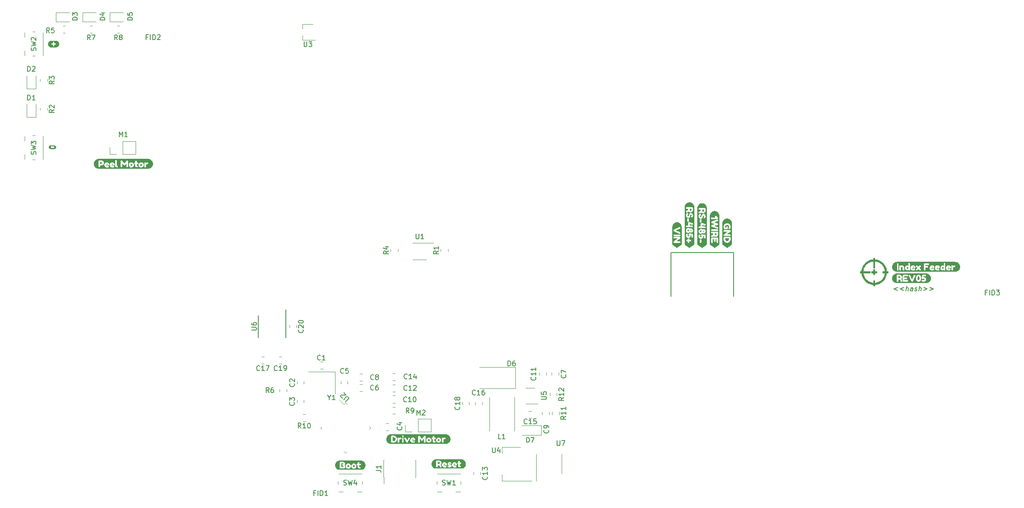
<source format=gto>
G04 #@! TF.GenerationSoftware,KiCad,Pcbnew,(6.0.5)*
G04 #@! TF.CreationDate,2022-06-02T14:20:13-07:00*
G04 #@! TF.ProjectId,mobo,6d6f626f-2e6b-4696-9361-645f70636258,rev?*
G04 #@! TF.SameCoordinates,Original*
G04 #@! TF.FileFunction,Legend,Top*
G04 #@! TF.FilePolarity,Positive*
%FSLAX46Y46*%
G04 Gerber Fmt 4.6, Leading zero omitted, Abs format (unit mm)*
G04 Created by KiCad (PCBNEW (6.0.5)) date 2022-06-02 14:20:13*
%MOMM*%
%LPD*%
G01*
G04 APERTURE LIST*
%ADD10C,0.150000*%
%ADD11C,0.120000*%
%ADD12C,0.010000*%
G04 APERTURE END LIST*
D10*
X183206785Y-61945714D02*
X182409166Y-62231428D01*
X183135357Y-62517142D01*
X184444880Y-61945714D02*
X183647261Y-62231428D01*
X184373452Y-62517142D01*
X184837738Y-62612380D02*
X184962738Y-61612380D01*
X185266309Y-62612380D02*
X185331785Y-62088571D01*
X185296071Y-61993333D01*
X185206785Y-61945714D01*
X185063928Y-61945714D01*
X184962738Y-61993333D01*
X184909166Y-62040952D01*
X186171071Y-62612380D02*
X186236547Y-62088571D01*
X186200833Y-61993333D01*
X186111547Y-61945714D01*
X185921071Y-61945714D01*
X185819880Y-61993333D01*
X186177023Y-62564761D02*
X186075833Y-62612380D01*
X185837738Y-62612380D01*
X185748452Y-62564761D01*
X185712738Y-62469523D01*
X185724642Y-62374285D01*
X185784166Y-62279047D01*
X185885357Y-62231428D01*
X186123452Y-62231428D01*
X186224642Y-62183809D01*
X186605595Y-62564761D02*
X186694880Y-62612380D01*
X186885357Y-62612380D01*
X186986547Y-62564761D01*
X187046071Y-62469523D01*
X187052023Y-62421904D01*
X187016309Y-62326666D01*
X186927023Y-62279047D01*
X186784166Y-62279047D01*
X186694880Y-62231428D01*
X186659166Y-62136190D01*
X186665119Y-62088571D01*
X186724642Y-61993333D01*
X186825833Y-61945714D01*
X186968690Y-61945714D01*
X187057976Y-61993333D01*
X187456785Y-62612380D02*
X187581785Y-61612380D01*
X187885357Y-62612380D02*
X187950833Y-62088571D01*
X187915119Y-61993333D01*
X187825833Y-61945714D01*
X187682976Y-61945714D01*
X187581785Y-61993333D01*
X187528214Y-62040952D01*
X188444880Y-61945714D02*
X189171071Y-62231428D01*
X188373452Y-62517142D01*
X189682976Y-61945714D02*
X190409166Y-62231428D01*
X189611547Y-62517142D01*
X70733333Y-79257142D02*
X70685714Y-79304761D01*
X70542857Y-79352380D01*
X70447619Y-79352380D01*
X70304761Y-79304761D01*
X70209523Y-79209523D01*
X70161904Y-79114285D01*
X70114285Y-78923809D01*
X70114285Y-78780952D01*
X70161904Y-78590476D01*
X70209523Y-78495238D01*
X70304761Y-78400000D01*
X70447619Y-78352380D01*
X70542857Y-78352380D01*
X70685714Y-78400000D01*
X70733333Y-78447619D01*
X71638095Y-78352380D02*
X71161904Y-78352380D01*
X71114285Y-78828571D01*
X71161904Y-78780952D01*
X71257142Y-78733333D01*
X71495238Y-78733333D01*
X71590476Y-78780952D01*
X71638095Y-78828571D01*
X71685714Y-78923809D01*
X71685714Y-79161904D01*
X71638095Y-79257142D01*
X71590476Y-79304761D01*
X71495238Y-79352380D01*
X71257142Y-79352380D01*
X71161904Y-79304761D01*
X71114285Y-79257142D01*
X76826833Y-80547142D02*
X76779214Y-80594761D01*
X76636357Y-80642380D01*
X76541119Y-80642380D01*
X76398261Y-80594761D01*
X76303023Y-80499523D01*
X76255404Y-80404285D01*
X76207785Y-80213809D01*
X76207785Y-80070952D01*
X76255404Y-79880476D01*
X76303023Y-79785238D01*
X76398261Y-79690000D01*
X76541119Y-79642380D01*
X76636357Y-79642380D01*
X76779214Y-79690000D01*
X76826833Y-79737619D01*
X77398261Y-80070952D02*
X77303023Y-80023333D01*
X77255404Y-79975714D01*
X77207785Y-79880476D01*
X77207785Y-79832857D01*
X77255404Y-79737619D01*
X77303023Y-79690000D01*
X77398261Y-79642380D01*
X77588738Y-79642380D01*
X77683976Y-79690000D01*
X77731595Y-79737619D01*
X77779214Y-79832857D01*
X77779214Y-79880476D01*
X77731595Y-79975714D01*
X77683976Y-80023333D01*
X77588738Y-80070952D01*
X77398261Y-80070952D01*
X77303023Y-80118571D01*
X77255404Y-80166190D01*
X77207785Y-80261428D01*
X77207785Y-80451904D01*
X77255404Y-80547142D01*
X77303023Y-80594761D01*
X77398261Y-80642380D01*
X77588738Y-80642380D01*
X77683976Y-80594761D01*
X77731595Y-80547142D01*
X77779214Y-80451904D01*
X77779214Y-80261428D01*
X77731595Y-80166190D01*
X77683976Y-80118571D01*
X77588738Y-80070952D01*
X76833333Y-82657142D02*
X76785714Y-82704761D01*
X76642857Y-82752380D01*
X76547619Y-82752380D01*
X76404761Y-82704761D01*
X76309523Y-82609523D01*
X76261904Y-82514285D01*
X76214285Y-82323809D01*
X76214285Y-82180952D01*
X76261904Y-81990476D01*
X76309523Y-81895238D01*
X76404761Y-81800000D01*
X76547619Y-81752380D01*
X76642857Y-81752380D01*
X76785714Y-81800000D01*
X76833333Y-81847619D01*
X77690476Y-81752380D02*
X77500000Y-81752380D01*
X77404761Y-81800000D01*
X77357142Y-81847619D01*
X77261904Y-81990476D01*
X77214285Y-82180952D01*
X77214285Y-82561904D01*
X77261904Y-82657142D01*
X77309523Y-82704761D01*
X77404761Y-82752380D01*
X77595238Y-82752380D01*
X77690476Y-82704761D01*
X77738095Y-82657142D01*
X77785714Y-82561904D01*
X77785714Y-82323809D01*
X77738095Y-82228571D01*
X77690476Y-82180952D01*
X77595238Y-82133333D01*
X77404761Y-82133333D01*
X77309523Y-82180952D01*
X77261904Y-82228571D01*
X77214285Y-82323809D01*
X60657142Y-85256666D02*
X60704761Y-85304285D01*
X60752380Y-85447142D01*
X60752380Y-85542380D01*
X60704761Y-85685238D01*
X60609523Y-85780476D01*
X60514285Y-85828095D01*
X60323809Y-85875714D01*
X60180952Y-85875714D01*
X59990476Y-85828095D01*
X59895238Y-85780476D01*
X59800000Y-85685238D01*
X59752380Y-85542380D01*
X59752380Y-85447142D01*
X59800000Y-85304285D01*
X59847619Y-85256666D01*
X59752380Y-84923333D02*
X59752380Y-84304285D01*
X60133333Y-84637619D01*
X60133333Y-84494761D01*
X60180952Y-84399523D01*
X60228571Y-84351904D01*
X60323809Y-84304285D01*
X60561904Y-84304285D01*
X60657142Y-84351904D01*
X60704761Y-84399523D01*
X60752380Y-84494761D01*
X60752380Y-84780476D01*
X60704761Y-84875714D01*
X60657142Y-84923333D01*
X66033333Y-76557142D02*
X65985714Y-76604761D01*
X65842857Y-76652380D01*
X65747619Y-76652380D01*
X65604761Y-76604761D01*
X65509523Y-76509523D01*
X65461904Y-76414285D01*
X65414285Y-76223809D01*
X65414285Y-76080952D01*
X65461904Y-75890476D01*
X65509523Y-75795238D01*
X65604761Y-75700000D01*
X65747619Y-75652380D01*
X65842857Y-75652380D01*
X65985714Y-75700000D01*
X66033333Y-75747619D01*
X66985714Y-76652380D02*
X66414285Y-76652380D01*
X66700000Y-76652380D02*
X66700000Y-75652380D01*
X66604761Y-75795238D01*
X66509523Y-75890476D01*
X66414285Y-75938095D01*
X60683142Y-81446666D02*
X60730761Y-81494285D01*
X60778380Y-81637142D01*
X60778380Y-81732380D01*
X60730761Y-81875238D01*
X60635523Y-81970476D01*
X60540285Y-82018095D01*
X60349809Y-82065714D01*
X60206952Y-82065714D01*
X60016476Y-82018095D01*
X59921238Y-81970476D01*
X59826000Y-81875238D01*
X59778380Y-81732380D01*
X59778380Y-81637142D01*
X59826000Y-81494285D01*
X59873619Y-81446666D01*
X59873619Y-81065714D02*
X59826000Y-81018095D01*
X59778380Y-80922857D01*
X59778380Y-80684761D01*
X59826000Y-80589523D01*
X59873619Y-80541904D01*
X59968857Y-80494285D01*
X60064095Y-80494285D01*
X60206952Y-80541904D01*
X60778380Y-81113333D01*
X60778380Y-80494285D01*
X57269142Y-78715142D02*
X57221523Y-78762761D01*
X57078666Y-78810380D01*
X56983428Y-78810380D01*
X56840571Y-78762761D01*
X56745333Y-78667523D01*
X56697714Y-78572285D01*
X56650095Y-78381809D01*
X56650095Y-78238952D01*
X56697714Y-78048476D01*
X56745333Y-77953238D01*
X56840571Y-77858000D01*
X56983428Y-77810380D01*
X57078666Y-77810380D01*
X57221523Y-77858000D01*
X57269142Y-77905619D01*
X58221523Y-78810380D02*
X57650095Y-78810380D01*
X57935809Y-78810380D02*
X57935809Y-77810380D01*
X57840571Y-77953238D01*
X57745333Y-78048476D01*
X57650095Y-78096095D01*
X58697714Y-78810380D02*
X58888190Y-78810380D01*
X58983428Y-78762761D01*
X59031047Y-78715142D01*
X59126285Y-78572285D01*
X59173904Y-78381809D01*
X59173904Y-78000857D01*
X59126285Y-77905619D01*
X59078666Y-77858000D01*
X58983428Y-77810380D01*
X58792952Y-77810380D01*
X58697714Y-77858000D01*
X58650095Y-77905619D01*
X58602476Y-78000857D01*
X58602476Y-78238952D01*
X58650095Y-78334190D01*
X58697714Y-78381809D01*
X58792952Y-78429428D01*
X58983428Y-78429428D01*
X59078666Y-78381809D01*
X59126285Y-78334190D01*
X59173904Y-78238952D01*
X62459142Y-70492857D02*
X62506761Y-70540476D01*
X62554380Y-70683333D01*
X62554380Y-70778571D01*
X62506761Y-70921428D01*
X62411523Y-71016666D01*
X62316285Y-71064285D01*
X62125809Y-71111904D01*
X61982952Y-71111904D01*
X61792476Y-71064285D01*
X61697238Y-71016666D01*
X61602000Y-70921428D01*
X61554380Y-70778571D01*
X61554380Y-70683333D01*
X61602000Y-70540476D01*
X61649619Y-70492857D01*
X61649619Y-70111904D02*
X61602000Y-70064285D01*
X61554380Y-69969047D01*
X61554380Y-69730952D01*
X61602000Y-69635714D01*
X61649619Y-69588095D01*
X61744857Y-69540476D01*
X61840095Y-69540476D01*
X61982952Y-69588095D01*
X62554380Y-70159523D01*
X62554380Y-69540476D01*
X61554380Y-68921428D02*
X61554380Y-68826190D01*
X61602000Y-68730952D01*
X61649619Y-68683333D01*
X61744857Y-68635714D01*
X61935333Y-68588095D01*
X62173428Y-68588095D01*
X62363904Y-68635714D01*
X62459142Y-68683333D01*
X62506761Y-68730952D01*
X62554380Y-68826190D01*
X62554380Y-68921428D01*
X62506761Y-69016666D01*
X62459142Y-69064285D01*
X62363904Y-69111904D01*
X62173428Y-69159523D01*
X61935333Y-69159523D01*
X61744857Y-69111904D01*
X61649619Y-69064285D01*
X61602000Y-69016666D01*
X61554380Y-68921428D01*
X99797142Y-100337857D02*
X99844761Y-100385476D01*
X99892380Y-100528333D01*
X99892380Y-100623571D01*
X99844761Y-100766428D01*
X99749523Y-100861666D01*
X99654285Y-100909285D01*
X99463809Y-100956904D01*
X99320952Y-100956904D01*
X99130476Y-100909285D01*
X99035238Y-100861666D01*
X98940000Y-100766428D01*
X98892380Y-100623571D01*
X98892380Y-100528333D01*
X98940000Y-100385476D01*
X98987619Y-100337857D01*
X99892380Y-99385476D02*
X99892380Y-99956904D01*
X99892380Y-99671190D02*
X98892380Y-99671190D01*
X99035238Y-99766428D01*
X99130476Y-99861666D01*
X99178095Y-99956904D01*
X98892380Y-99052142D02*
X98892380Y-98433095D01*
X99273333Y-98766428D01*
X99273333Y-98623571D01*
X99320952Y-98528333D01*
X99368571Y-98480714D01*
X99463809Y-98433095D01*
X99701904Y-98433095D01*
X99797142Y-98480714D01*
X99844761Y-98528333D01*
X99892380Y-98623571D01*
X99892380Y-98909285D01*
X99844761Y-99004523D01*
X99797142Y-99052142D01*
X83577142Y-82717142D02*
X83529523Y-82764761D01*
X83386666Y-82812380D01*
X83291428Y-82812380D01*
X83148571Y-82764761D01*
X83053333Y-82669523D01*
X83005714Y-82574285D01*
X82958095Y-82383809D01*
X82958095Y-82240952D01*
X83005714Y-82050476D01*
X83053333Y-81955238D01*
X83148571Y-81860000D01*
X83291428Y-81812380D01*
X83386666Y-81812380D01*
X83529523Y-81860000D01*
X83577142Y-81907619D01*
X84529523Y-82812380D02*
X83958095Y-82812380D01*
X84243809Y-82812380D02*
X84243809Y-81812380D01*
X84148571Y-81955238D01*
X84053333Y-82050476D01*
X83958095Y-82098095D01*
X84910476Y-81907619D02*
X84958095Y-81860000D01*
X85053333Y-81812380D01*
X85291428Y-81812380D01*
X85386666Y-81860000D01*
X85434285Y-81907619D01*
X85481904Y-82002857D01*
X85481904Y-82098095D01*
X85434285Y-82240952D01*
X84862857Y-82812380D01*
X85481904Y-82812380D01*
X83627142Y-80407142D02*
X83579523Y-80454761D01*
X83436666Y-80502380D01*
X83341428Y-80502380D01*
X83198571Y-80454761D01*
X83103333Y-80359523D01*
X83055714Y-80264285D01*
X83008095Y-80073809D01*
X83008095Y-79930952D01*
X83055714Y-79740476D01*
X83103333Y-79645238D01*
X83198571Y-79550000D01*
X83341428Y-79502380D01*
X83436666Y-79502380D01*
X83579523Y-79550000D01*
X83627142Y-79597619D01*
X84579523Y-80502380D02*
X84008095Y-80502380D01*
X84293809Y-80502380D02*
X84293809Y-79502380D01*
X84198571Y-79645238D01*
X84103333Y-79740476D01*
X84008095Y-79788095D01*
X85436666Y-79835714D02*
X85436666Y-80502380D01*
X85198571Y-79454761D02*
X84960476Y-80169047D01*
X85579523Y-80169047D01*
X112257142Y-90876666D02*
X112304761Y-90924285D01*
X112352380Y-91067142D01*
X112352380Y-91162380D01*
X112304761Y-91305238D01*
X112209523Y-91400476D01*
X112114285Y-91448095D01*
X111923809Y-91495714D01*
X111780952Y-91495714D01*
X111590476Y-91448095D01*
X111495238Y-91400476D01*
X111400000Y-91305238D01*
X111352380Y-91162380D01*
X111352380Y-91067142D01*
X111400000Y-90924285D01*
X111447619Y-90876666D01*
X112352380Y-90400476D02*
X112352380Y-90210000D01*
X112304761Y-90114761D01*
X112257142Y-90067142D01*
X112114285Y-89971904D01*
X111923809Y-89924285D01*
X111542857Y-89924285D01*
X111447619Y-89971904D01*
X111400000Y-90019523D01*
X111352380Y-90114761D01*
X111352380Y-90305238D01*
X111400000Y-90400476D01*
X111447619Y-90448095D01*
X111542857Y-90495714D01*
X111780952Y-90495714D01*
X111876190Y-90448095D01*
X111923809Y-90400476D01*
X111971428Y-90305238D01*
X111971428Y-90114761D01*
X111923809Y-90019523D01*
X111876190Y-89971904D01*
X111780952Y-89924285D01*
X115757142Y-79666666D02*
X115804761Y-79714285D01*
X115852380Y-79857142D01*
X115852380Y-79952380D01*
X115804761Y-80095238D01*
X115709523Y-80190476D01*
X115614285Y-80238095D01*
X115423809Y-80285714D01*
X115280952Y-80285714D01*
X115090476Y-80238095D01*
X114995238Y-80190476D01*
X114900000Y-80095238D01*
X114852380Y-79952380D01*
X114852380Y-79857142D01*
X114900000Y-79714285D01*
X114947619Y-79666666D01*
X114852380Y-79333333D02*
X114852380Y-78666666D01*
X115852380Y-79095238D01*
X109657142Y-80142857D02*
X109704761Y-80190476D01*
X109752380Y-80333333D01*
X109752380Y-80428571D01*
X109704761Y-80571428D01*
X109609523Y-80666666D01*
X109514285Y-80714285D01*
X109323809Y-80761904D01*
X109180952Y-80761904D01*
X108990476Y-80714285D01*
X108895238Y-80666666D01*
X108800000Y-80571428D01*
X108752380Y-80428571D01*
X108752380Y-80333333D01*
X108800000Y-80190476D01*
X108847619Y-80142857D01*
X109752380Y-79190476D02*
X109752380Y-79761904D01*
X109752380Y-79476190D02*
X108752380Y-79476190D01*
X108895238Y-79571428D01*
X108990476Y-79666666D01*
X109038095Y-79761904D01*
X109752380Y-78238095D02*
X109752380Y-78809523D01*
X109752380Y-78523809D02*
X108752380Y-78523809D01*
X108895238Y-78619047D01*
X108990476Y-78714285D01*
X109038095Y-78809523D01*
X107957142Y-89557142D02*
X107909523Y-89604761D01*
X107766666Y-89652380D01*
X107671428Y-89652380D01*
X107528571Y-89604761D01*
X107433333Y-89509523D01*
X107385714Y-89414285D01*
X107338095Y-89223809D01*
X107338095Y-89080952D01*
X107385714Y-88890476D01*
X107433333Y-88795238D01*
X107528571Y-88700000D01*
X107671428Y-88652380D01*
X107766666Y-88652380D01*
X107909523Y-88700000D01*
X107957142Y-88747619D01*
X108909523Y-89652380D02*
X108338095Y-89652380D01*
X108623809Y-89652380D02*
X108623809Y-88652380D01*
X108528571Y-88795238D01*
X108433333Y-88890476D01*
X108338095Y-88938095D01*
X109814285Y-88652380D02*
X109338095Y-88652380D01*
X109290476Y-89128571D01*
X109338095Y-89080952D01*
X109433333Y-89033333D01*
X109671428Y-89033333D01*
X109766666Y-89080952D01*
X109814285Y-89128571D01*
X109861904Y-89223809D01*
X109861904Y-89461904D01*
X109814285Y-89557142D01*
X109766666Y-89604761D01*
X109671428Y-89652380D01*
X109433333Y-89652380D01*
X109338095Y-89604761D01*
X109290476Y-89557142D01*
X97457142Y-83657142D02*
X97409523Y-83704761D01*
X97266666Y-83752380D01*
X97171428Y-83752380D01*
X97028571Y-83704761D01*
X96933333Y-83609523D01*
X96885714Y-83514285D01*
X96838095Y-83323809D01*
X96838095Y-83180952D01*
X96885714Y-82990476D01*
X96933333Y-82895238D01*
X97028571Y-82800000D01*
X97171428Y-82752380D01*
X97266666Y-82752380D01*
X97409523Y-82800000D01*
X97457142Y-82847619D01*
X98409523Y-83752380D02*
X97838095Y-83752380D01*
X98123809Y-83752380D02*
X98123809Y-82752380D01*
X98028571Y-82895238D01*
X97933333Y-82990476D01*
X97838095Y-83038095D01*
X99266666Y-82752380D02*
X99076190Y-82752380D01*
X98980952Y-82800000D01*
X98933333Y-82847619D01*
X98838095Y-82990476D01*
X98790476Y-83180952D01*
X98790476Y-83561904D01*
X98838095Y-83657142D01*
X98885714Y-83704761D01*
X98980952Y-83752380D01*
X99171428Y-83752380D01*
X99266666Y-83704761D01*
X99314285Y-83657142D01*
X99361904Y-83561904D01*
X99361904Y-83323809D01*
X99314285Y-83228571D01*
X99266666Y-83180952D01*
X99171428Y-83133333D01*
X98980952Y-83133333D01*
X98885714Y-83180952D01*
X98838095Y-83228571D01*
X98790476Y-83323809D01*
X94211142Y-86113857D02*
X94258761Y-86161476D01*
X94306380Y-86304333D01*
X94306380Y-86399571D01*
X94258761Y-86542428D01*
X94163523Y-86637666D01*
X94068285Y-86685285D01*
X93877809Y-86732904D01*
X93734952Y-86732904D01*
X93544476Y-86685285D01*
X93449238Y-86637666D01*
X93354000Y-86542428D01*
X93306380Y-86399571D01*
X93306380Y-86304333D01*
X93354000Y-86161476D01*
X93401619Y-86113857D01*
X94306380Y-85161476D02*
X94306380Y-85732904D01*
X94306380Y-85447190D02*
X93306380Y-85447190D01*
X93449238Y-85542428D01*
X93544476Y-85637666D01*
X93592095Y-85732904D01*
X93734952Y-84590047D02*
X93687333Y-84685285D01*
X93639714Y-84732904D01*
X93544476Y-84780523D01*
X93496857Y-84780523D01*
X93401619Y-84732904D01*
X93354000Y-84685285D01*
X93306380Y-84590047D01*
X93306380Y-84399571D01*
X93354000Y-84304333D01*
X93401619Y-84256714D01*
X93496857Y-84209095D01*
X93544476Y-84209095D01*
X93639714Y-84256714D01*
X93687333Y-84304333D01*
X93734952Y-84399571D01*
X93734952Y-84590047D01*
X93782571Y-84685285D01*
X93830190Y-84732904D01*
X93925428Y-84780523D01*
X94115904Y-84780523D01*
X94211142Y-84732904D01*
X94258761Y-84685285D01*
X94306380Y-84590047D01*
X94306380Y-84399571D01*
X94258761Y-84304333D01*
X94211142Y-84256714D01*
X94115904Y-84209095D01*
X93925428Y-84209095D01*
X93830190Y-84256714D01*
X93782571Y-84304333D01*
X93734952Y-84399571D01*
X6627904Y-17978380D02*
X6627904Y-16978380D01*
X6866000Y-16978380D01*
X7008857Y-17026000D01*
X7104095Y-17121238D01*
X7151714Y-17216476D01*
X7199333Y-17406952D01*
X7199333Y-17549809D01*
X7151714Y-17740285D01*
X7104095Y-17835523D01*
X7008857Y-17930761D01*
X6866000Y-17978380D01*
X6627904Y-17978380D01*
X7580285Y-17073619D02*
X7627904Y-17026000D01*
X7723142Y-16978380D01*
X7961238Y-16978380D01*
X8056476Y-17026000D01*
X8104095Y-17073619D01*
X8151714Y-17168857D01*
X8151714Y-17264095D01*
X8104095Y-17406952D01*
X7532666Y-17978380D01*
X8151714Y-17978380D01*
X6627904Y-23820380D02*
X6627904Y-22820380D01*
X6866000Y-22820380D01*
X7008857Y-22868000D01*
X7104095Y-22963238D01*
X7151714Y-23058476D01*
X7199333Y-23248952D01*
X7199333Y-23391809D01*
X7151714Y-23582285D01*
X7104095Y-23677523D01*
X7008857Y-23772761D01*
X6866000Y-23820380D01*
X6627904Y-23820380D01*
X8151714Y-23820380D02*
X7580285Y-23820380D01*
X7866000Y-23820380D02*
X7866000Y-22820380D01*
X7770761Y-22963238D01*
X7675523Y-23058476D01*
X7580285Y-23106095D01*
X104061904Y-77852380D02*
X104061904Y-76852380D01*
X104300000Y-76852380D01*
X104442857Y-76900000D01*
X104538095Y-76995238D01*
X104585714Y-77090476D01*
X104633333Y-77280952D01*
X104633333Y-77423809D01*
X104585714Y-77614285D01*
X104538095Y-77709523D01*
X104442857Y-77804761D01*
X104300000Y-77852380D01*
X104061904Y-77852380D01*
X105490476Y-76852380D02*
X105300000Y-76852380D01*
X105204761Y-76900000D01*
X105157142Y-76947619D01*
X105061904Y-77090476D01*
X105014285Y-77280952D01*
X105014285Y-77661904D01*
X105061904Y-77757142D01*
X105109523Y-77804761D01*
X105204761Y-77852380D01*
X105395238Y-77852380D01*
X105490476Y-77804761D01*
X105538095Y-77757142D01*
X105585714Y-77661904D01*
X105585714Y-77423809D01*
X105538095Y-77328571D01*
X105490476Y-77280952D01*
X105395238Y-77233333D01*
X105204761Y-77233333D01*
X105109523Y-77280952D01*
X105061904Y-77328571D01*
X105014285Y-77423809D01*
X107846904Y-93384380D02*
X107846904Y-92384380D01*
X108085000Y-92384380D01*
X108227857Y-92432000D01*
X108323095Y-92527238D01*
X108370714Y-92622476D01*
X108418333Y-92812952D01*
X108418333Y-92955809D01*
X108370714Y-93146285D01*
X108323095Y-93241523D01*
X108227857Y-93336761D01*
X108085000Y-93384380D01*
X107846904Y-93384380D01*
X108751666Y-92384380D02*
X109418333Y-92384380D01*
X108989761Y-93384380D01*
X64992571Y-103672571D02*
X64659238Y-103672571D01*
X64659238Y-104196380D02*
X64659238Y-103196380D01*
X65135428Y-103196380D01*
X65516380Y-104196380D02*
X65516380Y-103196380D01*
X65992571Y-104196380D02*
X65992571Y-103196380D01*
X66230666Y-103196380D01*
X66373523Y-103244000D01*
X66468761Y-103339238D01*
X66516380Y-103434476D01*
X66564000Y-103624952D01*
X66564000Y-103767809D01*
X66516380Y-103958285D01*
X66468761Y-104053523D01*
X66373523Y-104148761D01*
X66230666Y-104196380D01*
X65992571Y-104196380D01*
X67516380Y-104196380D02*
X66944952Y-104196380D01*
X67230666Y-104196380D02*
X67230666Y-103196380D01*
X67135428Y-103339238D01*
X67040190Y-103434476D01*
X66944952Y-103482095D01*
X30998571Y-11048571D02*
X30665238Y-11048571D01*
X30665238Y-11572380D02*
X30665238Y-10572380D01*
X31141428Y-10572380D01*
X31522380Y-11572380D02*
X31522380Y-10572380D01*
X31998571Y-11572380D02*
X31998571Y-10572380D01*
X32236666Y-10572380D01*
X32379523Y-10620000D01*
X32474761Y-10715238D01*
X32522380Y-10810476D01*
X32570000Y-11000952D01*
X32570000Y-11143809D01*
X32522380Y-11334285D01*
X32474761Y-11429523D01*
X32379523Y-11524761D01*
X32236666Y-11572380D01*
X31998571Y-11572380D01*
X32950952Y-10667619D02*
X32998571Y-10620000D01*
X33093809Y-10572380D01*
X33331904Y-10572380D01*
X33427142Y-10620000D01*
X33474761Y-10667619D01*
X33522380Y-10762857D01*
X33522380Y-10858095D01*
X33474761Y-11000952D01*
X32903333Y-11572380D01*
X33522380Y-11572380D01*
X201279571Y-62913571D02*
X200946238Y-62913571D01*
X200946238Y-63437380D02*
X200946238Y-62437380D01*
X201422428Y-62437380D01*
X201803380Y-63437380D02*
X201803380Y-62437380D01*
X202279571Y-63437380D02*
X202279571Y-62437380D01*
X202517666Y-62437380D01*
X202660523Y-62485000D01*
X202755761Y-62580238D01*
X202803380Y-62675476D01*
X202851000Y-62865952D01*
X202851000Y-63008809D01*
X202803380Y-63199285D01*
X202755761Y-63294523D01*
X202660523Y-63389761D01*
X202517666Y-63437380D01*
X202279571Y-63437380D01*
X203184333Y-62437380D02*
X203803380Y-62437380D01*
X203470047Y-62818333D01*
X203612904Y-62818333D01*
X203708142Y-62865952D01*
X203755761Y-62913571D01*
X203803380Y-63008809D01*
X203803380Y-63246904D01*
X203755761Y-63342142D01*
X203708142Y-63389761D01*
X203612904Y-63437380D01*
X203327190Y-63437380D01*
X203231952Y-63389761D01*
X203184333Y-63342142D01*
X102633333Y-92652380D02*
X102157142Y-92652380D01*
X102157142Y-91652380D01*
X103490476Y-92652380D02*
X102919047Y-92652380D01*
X103204761Y-92652380D02*
X103204761Y-91652380D01*
X103109523Y-91795238D01*
X103014285Y-91890476D01*
X102919047Y-91938095D01*
X85590476Y-87832380D02*
X85590476Y-86832380D01*
X85923809Y-87546666D01*
X86257142Y-86832380D01*
X86257142Y-87832380D01*
X86685714Y-86927619D02*
X86733333Y-86880000D01*
X86828571Y-86832380D01*
X87066666Y-86832380D01*
X87161904Y-86880000D01*
X87209523Y-86927619D01*
X87257142Y-87022857D01*
X87257142Y-87118095D01*
X87209523Y-87260952D01*
X86638095Y-87832380D01*
X87257142Y-87832380D01*
X25210476Y-31272380D02*
X25210476Y-30272380D01*
X25543809Y-30986666D01*
X25877142Y-30272380D01*
X25877142Y-31272380D01*
X26877142Y-31272380D02*
X26305714Y-31272380D01*
X26591428Y-31272380D02*
X26591428Y-30272380D01*
X26496190Y-30415238D01*
X26400952Y-30510476D01*
X26305714Y-30558095D01*
X12008380Y-25820666D02*
X11532190Y-26154000D01*
X12008380Y-26392095D02*
X11008380Y-26392095D01*
X11008380Y-26011142D01*
X11056000Y-25915904D01*
X11103619Y-25868285D01*
X11198857Y-25820666D01*
X11341714Y-25820666D01*
X11436952Y-25868285D01*
X11484571Y-25915904D01*
X11532190Y-26011142D01*
X11532190Y-26392095D01*
X11103619Y-25439714D02*
X11056000Y-25392095D01*
X11008380Y-25296857D01*
X11008380Y-25058761D01*
X11056000Y-24963523D01*
X11103619Y-24915904D01*
X11198857Y-24868285D01*
X11294095Y-24868285D01*
X11436952Y-24915904D01*
X12008380Y-25487333D01*
X12008380Y-24868285D01*
X12008380Y-19978666D02*
X11532190Y-20312000D01*
X12008380Y-20550095D02*
X11008380Y-20550095D01*
X11008380Y-20169142D01*
X11056000Y-20073904D01*
X11103619Y-20026285D01*
X11198857Y-19978666D01*
X11341714Y-19978666D01*
X11436952Y-20026285D01*
X11484571Y-20073904D01*
X11532190Y-20169142D01*
X11532190Y-20550095D01*
X11008380Y-19645333D02*
X11008380Y-19026285D01*
X11389333Y-19359619D01*
X11389333Y-19216761D01*
X11436952Y-19121523D01*
X11484571Y-19073904D01*
X11579809Y-19026285D01*
X11817904Y-19026285D01*
X11913142Y-19073904D01*
X11960761Y-19121523D01*
X12008380Y-19216761D01*
X12008380Y-19502476D01*
X11960761Y-19597714D01*
X11913142Y-19645333D01*
X62095142Y-90494380D02*
X61761809Y-90018190D01*
X61523714Y-90494380D02*
X61523714Y-89494380D01*
X61904666Y-89494380D01*
X61999904Y-89542000D01*
X62047523Y-89589619D01*
X62095142Y-89684857D01*
X62095142Y-89827714D01*
X62047523Y-89922952D01*
X61999904Y-89970571D01*
X61904666Y-90018190D01*
X61523714Y-90018190D01*
X63047523Y-90494380D02*
X62476095Y-90494380D01*
X62761809Y-90494380D02*
X62761809Y-89494380D01*
X62666571Y-89637238D01*
X62571333Y-89732476D01*
X62476095Y-89780095D01*
X63666571Y-89494380D02*
X63761809Y-89494380D01*
X63857047Y-89542000D01*
X63904666Y-89589619D01*
X63952285Y-89684857D01*
X63999904Y-89875333D01*
X63999904Y-90113428D01*
X63952285Y-90303904D01*
X63904666Y-90399142D01*
X63857047Y-90446761D01*
X63761809Y-90494380D01*
X63666571Y-90494380D01*
X63571333Y-90446761D01*
X63523714Y-90399142D01*
X63476095Y-90303904D01*
X63428476Y-90113428D01*
X63428476Y-89875333D01*
X63476095Y-89684857D01*
X63523714Y-89589619D01*
X63571333Y-89542000D01*
X63666571Y-89494380D01*
X79828380Y-54522666D02*
X79352190Y-54856000D01*
X79828380Y-55094095D02*
X78828380Y-55094095D01*
X78828380Y-54713142D01*
X78876000Y-54617904D01*
X78923619Y-54570285D01*
X79018857Y-54522666D01*
X79161714Y-54522666D01*
X79256952Y-54570285D01*
X79304571Y-54617904D01*
X79352190Y-54713142D01*
X79352190Y-55094095D01*
X79161714Y-53665523D02*
X79828380Y-53665523D01*
X78780761Y-53903619D02*
X79495047Y-54141714D01*
X79495047Y-53522666D01*
X89988380Y-54522666D02*
X89512190Y-54856000D01*
X89988380Y-55094095D02*
X88988380Y-55094095D01*
X88988380Y-54713142D01*
X89036000Y-54617904D01*
X89083619Y-54570285D01*
X89178857Y-54522666D01*
X89321714Y-54522666D01*
X89416952Y-54570285D01*
X89464571Y-54617904D01*
X89512190Y-54713142D01*
X89512190Y-55094095D01*
X89988380Y-53570285D02*
X89988380Y-54141714D01*
X89988380Y-53856000D02*
X88988380Y-53856000D01*
X89131238Y-53951238D01*
X89226476Y-54046476D01*
X89274095Y-54141714D01*
X115802380Y-88082857D02*
X115326190Y-88416190D01*
X115802380Y-88654285D02*
X114802380Y-88654285D01*
X114802380Y-88273333D01*
X114850000Y-88178095D01*
X114897619Y-88130476D01*
X114992857Y-88082857D01*
X115135714Y-88082857D01*
X115230952Y-88130476D01*
X115278571Y-88178095D01*
X115326190Y-88273333D01*
X115326190Y-88654285D01*
X115802380Y-87130476D02*
X115802380Y-87701904D01*
X115802380Y-87416190D02*
X114802380Y-87416190D01*
X114945238Y-87511428D01*
X115040476Y-87606666D01*
X115088095Y-87701904D01*
X115802380Y-86178095D02*
X115802380Y-86749523D01*
X115802380Y-86463809D02*
X114802380Y-86463809D01*
X114945238Y-86559047D01*
X115040476Y-86654285D01*
X115088095Y-86749523D01*
X115386380Y-84287357D02*
X114910190Y-84620690D01*
X115386380Y-84858785D02*
X114386380Y-84858785D01*
X114386380Y-84477833D01*
X114434000Y-84382595D01*
X114481619Y-84334976D01*
X114576857Y-84287357D01*
X114719714Y-84287357D01*
X114814952Y-84334976D01*
X114862571Y-84382595D01*
X114910190Y-84477833D01*
X114910190Y-84858785D01*
X115386380Y-83334976D02*
X115386380Y-83906404D01*
X115386380Y-83620690D02*
X114386380Y-83620690D01*
X114529238Y-83715928D01*
X114624476Y-83811166D01*
X114672095Y-83906404D01*
X114481619Y-82954023D02*
X114434000Y-82906404D01*
X114386380Y-82811166D01*
X114386380Y-82573071D01*
X114434000Y-82477833D01*
X114481619Y-82430214D01*
X114576857Y-82382595D01*
X114672095Y-82382595D01*
X114814952Y-82430214D01*
X115386380Y-83001642D01*
X115386380Y-82382595D01*
X8278761Y-13779333D02*
X8326380Y-13636476D01*
X8326380Y-13398380D01*
X8278761Y-13303142D01*
X8231142Y-13255523D01*
X8135904Y-13207904D01*
X8040666Y-13207904D01*
X7945428Y-13255523D01*
X7897809Y-13303142D01*
X7850190Y-13398380D01*
X7802571Y-13588857D01*
X7754952Y-13684095D01*
X7707333Y-13731714D01*
X7612095Y-13779333D01*
X7516857Y-13779333D01*
X7421619Y-13731714D01*
X7374000Y-13684095D01*
X7326380Y-13588857D01*
X7326380Y-13350761D01*
X7374000Y-13207904D01*
X7326380Y-12874571D02*
X8326380Y-12636476D01*
X7612095Y-12446000D01*
X8326380Y-12255523D01*
X7326380Y-12017428D01*
X7421619Y-11684095D02*
X7374000Y-11636476D01*
X7326380Y-11541238D01*
X7326380Y-11303142D01*
X7374000Y-11207904D01*
X7421619Y-11160285D01*
X7516857Y-11112666D01*
X7612095Y-11112666D01*
X7754952Y-11160285D01*
X8326380Y-11731714D01*
X8326380Y-11112666D01*
X8278761Y-34861333D02*
X8326380Y-34718476D01*
X8326380Y-34480380D01*
X8278761Y-34385142D01*
X8231142Y-34337523D01*
X8135904Y-34289904D01*
X8040666Y-34289904D01*
X7945428Y-34337523D01*
X7897809Y-34385142D01*
X7850190Y-34480380D01*
X7802571Y-34670857D01*
X7754952Y-34766095D01*
X7707333Y-34813714D01*
X7612095Y-34861333D01*
X7516857Y-34861333D01*
X7421619Y-34813714D01*
X7374000Y-34766095D01*
X7326380Y-34670857D01*
X7326380Y-34432761D01*
X7374000Y-34289904D01*
X7326380Y-33956571D02*
X8326380Y-33718476D01*
X7612095Y-33528000D01*
X8326380Y-33337523D01*
X7326380Y-33099428D01*
X7326380Y-32813714D02*
X7326380Y-32194666D01*
X7707333Y-32528000D01*
X7707333Y-32385142D01*
X7754952Y-32289904D01*
X7802571Y-32242285D01*
X7897809Y-32194666D01*
X8135904Y-32194666D01*
X8231142Y-32242285D01*
X8278761Y-32289904D01*
X8326380Y-32385142D01*
X8326380Y-32670857D01*
X8278761Y-32766095D01*
X8231142Y-32813714D01*
X62714095Y-11993380D02*
X62714095Y-12802904D01*
X62761714Y-12898142D01*
X62809333Y-12945761D01*
X62904571Y-12993380D01*
X63095047Y-12993380D01*
X63190285Y-12945761D01*
X63237904Y-12898142D01*
X63285523Y-12802904D01*
X63285523Y-11993380D01*
X63666476Y-11993380D02*
X64285523Y-11993380D01*
X63952190Y-12374333D01*
X64095047Y-12374333D01*
X64190285Y-12421952D01*
X64237904Y-12469571D01*
X64285523Y-12564809D01*
X64285523Y-12802904D01*
X64237904Y-12898142D01*
X64190285Y-12945761D01*
X64095047Y-12993380D01*
X63809333Y-12993380D01*
X63714095Y-12945761D01*
X63666476Y-12898142D01*
X114038095Y-93052380D02*
X114038095Y-93861904D01*
X114085714Y-93957142D01*
X114133333Y-94004761D01*
X114228571Y-94052380D01*
X114419047Y-94052380D01*
X114514285Y-94004761D01*
X114561904Y-93957142D01*
X114609523Y-93861904D01*
X114609523Y-93052380D01*
X114990476Y-93052380D02*
X115657142Y-93052380D01*
X115228571Y-94052380D01*
X52052380Y-70592904D02*
X52861904Y-70592904D01*
X52957142Y-70545285D01*
X53004761Y-70497666D01*
X53052380Y-70402428D01*
X53052380Y-70211952D01*
X53004761Y-70116714D01*
X52957142Y-70069095D01*
X52861904Y-70021476D01*
X52052380Y-70021476D01*
X52052380Y-69116714D02*
X52052380Y-69307190D01*
X52100000Y-69402428D01*
X52147619Y-69450047D01*
X52290476Y-69545285D01*
X52480952Y-69592904D01*
X52861904Y-69592904D01*
X52957142Y-69545285D01*
X53004761Y-69497666D01*
X53052380Y-69402428D01*
X53052380Y-69211952D01*
X53004761Y-69116714D01*
X52957142Y-69069095D01*
X52861904Y-69021476D01*
X52623809Y-69021476D01*
X52528571Y-69069095D01*
X52480952Y-69116714D01*
X52433333Y-69211952D01*
X52433333Y-69402428D01*
X52480952Y-69497666D01*
X52528571Y-69545285D01*
X52623809Y-69592904D01*
X100938095Y-94452380D02*
X100938095Y-95261904D01*
X100985714Y-95357142D01*
X101033333Y-95404761D01*
X101128571Y-95452380D01*
X101319047Y-95452380D01*
X101414285Y-95404761D01*
X101461904Y-95357142D01*
X101509523Y-95261904D01*
X101509523Y-94452380D01*
X102414285Y-94785714D02*
X102414285Y-95452380D01*
X102176190Y-94404761D02*
X101938095Y-95119047D01*
X102557142Y-95119047D01*
X71151522Y-85125973D02*
X71723942Y-84553553D01*
X71757614Y-84452538D01*
X71757614Y-84385194D01*
X71723942Y-84284179D01*
X71589255Y-84149492D01*
X71488240Y-84115820D01*
X71420896Y-84115820D01*
X71319881Y-84149492D01*
X70747461Y-84721912D01*
X70511759Y-84351522D02*
X70444416Y-84351522D01*
X70343400Y-84317851D01*
X70175042Y-84149492D01*
X70141370Y-84048477D01*
X70141370Y-83981133D01*
X70175042Y-83880118D01*
X70242385Y-83812774D01*
X70377072Y-83745431D01*
X71185194Y-83745431D01*
X70747461Y-83307698D01*
X110852380Y-84661904D02*
X111661904Y-84661904D01*
X111757142Y-84614285D01*
X111804761Y-84566666D01*
X111852380Y-84471428D01*
X111852380Y-84280952D01*
X111804761Y-84185714D01*
X111757142Y-84138095D01*
X111661904Y-84090476D01*
X110852380Y-84090476D01*
X110852380Y-83138095D02*
X110852380Y-83614285D01*
X111328571Y-83661904D01*
X111280952Y-83614285D01*
X111233333Y-83519047D01*
X111233333Y-83280952D01*
X111280952Y-83185714D01*
X111328571Y-83138095D01*
X111423809Y-83090476D01*
X111661904Y-83090476D01*
X111757142Y-83138095D01*
X111804761Y-83185714D01*
X111852380Y-83280952D01*
X111852380Y-83519047D01*
X111804761Y-83614285D01*
X111757142Y-83661904D01*
X67823809Y-84276190D02*
X67823809Y-84752380D01*
X67490476Y-83752380D02*
X67823809Y-84276190D01*
X68157142Y-83752380D01*
X69014285Y-84752380D02*
X68442857Y-84752380D01*
X68728571Y-84752380D02*
X68728571Y-83752380D01*
X68633333Y-83895238D01*
X68538095Y-83990476D01*
X68442857Y-84038095D01*
X53713142Y-78715142D02*
X53665523Y-78762761D01*
X53522666Y-78810380D01*
X53427428Y-78810380D01*
X53284571Y-78762761D01*
X53189333Y-78667523D01*
X53141714Y-78572285D01*
X53094095Y-78381809D01*
X53094095Y-78238952D01*
X53141714Y-78048476D01*
X53189333Y-77953238D01*
X53284571Y-77858000D01*
X53427428Y-77810380D01*
X53522666Y-77810380D01*
X53665523Y-77858000D01*
X53713142Y-77905619D01*
X54665523Y-78810380D02*
X54094095Y-78810380D01*
X54379809Y-78810380D02*
X54379809Y-77810380D01*
X54284571Y-77953238D01*
X54189333Y-78048476D01*
X54094095Y-78096095D01*
X54998857Y-77810380D02*
X55665523Y-77810380D01*
X55236952Y-78810380D01*
X16708380Y-7596095D02*
X15708380Y-7596095D01*
X15708380Y-7358000D01*
X15756000Y-7215142D01*
X15851238Y-7119904D01*
X15946476Y-7072285D01*
X16136952Y-7024666D01*
X16279809Y-7024666D01*
X16470285Y-7072285D01*
X16565523Y-7119904D01*
X16660761Y-7215142D01*
X16708380Y-7358000D01*
X16708380Y-7596095D01*
X15708380Y-6691333D02*
X15708380Y-6072285D01*
X16089333Y-6405619D01*
X16089333Y-6262761D01*
X16136952Y-6167523D01*
X16184571Y-6119904D01*
X16279809Y-6072285D01*
X16517904Y-6072285D01*
X16613142Y-6119904D01*
X16660761Y-6167523D01*
X16708380Y-6262761D01*
X16708380Y-6548476D01*
X16660761Y-6643714D01*
X16613142Y-6691333D01*
X22296380Y-7596095D02*
X21296380Y-7596095D01*
X21296380Y-7358000D01*
X21344000Y-7215142D01*
X21439238Y-7119904D01*
X21534476Y-7072285D01*
X21724952Y-7024666D01*
X21867809Y-7024666D01*
X22058285Y-7072285D01*
X22153523Y-7119904D01*
X22248761Y-7215142D01*
X22296380Y-7358000D01*
X22296380Y-7596095D01*
X21629714Y-6167523D02*
X22296380Y-6167523D01*
X21248761Y-6405619D02*
X21963047Y-6643714D01*
X21963047Y-6024666D01*
X27884380Y-7596095D02*
X26884380Y-7596095D01*
X26884380Y-7358000D01*
X26932000Y-7215142D01*
X27027238Y-7119904D01*
X27122476Y-7072285D01*
X27312952Y-7024666D01*
X27455809Y-7024666D01*
X27646285Y-7072285D01*
X27741523Y-7119904D01*
X27836761Y-7215142D01*
X27884380Y-7358000D01*
X27884380Y-7596095D01*
X26884380Y-6119904D02*
X26884380Y-6596095D01*
X27360571Y-6643714D01*
X27312952Y-6596095D01*
X27265333Y-6500857D01*
X27265333Y-6262761D01*
X27312952Y-6167523D01*
X27360571Y-6119904D01*
X27455809Y-6072285D01*
X27693904Y-6072285D01*
X27789142Y-6119904D01*
X27836761Y-6167523D01*
X27884380Y-6262761D01*
X27884380Y-6500857D01*
X27836761Y-6596095D01*
X27789142Y-6643714D01*
X11043333Y-10182380D02*
X10710000Y-9706190D01*
X10471904Y-10182380D02*
X10471904Y-9182380D01*
X10852857Y-9182380D01*
X10948095Y-9230000D01*
X10995714Y-9277619D01*
X11043333Y-9372857D01*
X11043333Y-9515714D01*
X10995714Y-9610952D01*
X10948095Y-9658571D01*
X10852857Y-9706190D01*
X10471904Y-9706190D01*
X11948095Y-9182380D02*
X11471904Y-9182380D01*
X11424285Y-9658571D01*
X11471904Y-9610952D01*
X11567142Y-9563333D01*
X11805238Y-9563333D01*
X11900476Y-9610952D01*
X11948095Y-9658571D01*
X11995714Y-9753809D01*
X11995714Y-9991904D01*
X11948095Y-10087142D01*
X11900476Y-10134761D01*
X11805238Y-10182380D01*
X11567142Y-10182380D01*
X11471904Y-10134761D01*
X11424285Y-10087142D01*
X19333333Y-11602380D02*
X19000000Y-11126190D01*
X18761904Y-11602380D02*
X18761904Y-10602380D01*
X19142857Y-10602380D01*
X19238095Y-10650000D01*
X19285714Y-10697619D01*
X19333333Y-10792857D01*
X19333333Y-10935714D01*
X19285714Y-11030952D01*
X19238095Y-11078571D01*
X19142857Y-11126190D01*
X18761904Y-11126190D01*
X19666666Y-10602380D02*
X20333333Y-10602380D01*
X19904761Y-11602380D01*
X24833333Y-11602380D02*
X24500000Y-11126190D01*
X24261904Y-11602380D02*
X24261904Y-10602380D01*
X24642857Y-10602380D01*
X24738095Y-10650000D01*
X24785714Y-10697619D01*
X24833333Y-10792857D01*
X24833333Y-10935714D01*
X24785714Y-11030952D01*
X24738095Y-11078571D01*
X24642857Y-11126190D01*
X24261904Y-11126190D01*
X25404761Y-11030952D02*
X25309523Y-10983333D01*
X25261904Y-10935714D01*
X25214285Y-10840476D01*
X25214285Y-10792857D01*
X25261904Y-10697619D01*
X25309523Y-10650000D01*
X25404761Y-10602380D01*
X25595238Y-10602380D01*
X25690476Y-10650000D01*
X25738095Y-10697619D01*
X25785714Y-10792857D01*
X25785714Y-10840476D01*
X25738095Y-10935714D01*
X25690476Y-10983333D01*
X25595238Y-11030952D01*
X25404761Y-11030952D01*
X25309523Y-11078571D01*
X25261904Y-11126190D01*
X25214285Y-11221428D01*
X25214285Y-11411904D01*
X25261904Y-11507142D01*
X25309523Y-11554761D01*
X25404761Y-11602380D01*
X25595238Y-11602380D01*
X25690476Y-11554761D01*
X25738095Y-11507142D01*
X25785714Y-11411904D01*
X25785714Y-11221428D01*
X25738095Y-11126190D01*
X25690476Y-11078571D01*
X25595238Y-11030952D01*
X84013333Y-87432380D02*
X83680000Y-86956190D01*
X83441904Y-87432380D02*
X83441904Y-86432380D01*
X83822857Y-86432380D01*
X83918095Y-86480000D01*
X83965714Y-86527619D01*
X84013333Y-86622857D01*
X84013333Y-86765714D01*
X83965714Y-86860952D01*
X83918095Y-86908571D01*
X83822857Y-86956190D01*
X83441904Y-86956190D01*
X84489523Y-87432380D02*
X84680000Y-87432380D01*
X84775238Y-87384761D01*
X84822857Y-87337142D01*
X84918095Y-87194285D01*
X84965714Y-87003809D01*
X84965714Y-86622857D01*
X84918095Y-86527619D01*
X84870476Y-86480000D01*
X84775238Y-86432380D01*
X84584761Y-86432380D01*
X84489523Y-86480000D01*
X84441904Y-86527619D01*
X84394285Y-86622857D01*
X84394285Y-86860952D01*
X84441904Y-86956190D01*
X84489523Y-87003809D01*
X84584761Y-87051428D01*
X84775238Y-87051428D01*
X84870476Y-87003809D01*
X84918095Y-86956190D01*
X84965714Y-86860952D01*
X55593333Y-83262380D02*
X55260000Y-82786190D01*
X55021904Y-83262380D02*
X55021904Y-82262380D01*
X55402857Y-82262380D01*
X55498095Y-82310000D01*
X55545714Y-82357619D01*
X55593333Y-82452857D01*
X55593333Y-82595714D01*
X55545714Y-82690952D01*
X55498095Y-82738571D01*
X55402857Y-82786190D01*
X55021904Y-82786190D01*
X56450476Y-82262380D02*
X56260000Y-82262380D01*
X56164761Y-82310000D01*
X56117142Y-82357619D01*
X56021904Y-82500476D01*
X55974285Y-82690952D01*
X55974285Y-83071904D01*
X56021904Y-83167142D01*
X56069523Y-83214761D01*
X56164761Y-83262380D01*
X56355238Y-83262380D01*
X56450476Y-83214761D01*
X56498095Y-83167142D01*
X56545714Y-83071904D01*
X56545714Y-82833809D01*
X56498095Y-82738571D01*
X56450476Y-82690952D01*
X56355238Y-82643333D01*
X56164761Y-82643333D01*
X56069523Y-82690952D01*
X56021904Y-82738571D01*
X55974285Y-82833809D01*
X85407595Y-51052380D02*
X85407595Y-51861904D01*
X85455214Y-51957142D01*
X85502833Y-52004761D01*
X85598071Y-52052380D01*
X85788547Y-52052380D01*
X85883785Y-52004761D01*
X85931404Y-51957142D01*
X85979023Y-51861904D01*
X85979023Y-51052380D01*
X86979023Y-52052380D02*
X86407595Y-52052380D01*
X86693309Y-52052380D02*
X86693309Y-51052380D01*
X86598071Y-51195238D01*
X86502833Y-51290476D01*
X86407595Y-51338095D01*
X77307380Y-99073333D02*
X78021666Y-99073333D01*
X78164523Y-99120952D01*
X78259761Y-99216190D01*
X78307380Y-99359047D01*
X78307380Y-99454285D01*
X78307380Y-98073333D02*
X78307380Y-98644761D01*
X78307380Y-98359047D02*
X77307380Y-98359047D01*
X77450238Y-98454285D01*
X77545476Y-98549523D01*
X77593095Y-98644761D01*
X90766666Y-102004761D02*
X90909523Y-102052380D01*
X91147619Y-102052380D01*
X91242857Y-102004761D01*
X91290476Y-101957142D01*
X91338095Y-101861904D01*
X91338095Y-101766666D01*
X91290476Y-101671428D01*
X91242857Y-101623809D01*
X91147619Y-101576190D01*
X90957142Y-101528571D01*
X90861904Y-101480952D01*
X90814285Y-101433333D01*
X90766666Y-101338095D01*
X90766666Y-101242857D01*
X90814285Y-101147619D01*
X90861904Y-101100000D01*
X90957142Y-101052380D01*
X91195238Y-101052380D01*
X91338095Y-101100000D01*
X91671428Y-101052380D02*
X91909523Y-102052380D01*
X92100000Y-101338095D01*
X92290476Y-102052380D01*
X92528571Y-101052380D01*
X93433333Y-102052380D02*
X92861904Y-102052380D01*
X93147619Y-102052380D02*
X93147619Y-101052380D01*
X93052380Y-101195238D01*
X92957142Y-101290476D01*
X92861904Y-101338095D01*
X83527142Y-85067142D02*
X83479523Y-85114761D01*
X83336666Y-85162380D01*
X83241428Y-85162380D01*
X83098571Y-85114761D01*
X83003333Y-85019523D01*
X82955714Y-84924285D01*
X82908095Y-84733809D01*
X82908095Y-84590952D01*
X82955714Y-84400476D01*
X83003333Y-84305238D01*
X83098571Y-84210000D01*
X83241428Y-84162380D01*
X83336666Y-84162380D01*
X83479523Y-84210000D01*
X83527142Y-84257619D01*
X84479523Y-85162380D02*
X83908095Y-85162380D01*
X84193809Y-85162380D02*
X84193809Y-84162380D01*
X84098571Y-84305238D01*
X84003333Y-84400476D01*
X83908095Y-84448095D01*
X85098571Y-84162380D02*
X85193809Y-84162380D01*
X85289047Y-84210000D01*
X85336666Y-84257619D01*
X85384285Y-84352857D01*
X85431904Y-84543333D01*
X85431904Y-84781428D01*
X85384285Y-84971904D01*
X85336666Y-85067142D01*
X85289047Y-85114761D01*
X85193809Y-85162380D01*
X85098571Y-85162380D01*
X85003333Y-85114761D01*
X84955714Y-85067142D01*
X84908095Y-84971904D01*
X84860476Y-84781428D01*
X84860476Y-84543333D01*
X84908095Y-84352857D01*
X84955714Y-84257619D01*
X85003333Y-84210000D01*
X85098571Y-84162380D01*
X70746666Y-102014761D02*
X70889523Y-102062380D01*
X71127619Y-102062380D01*
X71222857Y-102014761D01*
X71270476Y-101967142D01*
X71318095Y-101871904D01*
X71318095Y-101776666D01*
X71270476Y-101681428D01*
X71222857Y-101633809D01*
X71127619Y-101586190D01*
X70937142Y-101538571D01*
X70841904Y-101490952D01*
X70794285Y-101443333D01*
X70746666Y-101348095D01*
X70746666Y-101252857D01*
X70794285Y-101157619D01*
X70841904Y-101110000D01*
X70937142Y-101062380D01*
X71175238Y-101062380D01*
X71318095Y-101110000D01*
X71651428Y-101062380D02*
X71889523Y-102062380D01*
X72080000Y-101348095D01*
X72270476Y-102062380D01*
X72508571Y-101062380D01*
X73318095Y-101395714D02*
X73318095Y-102062380D01*
X73080000Y-101014761D02*
X72841904Y-101729047D01*
X73460952Y-101729047D01*
X82487142Y-90246666D02*
X82534761Y-90294285D01*
X82582380Y-90437142D01*
X82582380Y-90532380D01*
X82534761Y-90675238D01*
X82439523Y-90770476D01*
X82344285Y-90818095D01*
X82153809Y-90865714D01*
X82010952Y-90865714D01*
X81820476Y-90818095D01*
X81725238Y-90770476D01*
X81630000Y-90675238D01*
X81582380Y-90532380D01*
X81582380Y-90437142D01*
X81630000Y-90294285D01*
X81677619Y-90246666D01*
X81915714Y-89389523D02*
X82582380Y-89389523D01*
X81534761Y-89627619D02*
X82249047Y-89865714D01*
X82249047Y-89246666D01*
D11*
X70156000Y-81538578D02*
X70156000Y-81021422D01*
X71576000Y-81538578D02*
X71576000Y-81021422D01*
X73981422Y-80910000D02*
X74498578Y-80910000D01*
X73981422Y-79490000D02*
X74498578Y-79490000D01*
X73987922Y-83006000D02*
X74505078Y-83006000D01*
X73987922Y-81586000D02*
X74505078Y-81586000D01*
X61266000Y-84831422D02*
X61266000Y-85348578D01*
X62686000Y-84831422D02*
X62686000Y-85348578D01*
X66552578Y-77014000D02*
X66035422Y-77014000D01*
X66552578Y-78434000D02*
X66035422Y-78434000D01*
X61266000Y-81538578D02*
X61266000Y-81021422D01*
X62686000Y-81538578D02*
X62686000Y-81021422D01*
X58170578Y-75998000D02*
X57653422Y-75998000D01*
X58170578Y-77418000D02*
X57653422Y-77418000D01*
X59742000Y-69591422D02*
X59742000Y-70108578D01*
X61162000Y-69591422D02*
X61162000Y-70108578D01*
X97080000Y-99436422D02*
X97080000Y-99953578D01*
X98500000Y-99436422D02*
X98500000Y-99953578D01*
X80651422Y-81650000D02*
X81168578Y-81650000D01*
X80651422Y-83070000D02*
X81168578Y-83070000D01*
X80651422Y-80820000D02*
X81168578Y-80820000D01*
X80651422Y-79400000D02*
X81168578Y-79400000D01*
X110990000Y-87738578D02*
X110990000Y-87221422D01*
X112410000Y-87738578D02*
X112410000Y-87221422D01*
X114375000Y-79243422D02*
X114375000Y-79760578D01*
X112955000Y-79243422D02*
X112955000Y-79760578D01*
X111835000Y-79243422D02*
X111835000Y-79760578D01*
X110415000Y-79243422D02*
X110415000Y-79760578D01*
X108843578Y-88467000D02*
X108326422Y-88467000D01*
X108843578Y-87047000D02*
X108326422Y-87047000D01*
X97461000Y-85729578D02*
X97461000Y-85212422D01*
X98881000Y-85729578D02*
X98881000Y-85212422D01*
X94794000Y-85729578D02*
X94794000Y-85212422D01*
X96214000Y-85729578D02*
X96214000Y-85212422D01*
X6406000Y-21575500D02*
X8326000Y-21575500D01*
X6406000Y-18890500D02*
X6406000Y-21575500D01*
X8326000Y-21575500D02*
X8326000Y-18890500D01*
X6406000Y-24654000D02*
X6406000Y-27339000D01*
X8326000Y-27339000D02*
X8326000Y-24654000D01*
X6406000Y-27339000D02*
X8326000Y-27339000D01*
X105565000Y-82414000D02*
X105565000Y-78114000D01*
X105565000Y-78114000D02*
X98265000Y-78114000D01*
X105565000Y-82414000D02*
X98265000Y-82414000D01*
X110835000Y-91932000D02*
X106935000Y-91932000D01*
X110835000Y-89932000D02*
X106935000Y-89932000D01*
X110835000Y-91932000D02*
X110835000Y-89932000D01*
X100320000Y-84180000D02*
X100320000Y-91080000D01*
X105420000Y-84180000D02*
X105420000Y-91080000D01*
X84582000Y-91246000D02*
X83252000Y-91246000D01*
X85852000Y-91246000D02*
X88452000Y-91246000D01*
X85852000Y-88586000D02*
X88452000Y-88586000D01*
X88452000Y-91246000D02*
X88452000Y-88586000D01*
X83252000Y-91246000D02*
X83252000Y-89916000D01*
X85852000Y-91246000D02*
X85852000Y-88586000D01*
X28498000Y-34858000D02*
X28498000Y-32198000D01*
X23298000Y-34858000D02*
X23298000Y-33528000D01*
X25898000Y-34858000D02*
X25898000Y-32198000D01*
X25898000Y-34858000D02*
X28498000Y-34858000D01*
X24628000Y-34858000D02*
X23298000Y-34858000D01*
X25898000Y-32198000D02*
X28498000Y-32198000D01*
X9171000Y-25426936D02*
X9171000Y-25881064D01*
X10641000Y-25426936D02*
X10641000Y-25881064D01*
X10641000Y-19584936D02*
X10641000Y-20039064D01*
X9171000Y-19584936D02*
X9171000Y-20039064D01*
X62996578Y-87682000D02*
X62479422Y-87682000D01*
X62996578Y-89102000D02*
X62479422Y-89102000D01*
X81761000Y-54583064D02*
X81761000Y-54128936D01*
X80291000Y-54583064D02*
X80291000Y-54128936D01*
X90451000Y-54583064D02*
X90451000Y-54128936D01*
X91921000Y-54583064D02*
X91921000Y-54128936D01*
X113044000Y-87723078D02*
X113044000Y-87205922D01*
X114464000Y-87723078D02*
X114464000Y-87205922D01*
X112574000Y-83385922D02*
X112574000Y-83903078D01*
X113994000Y-83385922D02*
X113994000Y-83903078D01*
X9724000Y-10096000D02*
X9724000Y-14796000D01*
X8149000Y-14896000D02*
X7599000Y-14896000D01*
X8149000Y-9996000D02*
X7599000Y-9996000D01*
X6024000Y-13871000D02*
X6024000Y-14796000D01*
X6024000Y-10096000D02*
X6024000Y-11021000D01*
X6024000Y-31178000D02*
X6024000Y-32103000D01*
X9724000Y-31178000D02*
X9724000Y-35878000D01*
X6024000Y-34953000D02*
X6024000Y-35878000D01*
X8149000Y-31078000D02*
X7599000Y-31078000D01*
X8149000Y-35978000D02*
X7599000Y-35978000D01*
X64976000Y-11651000D02*
X62401000Y-11651000D01*
X62401000Y-9341000D02*
X62401000Y-8431000D01*
X62401000Y-11651000D02*
X62401000Y-10741000D01*
X64551000Y-8431000D02*
X62401000Y-8431000D01*
X114955000Y-97790000D02*
X114955000Y-99740000D01*
X114955000Y-97790000D02*
X114955000Y-95840000D01*
X109835000Y-97790000D02*
X109835000Y-101240000D01*
X109835000Y-97790000D02*
X109835000Y-95840000D01*
D10*
X58970000Y-66456000D02*
X58970000Y-72081000D01*
X53420000Y-67581000D02*
X53420000Y-72081000D01*
D11*
X108875000Y-101200000D02*
X102865000Y-101200000D01*
X102865000Y-94380000D02*
X102865000Y-95640000D01*
X102865000Y-101200000D02*
X102865000Y-99940000D01*
X106625000Y-94380000D02*
X102865000Y-94380000D01*
X70801802Y-95211113D02*
X71120000Y-95529311D01*
X66014689Y-90424000D02*
X66332887Y-90105802D01*
X70801802Y-85636887D02*
X69889634Y-84724719D01*
X71120000Y-95529311D02*
X71438198Y-95211113D01*
X71438198Y-85636887D02*
X71120000Y-85318689D01*
X66332887Y-90742198D02*
X66014689Y-90424000D01*
X71120000Y-85318689D02*
X70801802Y-85636887D01*
X76225311Y-90424000D02*
X75907113Y-90742198D01*
X75907113Y-90105802D02*
X76225311Y-90424000D01*
X109485000Y-82337000D02*
X107685000Y-82337000D01*
X107685000Y-85557000D02*
X110135000Y-85557000D01*
X68994000Y-79030000D02*
X63594000Y-79030000D01*
X68994000Y-83530000D02*
X68994000Y-79030000D01*
X54614578Y-77418000D02*
X54097422Y-77418000D01*
X54614578Y-75998000D02*
X54097422Y-75998000D01*
X15062500Y-6040000D02*
X12377500Y-6040000D01*
X12377500Y-6040000D02*
X12377500Y-7960000D01*
X12377500Y-7960000D02*
X15062500Y-7960000D01*
X20500000Y-6040000D02*
X17815000Y-6040000D01*
X17815000Y-6040000D02*
X17815000Y-7960000D01*
X17815000Y-7960000D02*
X20500000Y-7960000D01*
X23315000Y-7960000D02*
X26000000Y-7960000D01*
X23315000Y-6040000D02*
X23315000Y-7960000D01*
X26000000Y-6040000D02*
X23315000Y-6040000D01*
X14227064Y-8765000D02*
X13772936Y-8765000D01*
X14227064Y-10235000D02*
X13772936Y-10235000D01*
X19727064Y-10235000D02*
X19272936Y-10235000D01*
X19727064Y-8765000D02*
X19272936Y-8765000D01*
X25227064Y-8765000D02*
X24772936Y-8765000D01*
X25227064Y-10235000D02*
X24772936Y-10235000D01*
X80651422Y-87630000D02*
X81168578Y-87630000D01*
X80651422Y-86210000D02*
X81168578Y-86210000D01*
X57720000Y-82621422D02*
X57720000Y-83138578D01*
X59140000Y-82621422D02*
X59140000Y-83138578D01*
X84769500Y-56250000D02*
X87569500Y-56250000D01*
X84769500Y-52850000D02*
X88969500Y-52850000D01*
D10*
X137130000Y-63710000D02*
X137130000Y-54820000D01*
X149830000Y-63710000D02*
X149830000Y-54820000D01*
X137130000Y-54820000D02*
X149830000Y-54820000D01*
D11*
X85260000Y-100505000D02*
X85325000Y-100505000D01*
X78855000Y-100505000D02*
X78855000Y-96975000D01*
X85325000Y-100505000D02*
X85325000Y-96975000D01*
X78855000Y-96975000D02*
X78920000Y-96975000D01*
X78920000Y-101830000D02*
X78920000Y-100505000D01*
X85260000Y-96975000D02*
X85325000Y-96975000D01*
X78855000Y-100505000D02*
X78920000Y-100505000D01*
X93500000Y-103450000D02*
X94425000Y-103450000D01*
X94525000Y-101325000D02*
X94525000Y-101875000D01*
X89625000Y-101325000D02*
X89625000Y-101875000D01*
X89725000Y-103450000D02*
X90650000Y-103450000D01*
X89725000Y-99750000D02*
X94425000Y-99750000D01*
X81171252Y-85375000D02*
X80648748Y-85375000D01*
X81171252Y-83905000D02*
X80648748Y-83905000D01*
X69625000Y-101325000D02*
X69625000Y-101875000D01*
X73500000Y-103450000D02*
X74425000Y-103450000D01*
X69725000Y-103450000D02*
X70650000Y-103450000D01*
X69725000Y-99750000D02*
X74425000Y-99750000D01*
X74525000Y-101325000D02*
X74525000Y-101875000D01*
G36*
X175846461Y-58261151D02*
G01*
X175915028Y-58005840D01*
X176011540Y-57754132D01*
X176068050Y-57634055D01*
X176143651Y-57491437D01*
X176221262Y-57364577D01*
X176306129Y-57246298D01*
X176403492Y-57129420D01*
X176518597Y-57006765D01*
X176547557Y-56977557D01*
X176672508Y-56857725D01*
X176790062Y-56756817D01*
X176907398Y-56669589D01*
X177031694Y-56590798D01*
X177170130Y-56515202D01*
X177204055Y-56498050D01*
X177454092Y-56388050D01*
X177707644Y-56306021D01*
X177964891Y-56251912D01*
X178090241Y-56235788D01*
X178184778Y-56226102D01*
X178184778Y-55933667D01*
X178509333Y-55933667D01*
X178509333Y-56226102D01*
X178603869Y-56235788D01*
X178862960Y-56276461D01*
X179118270Y-56345028D01*
X179369979Y-56441540D01*
X179490055Y-56498050D01*
X179632674Y-56573651D01*
X179759534Y-56651262D01*
X179877813Y-56736129D01*
X179994691Y-56833492D01*
X180117345Y-56948597D01*
X180146554Y-56977557D01*
X180266386Y-57102508D01*
X180367294Y-57220062D01*
X180454522Y-57337398D01*
X180533312Y-57461694D01*
X180608909Y-57600130D01*
X180626061Y-57634055D01*
X180736061Y-57884092D01*
X180818089Y-58137644D01*
X180872199Y-58394891D01*
X180888323Y-58520241D01*
X180898008Y-58614778D01*
X181190444Y-58614778D01*
X181190444Y-58939333D01*
X180897399Y-58939333D01*
X180887535Y-59034583D01*
X180847659Y-59291009D01*
X180781477Y-59541033D01*
X180688236Y-59787208D01*
X180626061Y-59920055D01*
X180550460Y-60062674D01*
X180472848Y-60189534D01*
X180387982Y-60307813D01*
X180290619Y-60424691D01*
X180175514Y-60547345D01*
X180146554Y-60576554D01*
X180021603Y-60696386D01*
X179904049Y-60797294D01*
X179786713Y-60884522D01*
X179662416Y-60963312D01*
X179523980Y-61038909D01*
X179490055Y-61056061D01*
X179240019Y-61166061D01*
X178986466Y-61248089D01*
X178729220Y-61302199D01*
X178603869Y-61318323D01*
X178509333Y-61328008D01*
X178509333Y-61620444D01*
X178184778Y-61620444D01*
X178184778Y-61328008D01*
X178090241Y-61318323D01*
X177831151Y-61277649D01*
X177575840Y-61209083D01*
X177324132Y-61112570D01*
X177204055Y-61056061D01*
X177061437Y-60980460D01*
X176934577Y-60902848D01*
X176816298Y-60817982D01*
X176699420Y-60720619D01*
X176576765Y-60605514D01*
X176547557Y-60576554D01*
X176427725Y-60451603D01*
X176326817Y-60334049D01*
X176239589Y-60216713D01*
X176160798Y-60092416D01*
X176085202Y-59953980D01*
X176068050Y-59920055D01*
X175958050Y-59670019D01*
X175876021Y-59416466D01*
X175821912Y-59159220D01*
X175805788Y-59033869D01*
X175796102Y-58939333D01*
X175503667Y-58939333D01*
X175503667Y-58614778D01*
X175796102Y-58614778D01*
X176134769Y-58614778D01*
X177549778Y-58614778D01*
X177549778Y-58939333D01*
X176134769Y-58939333D01*
X176144476Y-59034583D01*
X176180361Y-59254313D01*
X176242406Y-59474567D01*
X176328889Y-59691475D01*
X176438093Y-59901165D01*
X176568296Y-60099766D01*
X176680199Y-60240858D01*
X176833404Y-60398821D01*
X177008050Y-60543377D01*
X177199457Y-60671804D01*
X177402945Y-60781383D01*
X177613835Y-60869390D01*
X177827446Y-60933106D01*
X177896532Y-60948102D01*
X177969763Y-60962329D01*
X178022120Y-60971925D01*
X178060380Y-60977910D01*
X178091318Y-60981303D01*
X178121713Y-60983125D01*
X178131861Y-60983523D01*
X178184778Y-60985444D01*
X178184778Y-60491555D01*
X178509333Y-60491555D01*
X178509333Y-60989342D01*
X178604583Y-60979635D01*
X178823298Y-60943883D01*
X179042090Y-60882335D01*
X179256909Y-60797114D01*
X179463706Y-60690343D01*
X179658431Y-60564146D01*
X179837033Y-60420645D01*
X179995463Y-60261964D01*
X180013912Y-60240858D01*
X180158922Y-60053270D01*
X180284237Y-59851651D01*
X180388139Y-59639873D01*
X180468907Y-59421808D01*
X180524824Y-59201326D01*
X180549635Y-59034583D01*
X180559342Y-58939333D01*
X180061555Y-58939333D01*
X180061555Y-58614778D01*
X180559342Y-58614778D01*
X180549635Y-58519528D01*
X180513749Y-58299798D01*
X180451705Y-58079544D01*
X180365222Y-57862636D01*
X180256018Y-57652946D01*
X180125814Y-57454345D01*
X180013912Y-57313253D01*
X179858331Y-57152797D01*
X179682063Y-57007253D01*
X179489159Y-56878743D01*
X179283669Y-56769391D01*
X179069643Y-56681319D01*
X178851131Y-56616651D01*
X178632182Y-56577509D01*
X178604583Y-56574476D01*
X178509333Y-56564769D01*
X178509333Y-57979778D01*
X178184778Y-57979778D01*
X178184778Y-56564769D01*
X178089528Y-56574476D01*
X177870813Y-56610228D01*
X177652021Y-56671776D01*
X177437202Y-56756997D01*
X177230405Y-56863767D01*
X177035680Y-56989965D01*
X176857078Y-57133466D01*
X176698648Y-57292147D01*
X176680199Y-57313253D01*
X176535189Y-57500841D01*
X176409874Y-57702460D01*
X176305972Y-57914238D01*
X176225204Y-58132303D01*
X176169287Y-58352784D01*
X176144476Y-58519528D01*
X176134769Y-58614778D01*
X175796102Y-58614778D01*
X175805788Y-58520241D01*
X175846461Y-58261151D01*
G37*
D12*
X175846461Y-58261151D02*
X175915028Y-58005840D01*
X176011540Y-57754132D01*
X176068050Y-57634055D01*
X176143651Y-57491437D01*
X176221262Y-57364577D01*
X176306129Y-57246298D01*
X176403492Y-57129420D01*
X176518597Y-57006765D01*
X176547557Y-56977557D01*
X176672508Y-56857725D01*
X176790062Y-56756817D01*
X176907398Y-56669589D01*
X177031694Y-56590798D01*
X177170130Y-56515202D01*
X177204055Y-56498050D01*
X177454092Y-56388050D01*
X177707644Y-56306021D01*
X177964891Y-56251912D01*
X178090241Y-56235788D01*
X178184778Y-56226102D01*
X178184778Y-55933667D01*
X178509333Y-55933667D01*
X178509333Y-56226102D01*
X178603869Y-56235788D01*
X178862960Y-56276461D01*
X179118270Y-56345028D01*
X179369979Y-56441540D01*
X179490055Y-56498050D01*
X179632674Y-56573651D01*
X179759534Y-56651262D01*
X179877813Y-56736129D01*
X179994691Y-56833492D01*
X180117345Y-56948597D01*
X180146554Y-56977557D01*
X180266386Y-57102508D01*
X180367294Y-57220062D01*
X180454522Y-57337398D01*
X180533312Y-57461694D01*
X180608909Y-57600130D01*
X180626061Y-57634055D01*
X180736061Y-57884092D01*
X180818089Y-58137644D01*
X180872199Y-58394891D01*
X180888323Y-58520241D01*
X180898008Y-58614778D01*
X181190444Y-58614778D01*
X181190444Y-58939333D01*
X180897399Y-58939333D01*
X180887535Y-59034583D01*
X180847659Y-59291009D01*
X180781477Y-59541033D01*
X180688236Y-59787208D01*
X180626061Y-59920055D01*
X180550460Y-60062674D01*
X180472848Y-60189534D01*
X180387982Y-60307813D01*
X180290619Y-60424691D01*
X180175514Y-60547345D01*
X180146554Y-60576554D01*
X180021603Y-60696386D01*
X179904049Y-60797294D01*
X179786713Y-60884522D01*
X179662416Y-60963312D01*
X179523980Y-61038909D01*
X179490055Y-61056061D01*
X179240019Y-61166061D01*
X178986466Y-61248089D01*
X178729220Y-61302199D01*
X178603869Y-61318323D01*
X178509333Y-61328008D01*
X178509333Y-61620444D01*
X178184778Y-61620444D01*
X178184778Y-61328008D01*
X178090241Y-61318323D01*
X177831151Y-61277649D01*
X177575840Y-61209083D01*
X177324132Y-61112570D01*
X177204055Y-61056061D01*
X177061437Y-60980460D01*
X176934577Y-60902848D01*
X176816298Y-60817982D01*
X176699420Y-60720619D01*
X176576765Y-60605514D01*
X176547557Y-60576554D01*
X176427725Y-60451603D01*
X176326817Y-60334049D01*
X176239589Y-60216713D01*
X176160798Y-60092416D01*
X176085202Y-59953980D01*
X176068050Y-59920055D01*
X175958050Y-59670019D01*
X175876021Y-59416466D01*
X175821912Y-59159220D01*
X175805788Y-59033869D01*
X175796102Y-58939333D01*
X175503667Y-58939333D01*
X175503667Y-58614778D01*
X175796102Y-58614778D01*
X176134769Y-58614778D01*
X177549778Y-58614778D01*
X177549778Y-58939333D01*
X176134769Y-58939333D01*
X176144476Y-59034583D01*
X176180361Y-59254313D01*
X176242406Y-59474567D01*
X176328889Y-59691475D01*
X176438093Y-59901165D01*
X176568296Y-60099766D01*
X176680199Y-60240858D01*
X176833404Y-60398821D01*
X177008050Y-60543377D01*
X177199457Y-60671804D01*
X177402945Y-60781383D01*
X177613835Y-60869390D01*
X177827446Y-60933106D01*
X177896532Y-60948102D01*
X177969763Y-60962329D01*
X178022120Y-60971925D01*
X178060380Y-60977910D01*
X178091318Y-60981303D01*
X178121713Y-60983125D01*
X178131861Y-60983523D01*
X178184778Y-60985444D01*
X178184778Y-60491555D01*
X178509333Y-60491555D01*
X178509333Y-60989342D01*
X178604583Y-60979635D01*
X178823298Y-60943883D01*
X179042090Y-60882335D01*
X179256909Y-60797114D01*
X179463706Y-60690343D01*
X179658431Y-60564146D01*
X179837033Y-60420645D01*
X179995463Y-60261964D01*
X180013912Y-60240858D01*
X180158922Y-60053270D01*
X180284237Y-59851651D01*
X180388139Y-59639873D01*
X180468907Y-59421808D01*
X180524824Y-59201326D01*
X180549635Y-59034583D01*
X180559342Y-58939333D01*
X180061555Y-58939333D01*
X180061555Y-58614778D01*
X180559342Y-58614778D01*
X180549635Y-58519528D01*
X180513749Y-58299798D01*
X180451705Y-58079544D01*
X180365222Y-57862636D01*
X180256018Y-57652946D01*
X180125814Y-57454345D01*
X180013912Y-57313253D01*
X179858331Y-57152797D01*
X179682063Y-57007253D01*
X179489159Y-56878743D01*
X179283669Y-56769391D01*
X179069643Y-56681319D01*
X178851131Y-56616651D01*
X178632182Y-56577509D01*
X178604583Y-56574476D01*
X178509333Y-56564769D01*
X178509333Y-57979778D01*
X178184778Y-57979778D01*
X178184778Y-56564769D01*
X178089528Y-56574476D01*
X177870813Y-56610228D01*
X177652021Y-56671776D01*
X177437202Y-56756997D01*
X177230405Y-56863767D01*
X177035680Y-56989965D01*
X176857078Y-57133466D01*
X176698648Y-57292147D01*
X176680199Y-57313253D01*
X176535189Y-57500841D01*
X176409874Y-57702460D01*
X176305972Y-57914238D01*
X176225204Y-58132303D01*
X176169287Y-58352784D01*
X176144476Y-58519528D01*
X176134769Y-58614778D01*
X175796102Y-58614778D01*
X175805788Y-58520241D01*
X175846461Y-58261151D01*
G36*
X178512439Y-58427805D02*
G01*
X178516389Y-58607722D01*
X178696305Y-58611671D01*
X178876222Y-58615621D01*
X178876222Y-58938490D01*
X178696305Y-58942439D01*
X178516389Y-58946389D01*
X178512439Y-59126305D01*
X178508490Y-59306222D01*
X178185621Y-59306222D01*
X178181671Y-59126305D01*
X178177722Y-58946389D01*
X177997805Y-58942439D01*
X177817889Y-58938490D01*
X177817889Y-58615621D01*
X177997805Y-58611671D01*
X178177722Y-58607722D01*
X178181671Y-58427805D01*
X178185621Y-58247889D01*
X178508490Y-58247889D01*
X178512439Y-58427805D01*
G37*
X178512439Y-58427805D02*
X178516389Y-58607722D01*
X178696305Y-58611671D01*
X178876222Y-58615621D01*
X178876222Y-58938490D01*
X178696305Y-58942439D01*
X178516389Y-58946389D01*
X178512439Y-59126305D01*
X178508490Y-59306222D01*
X178185621Y-59306222D01*
X178181671Y-59126305D01*
X178177722Y-58946389D01*
X177997805Y-58942439D01*
X177817889Y-58938490D01*
X177817889Y-58615621D01*
X177997805Y-58611671D01*
X178177722Y-58607722D01*
X178181671Y-58427805D01*
X178185621Y-58247889D01*
X178508490Y-58247889D01*
X178512439Y-58427805D01*
G36*
X148550000Y-53885849D02*
G01*
X147591785Y-53247039D01*
X147591785Y-52149124D01*
X147850865Y-52149124D01*
X147863843Y-52289440D01*
X147902776Y-52418920D01*
X147967665Y-52537566D01*
X148058510Y-52645377D01*
X148167512Y-52734971D01*
X148286872Y-52798968D01*
X148416590Y-52837365D01*
X148556668Y-52850164D01*
X148696209Y-52837068D01*
X148824320Y-52797777D01*
X148941001Y-52732293D01*
X149046253Y-52640614D01*
X149133347Y-52531672D01*
X149195557Y-52414396D01*
X149232883Y-52288785D01*
X149245325Y-52154839D01*
X149247230Y-51802414D01*
X149234371Y-51704307D01*
X149195795Y-51653824D01*
X149146265Y-51635727D01*
X149079590Y-51632869D01*
X148020410Y-51632869D01*
X147898490Y-51655729D01*
X147862771Y-51706212D01*
X147850865Y-51800509D01*
X147850865Y-52149124D01*
X147591785Y-52149124D01*
X147591785Y-51310924D01*
X147848960Y-51310924D01*
X147861819Y-51409032D01*
X147900395Y-51459514D01*
X147949925Y-51477612D01*
X148016600Y-51480469D01*
X149073875Y-51480469D01*
X149171030Y-51469039D01*
X149211035Y-51445227D01*
X149233895Y-51395697D01*
X149243420Y-51308067D01*
X149231990Y-51217579D01*
X149187223Y-51163287D01*
X149081495Y-51145189D01*
X148437605Y-51145189D01*
X148506344Y-51092696D01*
X148595720Y-51025386D01*
X148705734Y-50943259D01*
X148836385Y-50846316D01*
X148987674Y-50734556D01*
X149159600Y-50607979D01*
X149209130Y-50564164D01*
X149232943Y-50517492D01*
X149243420Y-50427004D01*
X149231990Y-50333659D01*
X149187223Y-50279367D01*
X149081495Y-50261269D01*
X148018505Y-50261269D01*
X147951830Y-50264127D01*
X147900395Y-50282224D01*
X147861819Y-50331754D01*
X147848960Y-50427004D01*
X147861819Y-50525112D01*
X147900395Y-50575594D01*
X147949925Y-50593692D01*
X148016600Y-50596549D01*
X148643345Y-50596549D01*
X148573918Y-50649784D01*
X148482478Y-50719316D01*
X148369025Y-50805147D01*
X148233558Y-50907276D01*
X148076078Y-51025704D01*
X147896585Y-51160429D01*
X147860390Y-51208054D01*
X147848960Y-51310924D01*
X147591785Y-51310924D01*
X147591785Y-49575469D01*
X147829910Y-49575469D01*
X147840268Y-49725488D01*
X147871344Y-49855504D01*
X147923136Y-49965518D01*
X147995645Y-50055529D01*
X148111850Y-50108869D01*
X148530950Y-50108869D01*
X148637630Y-50089819D01*
X148690970Y-49964089D01*
X148690970Y-49628809D01*
X148673825Y-49537369D01*
X148631915Y-49505937D01*
X148550953Y-49497364D01*
X148470942Y-49504984D01*
X148426175Y-49537369D01*
X148410935Y-49621189D01*
X148410935Y-49771684D01*
X148203290Y-49771684D01*
X148177572Y-49682626D01*
X148169000Y-49583089D01*
X148197813Y-49445929D01*
X148284252Y-49324009D01*
X148366591Y-49260509D01*
X148459936Y-49222409D01*
X148564288Y-49209709D01*
X148713354Y-49237808D01*
X148830988Y-49322104D01*
X148907426Y-49442596D01*
X148932905Y-49579279D01*
X148919808Y-49682149D01*
X148880518Y-49769779D01*
X148828130Y-49885984D01*
X148853371Y-49950278D01*
X148929095Y-50021239D01*
X149036728Y-50065054D01*
X149121500Y-50013619D01*
X149204050Y-49877518D01*
X149253580Y-49735913D01*
X149270090Y-49588804D01*
X149257410Y-49448787D01*
X149219369Y-49318294D01*
X149155969Y-49197327D01*
X149067208Y-49085884D01*
X148959515Y-48992539D01*
X148839322Y-48925864D01*
X148706627Y-48885859D01*
X148561430Y-48872524D01*
X148415519Y-48885621D01*
X148280681Y-48924912D01*
X148156915Y-48990396D01*
X148044222Y-49082074D01*
X147950461Y-49191493D01*
X147883488Y-49310198D01*
X147843305Y-49438190D01*
X147829910Y-49575469D01*
X147591785Y-49575469D01*
X147591785Y-48872366D01*
X147596399Y-48778444D01*
X147610197Y-48685427D01*
X147633045Y-48594210D01*
X147664725Y-48505673D01*
X147704930Y-48420666D01*
X147753273Y-48340010D01*
X147809290Y-48264480D01*
X147872440Y-48194805D01*
X147942115Y-48131655D01*
X148017644Y-48075639D01*
X148098301Y-48027295D01*
X148183307Y-47987090D01*
X148271845Y-47955411D01*
X148363062Y-47932562D01*
X148456079Y-47918765D01*
X148550000Y-47914151D01*
X148643921Y-47918765D01*
X148736938Y-47932562D01*
X148828155Y-47955411D01*
X148916693Y-47987090D01*
X149001699Y-48027295D01*
X149082356Y-48075639D01*
X149157885Y-48131655D01*
X149227560Y-48194805D01*
X149290710Y-48264480D01*
X149346727Y-48340010D01*
X149395070Y-48420666D01*
X149435275Y-48505673D01*
X149466955Y-48594210D01*
X149489803Y-48685427D01*
X149503601Y-48778444D01*
X149508215Y-48872366D01*
X149508215Y-53247039D01*
X148550000Y-53885849D01*
G37*
G36*
X148908140Y-52152934D02*
G01*
X148882184Y-52288428D01*
X148804317Y-52405347D01*
X148687874Y-52486071D01*
X148546190Y-52512979D01*
X148404982Y-52485357D01*
X148289967Y-52402489D01*
X148213529Y-52285332D01*
X148188050Y-52154839D01*
X148188050Y-51970054D01*
X148908140Y-51970054D01*
X148908140Y-52152934D01*
G37*
G36*
X146375402Y-51140744D02*
G01*
X146332539Y-51255044D01*
X146205857Y-51310289D01*
X146080127Y-51255044D01*
X146038217Y-51144554D01*
X146038217Y-50900714D01*
X146375402Y-50900714D01*
X146375402Y-51140744D01*
G37*
G36*
X146014404Y-53885849D02*
G01*
X145066666Y-53254024D01*
X145066666Y-52687604D01*
X145316221Y-52687604D01*
X145327651Y-52786664D01*
X145378134Y-52839528D01*
X145483861Y-52857149D01*
X145581969Y-52844290D01*
X145632451Y-52805714D01*
X145650549Y-52755232D01*
X145653406Y-52689509D01*
X145653406Y-52102769D01*
X145845811Y-52102769D01*
X145845811Y-52476149D01*
X145857241Y-52575209D01*
X145907724Y-52629502D01*
X146013451Y-52647599D01*
X146111559Y-52634740D01*
X146162042Y-52596164D01*
X146180139Y-52545682D01*
X146182997Y-52479959D01*
X146182997Y-52102769D01*
X146375402Y-52102769D01*
X146375402Y-52687604D01*
X146386832Y-52786664D01*
X146437314Y-52839528D01*
X146543042Y-52857149D01*
X146641149Y-52844290D01*
X146691632Y-52805714D01*
X146709729Y-52755232D01*
X146712587Y-52689509D01*
X146712587Y-51938939D01*
X146677344Y-51801779D01*
X146544947Y-51765584D01*
X145485766Y-51765584D01*
X145388611Y-51777014D01*
X145334319Y-51827497D01*
X145316221Y-51933224D01*
X145316221Y-52687604D01*
X145066666Y-52687604D01*
X145066666Y-51444592D01*
X145304791Y-51444592D01*
X145331461Y-51542699D01*
X145386706Y-51631282D01*
X145453381Y-51660809D01*
X145552441Y-51632234D01*
X145673726Y-51578894D01*
X145773421Y-51535714D01*
X145851526Y-51502694D01*
X145952703Y-51582069D01*
X146070813Y-51629694D01*
X146205857Y-51645569D01*
X146323967Y-51633187D01*
X146430647Y-51596039D01*
X146521134Y-51539842D01*
X146590667Y-51470309D01*
X146658400Y-51363841D01*
X146699040Y-51255256D01*
X146712587Y-51144554D01*
X146712587Y-50733074D01*
X146699728Y-50634967D01*
X146661152Y-50584484D01*
X146610669Y-50566387D01*
X146544947Y-50563529D01*
X145487671Y-50563529D01*
X145388611Y-50574959D01*
X145335748Y-50625442D01*
X145318126Y-50731169D01*
X145330985Y-50829277D01*
X145369561Y-50879759D01*
X145420044Y-50897857D01*
X145485766Y-50900714D01*
X145701031Y-50900714D01*
X145701031Y-51140744D01*
X145704841Y-51199799D01*
X145529370Y-51273882D01*
X145414435Y-51323412D01*
X145360036Y-51348389D01*
X145322889Y-51383632D01*
X145304791Y-51444592D01*
X145066666Y-51444592D01*
X145066666Y-50241584D01*
X145316221Y-50241584D01*
X145329080Y-50339692D01*
X145367656Y-50390174D01*
X145417186Y-50408272D01*
X145483861Y-50411129D01*
X146543042Y-50411129D01*
X146642102Y-50401604D01*
X146694965Y-50349693D01*
X146712587Y-50243489D01*
X146699728Y-50145382D01*
X146661152Y-50094899D01*
X146610669Y-50076802D01*
X146544947Y-50073944D01*
X145485766Y-50073944D01*
X145388611Y-50085374D01*
X145334319Y-50135857D01*
X145316221Y-50241584D01*
X145066666Y-50241584D01*
X145066666Y-49419577D01*
X145318126Y-49419577D01*
X145349559Y-49516732D01*
X145400041Y-49567214D01*
X145432426Y-49580549D01*
X146489702Y-49946309D01*
X146583047Y-49969169D01*
X146651627Y-49937260D01*
X146704967Y-49841534D01*
X146724017Y-49751999D01*
X146704014Y-49688182D01*
X146663057Y-49652939D01*
X146598287Y-49628174D01*
X145958206Y-49418624D01*
X146619242Y-49199549D01*
X146681154Y-49146209D01*
X146712587Y-49055722D01*
X146699252Y-48976664D01*
X146656389Y-48917133D01*
X146588762Y-48879509D01*
X145962016Y-48671864D01*
X146598287Y-48462314D01*
X146691632Y-48419452D01*
X146722112Y-48350872D01*
X146703062Y-48250859D01*
X146651150Y-48155133D01*
X146583047Y-48123224D01*
X146489702Y-48144179D01*
X145432426Y-48511844D01*
X145403851Y-48525179D01*
X145346701Y-48577567D01*
X145318126Y-48677579D01*
X145361941Y-48782354D01*
X145400041Y-48812834D01*
X145432426Y-48829979D01*
X145461535Y-48839809D01*
X145539716Y-48866250D01*
X145666970Y-48909303D01*
X145843297Y-48968968D01*
X146068697Y-49045244D01*
X145411471Y-49268129D01*
X145349559Y-49322422D01*
X145318126Y-49419577D01*
X145066666Y-49419577D01*
X145066666Y-47848904D01*
X145312411Y-47848904D01*
X145325270Y-47947012D01*
X145363846Y-47997494D01*
X145414329Y-48015592D01*
X145480051Y-48018449D01*
X146541137Y-48018449D01*
X146642102Y-48008924D01*
X146683059Y-47982254D01*
X146704967Y-47932724D01*
X146714492Y-47842237D01*
X146664962Y-47734604D01*
X146661152Y-47728889D01*
X146379212Y-47416469D01*
X146266816Y-47347889D01*
X146148707Y-47407897D01*
X146082032Y-47523149D01*
X146141087Y-47656499D01*
X146163947Y-47681264D01*
X145483861Y-47681264D01*
X145414329Y-47684122D01*
X145361941Y-47702219D01*
X145324794Y-47753178D01*
X145312411Y-47848904D01*
X145066666Y-47848904D01*
X145066666Y-47347730D01*
X145071230Y-47254836D01*
X145084877Y-47162836D01*
X145107476Y-47072617D01*
X145138809Y-46985047D01*
X145178574Y-46900970D01*
X145226389Y-46821196D01*
X145281793Y-46746492D01*
X145344252Y-46677579D01*
X145413166Y-46615119D01*
X145487869Y-46559715D01*
X145567644Y-46511901D01*
X145651721Y-46472135D01*
X145739290Y-46440802D01*
X145829510Y-46418203D01*
X145921509Y-46404556D01*
X146014404Y-46399993D01*
X146107299Y-46404556D01*
X146199298Y-46418203D01*
X146289518Y-46440802D01*
X146377087Y-46472135D01*
X146461164Y-46511901D01*
X146540939Y-46559715D01*
X146615642Y-46615119D01*
X146684556Y-46677579D01*
X146747015Y-46746492D01*
X146802419Y-46821196D01*
X146850234Y-46900970D01*
X146889999Y-46985047D01*
X146921332Y-47072617D01*
X146943931Y-47162836D01*
X146957578Y-47254836D01*
X146962142Y-47347730D01*
X146962142Y-53254024D01*
X146014404Y-53885849D01*
G37*
D11*
X79358748Y-89545000D02*
X79881252Y-89545000D01*
X79358748Y-91015000D02*
X79881252Y-91015000D01*
G36*
X140754621Y-50200309D02*
G01*
X140799389Y-50326992D01*
X140753669Y-50452722D01*
X140655561Y-50495584D01*
X140557454Y-50453674D01*
X140511734Y-50327944D01*
X140557454Y-50200309D01*
X140656514Y-50156494D01*
X140754621Y-50200309D01*
G37*
G36*
X140915594Y-53885849D02*
G01*
X139951664Y-53243229D01*
X139951664Y-52392012D01*
X140285039Y-52392012D01*
X140295516Y-52478689D01*
X140336474Y-52527267D01*
X140433629Y-52543459D01*
X140587934Y-52543459D01*
X140587934Y-52707289D01*
X140605079Y-52804444D01*
X140650799Y-52836829D01*
X140737476Y-52846354D01*
X140824154Y-52835877D01*
X140872731Y-52794919D01*
X140888924Y-52697764D01*
X140888924Y-52543459D01*
X141041324Y-52543459D01*
X141146099Y-52526314D01*
X141181342Y-52479642D01*
X141191819Y-52392964D01*
X141181342Y-52306287D01*
X141140384Y-52257709D01*
X141043229Y-52242469D01*
X140888924Y-52242469D01*
X140888924Y-52090069D01*
X140871779Y-51985294D01*
X140825106Y-51948147D01*
X140738429Y-51937669D01*
X140651751Y-51947194D01*
X140603174Y-51985294D01*
X140587934Y-52076734D01*
X140587934Y-52242469D01*
X140435534Y-52242469D01*
X140330759Y-52259614D01*
X140295516Y-52305334D01*
X140285039Y-52392012D01*
X139951664Y-52392012D01*
X139951664Y-51364264D01*
X140189789Y-51364264D01*
X140205558Y-51492746D01*
X140252866Y-51606411D01*
X140331711Y-51705259D01*
X140432465Y-51781459D01*
X140545495Y-51827179D01*
X140670801Y-51842419D01*
X140795473Y-51826333D01*
X140906598Y-51778073D01*
X141004177Y-51697639D01*
X141079847Y-51597098D01*
X141125250Y-51488513D01*
X141140384Y-51371884D01*
X141136574Y-51305209D01*
X141281354Y-51324259D01*
X141281354Y-51657634D01*
X141284212Y-51719547D01*
X141302309Y-51766219D01*
X141349458Y-51801938D01*
X141441374Y-51813844D01*
X141542339Y-51800986D01*
X141593774Y-51762409D01*
X141611872Y-51712879D01*
X141614729Y-51646204D01*
X141614729Y-51467134D01*
X141616634Y-51177574D01*
X141598537Y-51100422D01*
X141557579Y-51050892D01*
X141506144Y-51023269D01*
X141466139Y-51009934D01*
X141387082Y-50998981D01*
X141172769Y-50969929D01*
X140955123Y-50941354D01*
X140866064Y-50931829D01*
X140819391Y-50952784D01*
X140761289Y-51041367D01*
X140725094Y-51161382D01*
X140768909Y-51265204D01*
X140803199Y-51356644D01*
X140766051Y-51458562D01*
X140665086Y-51503329D01*
X140565074Y-51462372D01*
X140528879Y-51336642D01*
X140568884Y-51217579D01*
X140629844Y-51089944D01*
X140566979Y-50979454D01*
X140443154Y-50908969D01*
X140328854Y-50981359D01*
X140315519Y-50996599D01*
X140279324Y-51044224D01*
X140229582Y-51143284D01*
X140199737Y-51249964D01*
X140189789Y-51364264D01*
X139951664Y-51364264D01*
X139951664Y-50326039D01*
X140189789Y-50326039D01*
X140204288Y-50452299D01*
X140247786Y-50569456D01*
X140320281Y-50677512D01*
X140416484Y-50763766D01*
X140531101Y-50815519D01*
X140664134Y-50832769D01*
X140743668Y-50822054D01*
X140822249Y-50789907D01*
X140926072Y-50721327D01*
X140965124Y-50678464D01*
X140995604Y-50707039D01*
X141085139Y-50763237D01*
X141201344Y-50790859D01*
X141321994Y-50775619D01*
X141427404Y-50729899D01*
X141517574Y-50653699D01*
X141586366Y-50556756D01*
X141627641Y-50448806D01*
X141641399Y-50329849D01*
X141627852Y-50210469D01*
X141587212Y-50101249D01*
X141519479Y-50002189D01*
X141431002Y-49923873D01*
X141328132Y-49876883D01*
X141210869Y-49861219D01*
X141078472Y-49892652D01*
X140995604Y-49943134D01*
X140965124Y-49975519D01*
X140928929Y-49935514D01*
X140819391Y-49858362D01*
X140742953Y-49829073D01*
X140664134Y-49819309D01*
X140530149Y-49836560D01*
X140415214Y-49888313D01*
X140319329Y-49974567D01*
X140247362Y-50082623D01*
X140204182Y-50199780D01*
X140189789Y-50326039D01*
X139951664Y-50326039D01*
X139951664Y-49529749D01*
X140218364Y-49529749D01*
X140229794Y-49622142D01*
X140276466Y-49677387D01*
X140386004Y-49695484D01*
X141445184Y-49695484D01*
X141511859Y-49692627D01*
X141562342Y-49674529D01*
X141602347Y-49623094D01*
X141614729Y-49526892D01*
X141604252Y-49429737D01*
X141567104Y-49377349D01*
X141519479Y-49359252D01*
X141454709Y-49356394D01*
X140934644Y-49356394D01*
X140934644Y-49045879D01*
X141399464Y-49162084D01*
X141405179Y-49163989D01*
X141485189Y-49177324D01*
X141558532Y-49143987D01*
X141607109Y-49043974D01*
X141620444Y-48956344D01*
X141599489Y-48890622D01*
X141555674Y-48856332D01*
X141488999Y-48836329D01*
X140850824Y-48678214D01*
X140774624Y-48672499D01*
X140692709Y-48682024D01*
X140638416Y-48733936D01*
X140620319Y-48840139D01*
X140620319Y-49356394D01*
X140387909Y-49356394D01*
X140288849Y-49367824D01*
X140250749Y-49392589D01*
X140227889Y-49442119D01*
X140218364Y-49529749D01*
X139951664Y-49529749D01*
X139951664Y-48457234D01*
X140481254Y-48457234D01*
X140498399Y-48552484D01*
X140545071Y-48585822D01*
X140631749Y-48596299D01*
X140719379Y-48584869D01*
X140766528Y-48543912D01*
X140782244Y-48459139D01*
X140782244Y-48005749D01*
X140765099Y-47914309D01*
X140719379Y-47878114D01*
X140633654Y-47866684D01*
X140546024Y-47876209D01*
X140497446Y-47918596D01*
X140481254Y-48003844D01*
X140481254Y-48457234D01*
X139951664Y-48457234D01*
X139951664Y-47262799D01*
X140197409Y-47262799D01*
X140208627Y-47377311D01*
X140242282Y-47487166D01*
X140298374Y-47592364D01*
X140360525Y-47664754D01*
X140444106Y-47721904D01*
X140545786Y-47759052D01*
X140662229Y-47771434D01*
X140776291Y-47759290D01*
X140870826Y-47722857D01*
X140942978Y-47668326D01*
X140989889Y-47601889D01*
X141021560Y-47526166D01*
X141047992Y-47443774D01*
X141068708Y-47361383D01*
X141083234Y-47285659D01*
X141127049Y-47164692D01*
X141211822Y-47116114D01*
X141293737Y-47157072D01*
X141323264Y-47259942D01*
X141298499Y-47361859D01*
X141273734Y-47391387D01*
X141254684Y-47413294D01*
X141216584Y-47512354D01*
X141240397Y-47579982D01*
X141311834Y-47645704D01*
X141416609Y-47691424D01*
X141509954Y-47632369D01*
X141546149Y-47584744D01*
X141606157Y-47454252D01*
X141628302Y-47354954D01*
X141635684Y-47245654D01*
X141621820Y-47112199D01*
X141580227Y-46998851D01*
X141510907Y-46905612D01*
X141422959Y-46836291D01*
X141325487Y-46794699D01*
X141218489Y-46780834D01*
X141105380Y-46792979D01*
X141009892Y-46829412D01*
X140934882Y-46883942D01*
X140883209Y-46950379D01*
X140845823Y-47025627D01*
X140813676Y-47106589D01*
X140788197Y-47187552D01*
X140770814Y-47262799D01*
X140727951Y-47383767D01*
X140654609Y-47432344D01*
X140574176Y-47412659D01*
X140525916Y-47353604D01*
X140509829Y-47255179D01*
X140539356Y-47163739D01*
X140601269Y-47087539D01*
X140672706Y-47002767D01*
X140696519Y-46938949D01*
X140650799Y-46837984D01*
X140578647Y-46776548D01*
X140522211Y-46756069D01*
X140412674Y-46805599D01*
X140391719Y-46822744D01*
X140333616Y-46877989D01*
X140273609Y-46963714D01*
X140219316Y-47093254D01*
X140202886Y-47175646D01*
X140197409Y-47262799D01*
X139951664Y-47262799D01*
X139951664Y-46463652D01*
X140205029Y-46463652D01*
X140231699Y-46561759D01*
X140286944Y-46650342D01*
X140353619Y-46679869D01*
X140452679Y-46651294D01*
X140573964Y-46597954D01*
X140673659Y-46554774D01*
X140751764Y-46521754D01*
X140852941Y-46601129D01*
X140971051Y-46648754D01*
X141106094Y-46664629D01*
X141224204Y-46652247D01*
X141330884Y-46615099D01*
X141421372Y-46558902D01*
X141490904Y-46489369D01*
X141558637Y-46382901D01*
X141599277Y-46274316D01*
X141612824Y-46163614D01*
X141612824Y-45752134D01*
X141599965Y-45654027D01*
X141561389Y-45603544D01*
X141510907Y-45585447D01*
X141445184Y-45582589D01*
X140387909Y-45582589D01*
X140288849Y-45594019D01*
X140235985Y-45644502D01*
X140218364Y-45750229D01*
X140231223Y-45848337D01*
X140269799Y-45898819D01*
X140320281Y-45916917D01*
X140386004Y-45919774D01*
X140601269Y-45919774D01*
X140601269Y-46159804D01*
X140605079Y-46218859D01*
X140429607Y-46292943D01*
X140314672Y-46342473D01*
X140260274Y-46367449D01*
X140223126Y-46402692D01*
X140205029Y-46463652D01*
X139951664Y-46463652D01*
X139951664Y-45582431D01*
X139956306Y-45487949D01*
X139970186Y-45394377D01*
X139993171Y-45302617D01*
X140025039Y-45213551D01*
X140065484Y-45128037D01*
X140114115Y-45046900D01*
X140170466Y-44970920D01*
X140233993Y-44900829D01*
X140304083Y-44837303D01*
X140380063Y-44780952D01*
X140461201Y-44732320D01*
X140546714Y-44691875D01*
X140635780Y-44660007D01*
X140727541Y-44637022D01*
X140821112Y-44623142D01*
X140915594Y-44618501D01*
X141010076Y-44623142D01*
X141103647Y-44637022D01*
X141195408Y-44660007D01*
X141284474Y-44691875D01*
X141369987Y-44732320D01*
X141451125Y-44780952D01*
X141527105Y-44837303D01*
X141597195Y-44900829D01*
X141660722Y-44970920D01*
X141717073Y-45046900D01*
X141765704Y-45128037D01*
X141806149Y-45213551D01*
X141838017Y-45302617D01*
X141861002Y-45394377D01*
X141874882Y-45487949D01*
X141879524Y-45582431D01*
X141879524Y-53243229D01*
X140915594Y-53885849D01*
G37*
G36*
X141275639Y-46159804D02*
G01*
X141232777Y-46274104D01*
X141106094Y-46329349D01*
X140980364Y-46274104D01*
X140938454Y-46163614D01*
X140938454Y-45919774D01*
X141275639Y-45919774D01*
X141275639Y-46159804D01*
G37*
G36*
X141285164Y-50230789D02*
G01*
X141317549Y-50325087D01*
X141284212Y-50421289D01*
X141212774Y-50453674D01*
X141140384Y-50422242D01*
X141106094Y-50328897D01*
X141140384Y-50233647D01*
X141213727Y-50200309D01*
X141285164Y-50230789D01*
G37*
G36*
X143473095Y-53885849D02*
G01*
X142509165Y-53243229D01*
X142509165Y-52707289D01*
X143038755Y-52707289D01*
X143055900Y-52802539D01*
X143102572Y-52835877D01*
X143189250Y-52846354D01*
X143276880Y-52834924D01*
X143324029Y-52793967D01*
X143339745Y-52709194D01*
X143339745Y-52255804D01*
X143322600Y-52164364D01*
X143276880Y-52128169D01*
X143191155Y-52116739D01*
X143103525Y-52126264D01*
X143054947Y-52168651D01*
X143038755Y-52253899D01*
X143038755Y-52707289D01*
X142509165Y-52707289D01*
X142509165Y-51543334D01*
X142747290Y-51543334D01*
X142763059Y-51671816D01*
X142810367Y-51785481D01*
X142889212Y-51884329D01*
X142989966Y-51960529D01*
X143102996Y-52006249D01*
X143228302Y-52021489D01*
X143352974Y-52005403D01*
X143464099Y-51957143D01*
X143561678Y-51876709D01*
X143637348Y-51776168D01*
X143682751Y-51667583D01*
X143697885Y-51550954D01*
X143694075Y-51484279D01*
X143838855Y-51503329D01*
X143838855Y-51836704D01*
X143841713Y-51898617D01*
X143859810Y-51945289D01*
X143906959Y-51981008D01*
X143998875Y-51992914D01*
X144099840Y-51980056D01*
X144151275Y-51941479D01*
X144169373Y-51891949D01*
X144172230Y-51825274D01*
X144172230Y-51646204D01*
X144174135Y-51356644D01*
X144156038Y-51279492D01*
X144115080Y-51229962D01*
X144063645Y-51202339D01*
X144023640Y-51189004D01*
X143944583Y-51178051D01*
X143730270Y-51148999D01*
X143512624Y-51120424D01*
X143423565Y-51110899D01*
X143376892Y-51131854D01*
X143318790Y-51220437D01*
X143282595Y-51340452D01*
X143326410Y-51444274D01*
X143360700Y-51535714D01*
X143323552Y-51637632D01*
X143222587Y-51682399D01*
X143122575Y-51641442D01*
X143086380Y-51515712D01*
X143126385Y-51396649D01*
X143187345Y-51269014D01*
X143124480Y-51158524D01*
X143000655Y-51088039D01*
X142886355Y-51160429D01*
X142873020Y-51175669D01*
X142836825Y-51223294D01*
X142787083Y-51322354D01*
X142757238Y-51429034D01*
X142747290Y-51543334D01*
X142509165Y-51543334D01*
X142509165Y-50505109D01*
X142747290Y-50505109D01*
X142761789Y-50631369D01*
X142805287Y-50748526D01*
X142877782Y-50856582D01*
X142973985Y-50942836D01*
X143088602Y-50994589D01*
X143221635Y-51011839D01*
X143301169Y-51001124D01*
X143379750Y-50968977D01*
X143483573Y-50900397D01*
X143522625Y-50857534D01*
X143553105Y-50886109D01*
X143642640Y-50942307D01*
X143758845Y-50969929D01*
X143879495Y-50954689D01*
X143984905Y-50908969D01*
X144075075Y-50832769D01*
X144143867Y-50735826D01*
X144185142Y-50627876D01*
X144198900Y-50508919D01*
X144185353Y-50389539D01*
X144144713Y-50280319D01*
X144076980Y-50181259D01*
X143988503Y-50102943D01*
X143885633Y-50055953D01*
X143768370Y-50040289D01*
X143635973Y-50071722D01*
X143553105Y-50122204D01*
X143522625Y-50154589D01*
X143486430Y-50114584D01*
X143376892Y-50037432D01*
X143300454Y-50008143D01*
X143221635Y-49998379D01*
X143087650Y-50015630D01*
X142972715Y-50067383D01*
X142876830Y-50153637D01*
X142804863Y-50261693D01*
X142761683Y-50378850D01*
X142747290Y-50505109D01*
X142509165Y-50505109D01*
X142509165Y-49708819D01*
X142775865Y-49708819D01*
X142787295Y-49801212D01*
X142833967Y-49856457D01*
X142943505Y-49874554D01*
X144002685Y-49874554D01*
X144069360Y-49871697D01*
X144119843Y-49853599D01*
X144159848Y-49802164D01*
X144172230Y-49705962D01*
X144161753Y-49608807D01*
X144124605Y-49556419D01*
X144076980Y-49538322D01*
X144012210Y-49535464D01*
X143492145Y-49535464D01*
X143492145Y-49224949D01*
X143956965Y-49341154D01*
X143962680Y-49343059D01*
X144042690Y-49356394D01*
X144116033Y-49323057D01*
X144164610Y-49223044D01*
X144177945Y-49135414D01*
X144156990Y-49069692D01*
X144113175Y-49035402D01*
X144046500Y-49015399D01*
X143408325Y-48857284D01*
X143332125Y-48851569D01*
X143250210Y-48861094D01*
X143195917Y-48913006D01*
X143177820Y-49019209D01*
X143177820Y-49535464D01*
X142945410Y-49535464D01*
X142846350Y-49546894D01*
X142808250Y-49571659D01*
X142785390Y-49621189D01*
X142775865Y-49708819D01*
X142509165Y-49708819D01*
X142509165Y-48636304D01*
X143038755Y-48636304D01*
X143055900Y-48731554D01*
X143102572Y-48764892D01*
X143189250Y-48775369D01*
X143276880Y-48763939D01*
X143324029Y-48722982D01*
X143339745Y-48638209D01*
X143339745Y-48184819D01*
X143322600Y-48093379D01*
X143276880Y-48057184D01*
X143191155Y-48045754D01*
X143103525Y-48055279D01*
X143054947Y-48097666D01*
X143038755Y-48182914D01*
X143038755Y-48636304D01*
X142509165Y-48636304D01*
X142509165Y-47441869D01*
X142754910Y-47441869D01*
X142766128Y-47556381D01*
X142799783Y-47666236D01*
X142855875Y-47771434D01*
X142918026Y-47843824D01*
X143001607Y-47900974D01*
X143103287Y-47938122D01*
X143219730Y-47950504D01*
X143333792Y-47938360D01*
X143428327Y-47901927D01*
X143500479Y-47847396D01*
X143547390Y-47780959D01*
X143579061Y-47705236D01*
X143605493Y-47622844D01*
X143626209Y-47540453D01*
X143640735Y-47464729D01*
X143684550Y-47343762D01*
X143769323Y-47295184D01*
X143851238Y-47336142D01*
X143880765Y-47439012D01*
X143856000Y-47540929D01*
X143831235Y-47570457D01*
X143812185Y-47592364D01*
X143774085Y-47691424D01*
X143797898Y-47759052D01*
X143869335Y-47824774D01*
X143974110Y-47870494D01*
X144067455Y-47811439D01*
X144103650Y-47763814D01*
X144163658Y-47633322D01*
X144185803Y-47534024D01*
X144193185Y-47424724D01*
X144179321Y-47291269D01*
X144137728Y-47177921D01*
X144068408Y-47084682D01*
X143980460Y-47015361D01*
X143882988Y-46973769D01*
X143775990Y-46959904D01*
X143662881Y-46972049D01*
X143567393Y-47008482D01*
X143492383Y-47063012D01*
X143440710Y-47129449D01*
X143403324Y-47204697D01*
X143371177Y-47285659D01*
X143345698Y-47366622D01*
X143328315Y-47441869D01*
X143285452Y-47562837D01*
X143212110Y-47611414D01*
X143131677Y-47591729D01*
X143083417Y-47532674D01*
X143067330Y-47434249D01*
X143096857Y-47342809D01*
X143158770Y-47266609D01*
X143230207Y-47181837D01*
X143254020Y-47118019D01*
X143208300Y-47017054D01*
X143136148Y-46955618D01*
X143079712Y-46935139D01*
X142970175Y-46984669D01*
X142949220Y-47001814D01*
X142891117Y-47057059D01*
X142831110Y-47142784D01*
X142776817Y-47272324D01*
X142760387Y-47354716D01*
X142754910Y-47441869D01*
X142509165Y-47441869D01*
X142509165Y-46642722D01*
X142762530Y-46642722D01*
X142789200Y-46740829D01*
X142844445Y-46829412D01*
X142911120Y-46858939D01*
X143010180Y-46830364D01*
X143131465Y-46777024D01*
X143231160Y-46733844D01*
X143309265Y-46700824D01*
X143410442Y-46780199D01*
X143528552Y-46827824D01*
X143663595Y-46843699D01*
X143781705Y-46831317D01*
X143888385Y-46794169D01*
X143978873Y-46737972D01*
X144048405Y-46668439D01*
X144116138Y-46561971D01*
X144156778Y-46453386D01*
X144170325Y-46342684D01*
X144170325Y-45931204D01*
X144157466Y-45833097D01*
X144118890Y-45782614D01*
X144068408Y-45764517D01*
X144002685Y-45761659D01*
X142945410Y-45761659D01*
X142846350Y-45773089D01*
X142793486Y-45823572D01*
X142775865Y-45929299D01*
X142788724Y-46027407D01*
X142827300Y-46077889D01*
X142877782Y-46095987D01*
X142943505Y-46098844D01*
X143158770Y-46098844D01*
X143158770Y-46338874D01*
X143162580Y-46397929D01*
X142987108Y-46472013D01*
X142872173Y-46521543D01*
X142817775Y-46546519D01*
X142780627Y-46581762D01*
X142762530Y-46642722D01*
X142509165Y-46642722D01*
X142509165Y-45761501D01*
X142513807Y-45667019D01*
X142527687Y-45573447D01*
X142550672Y-45481687D01*
X142582540Y-45392621D01*
X142622985Y-45307107D01*
X142671616Y-45225970D01*
X142727967Y-45149990D01*
X142791494Y-45079899D01*
X142861584Y-45016373D01*
X142937564Y-44960022D01*
X143018702Y-44911390D01*
X143104215Y-44870945D01*
X143193281Y-44839077D01*
X143285042Y-44816092D01*
X143378613Y-44802212D01*
X143473095Y-44797571D01*
X143567577Y-44802212D01*
X143661148Y-44816092D01*
X143752909Y-44839077D01*
X143841975Y-44870945D01*
X143927488Y-44911390D01*
X144008626Y-44960022D01*
X144084606Y-45016373D01*
X144154696Y-45079899D01*
X144218223Y-45149990D01*
X144274574Y-45225970D01*
X144323205Y-45307107D01*
X144363650Y-45392621D01*
X144395518Y-45481687D01*
X144418503Y-45573447D01*
X144432383Y-45667019D01*
X144437025Y-45761501D01*
X144437025Y-53243229D01*
X143473095Y-53885849D01*
G37*
G36*
X143833140Y-46338874D02*
G01*
X143790278Y-46453174D01*
X143663595Y-46508419D01*
X143537865Y-46453174D01*
X143495955Y-46342684D01*
X143495955Y-46098844D01*
X143833140Y-46098844D01*
X143833140Y-46338874D01*
G37*
G36*
X143842665Y-50409859D02*
G01*
X143875050Y-50504157D01*
X143841713Y-50600359D01*
X143770275Y-50632744D01*
X143697885Y-50601312D01*
X143663595Y-50507967D01*
X143697885Y-50412717D01*
X143771228Y-50379379D01*
X143842665Y-50409859D01*
G37*
G36*
X143312122Y-50379379D02*
G01*
X143356890Y-50506062D01*
X143311170Y-50631792D01*
X143213062Y-50674654D01*
X143114955Y-50632744D01*
X143069235Y-50507014D01*
X143114955Y-50379379D01*
X143214015Y-50335564D01*
X143312122Y-50379379D01*
G37*
G36*
X138380000Y-53885849D02*
G01*
X137437977Y-53257834D01*
X137437977Y-52691414D01*
X137676102Y-52691414D01*
X137688961Y-52789522D01*
X137727537Y-52840004D01*
X137777067Y-52858102D01*
X137843742Y-52860959D01*
X138901018Y-52860959D01*
X138998173Y-52849529D01*
X139038178Y-52825717D01*
X139061038Y-52776187D01*
X139070563Y-52688557D01*
X139059133Y-52598069D01*
X139014365Y-52543777D01*
X138908638Y-52525679D01*
X138264747Y-52525679D01*
X138333486Y-52473186D01*
X138422863Y-52405876D01*
X138532876Y-52323749D01*
X138663528Y-52226806D01*
X138814816Y-52115046D01*
X138986743Y-51988469D01*
X139036273Y-51944654D01*
X139060085Y-51897982D01*
X139070563Y-51807494D01*
X139059133Y-51714149D01*
X139014365Y-51659857D01*
X138908638Y-51641759D01*
X137845647Y-51641759D01*
X137778972Y-51644617D01*
X137727537Y-51662714D01*
X137688961Y-51712244D01*
X137676102Y-51807494D01*
X137688961Y-51905602D01*
X137727537Y-51956084D01*
X137777067Y-51974182D01*
X137843742Y-51977039D01*
X138470488Y-51977039D01*
X138401061Y-52030273D01*
X138309621Y-52099806D01*
X138196167Y-52185637D01*
X138060701Y-52287766D01*
X137903221Y-52406193D01*
X137723727Y-52540919D01*
X137687532Y-52588544D01*
X137676102Y-52691414D01*
X137437977Y-52691414D01*
X137437977Y-51319814D01*
X137676102Y-51319814D01*
X137688961Y-51417922D01*
X137727537Y-51468404D01*
X137777067Y-51486502D01*
X137843742Y-51489359D01*
X138902922Y-51489359D01*
X139001983Y-51479834D01*
X139054846Y-51427923D01*
X139072468Y-51321719D01*
X139059609Y-51223612D01*
X139021033Y-51173129D01*
X138970550Y-51155032D01*
X138904828Y-51152174D01*
X137845647Y-51152174D01*
X137748492Y-51163604D01*
X137694200Y-51214087D01*
X137676102Y-51319814D01*
X137437977Y-51319814D01*
X137437977Y-50340644D01*
X137678007Y-50340644D01*
X137703725Y-50429227D01*
X137771352Y-50493044D01*
X138838153Y-51018824D01*
X138929593Y-51047399D01*
X138993410Y-51019300D01*
X139051513Y-50935004D01*
X139083898Y-50822609D01*
X139032463Y-50738789D01*
X138975313Y-50712119D01*
X138140922Y-50331119D01*
X138184976Y-50310402D01*
X138286655Y-50263492D01*
X138421196Y-50201579D01*
X138563833Y-50135857D01*
X138706469Y-50070372D01*
X138841010Y-50009174D01*
X138945785Y-49961311D01*
X138999125Y-49935832D01*
X139049608Y-49904399D01*
X139076278Y-49872014D01*
X139083898Y-49821532D01*
X139051513Y-49725329D01*
X138993410Y-49641033D01*
X138929593Y-49612934D01*
X138838153Y-49641509D01*
X137771352Y-50167289D01*
X137703725Y-50231107D01*
X137678007Y-50321594D01*
X137678007Y-50340644D01*
X137437977Y-50340644D01*
X137437977Y-49612775D01*
X137442514Y-49520441D01*
X137456078Y-49428996D01*
X137478541Y-49339321D01*
X137509685Y-49252279D01*
X137549210Y-49168709D01*
X137596737Y-49089416D01*
X137651807Y-49015163D01*
X137713890Y-48946665D01*
X137782387Y-48884582D01*
X137856640Y-48829512D01*
X137935934Y-48781986D01*
X138019504Y-48742460D01*
X138106545Y-48711316D01*
X138196221Y-48688854D01*
X138287666Y-48675289D01*
X138380000Y-48670753D01*
X138472334Y-48675289D01*
X138563779Y-48688854D01*
X138653455Y-48711316D01*
X138740496Y-48742460D01*
X138824066Y-48781986D01*
X138903360Y-48829512D01*
X138977613Y-48884582D01*
X139046110Y-48946665D01*
X139108193Y-49015163D01*
X139163263Y-49089416D01*
X139210790Y-49168709D01*
X139250315Y-49252279D01*
X139281459Y-49339321D01*
X139303922Y-49428996D01*
X139317486Y-49520441D01*
X139322023Y-49612775D01*
X139322023Y-53257834D01*
X138380000Y-53885849D01*
G37*
G36*
X27794028Y-36870010D02*
G01*
X27838319Y-36927636D01*
X27853083Y-37009075D01*
X27837366Y-37090990D01*
X27790218Y-37150045D01*
X27664488Y-37197670D01*
X27540663Y-37150998D01*
X27494943Y-37092895D01*
X27479703Y-37011933D01*
X27494466Y-36930732D01*
X27538758Y-36871915D01*
X27666393Y-36824290D01*
X27794028Y-36870010D01*
G37*
G36*
X20924685Y-37773934D02*
G01*
X20828709Y-37759698D01*
X20734591Y-37736122D01*
X20643237Y-37703435D01*
X20555526Y-37661951D01*
X20472304Y-37612070D01*
X20394372Y-37554272D01*
X20322481Y-37489113D01*
X20257322Y-37417221D01*
X20203280Y-37344355D01*
X21021752Y-37344355D01*
X21033182Y-37443415D01*
X21083665Y-37496279D01*
X21189392Y-37513900D01*
X21287500Y-37501041D01*
X21337982Y-37462465D01*
X21356080Y-37411983D01*
X21358937Y-37346260D01*
X21358937Y-37130995D01*
X21597062Y-37130995D01*
X21708822Y-37117448D01*
X21818042Y-37076808D01*
X21909720Y-37018600D01*
X22197137Y-37018600D01*
X22210472Y-37141578D01*
X22250477Y-37256513D01*
X22317152Y-37363405D01*
X22390257Y-37435557D01*
X22487650Y-37491993D01*
X22605046Y-37528426D01*
X22738157Y-37540570D01*
X22915680Y-37529973D01*
X23042481Y-37498184D01*
X23118562Y-37445201D01*
X23143922Y-37371025D01*
X23119157Y-37283395D01*
X23014382Y-37197670D01*
X22938182Y-37218625D01*
X22917227Y-37226245D01*
X22842456Y-37243390D01*
X22743872Y-37249105D01*
X22618142Y-37212910D01*
X22555277Y-37123375D01*
X23006762Y-37123375D01*
X23135350Y-37067178D01*
X23164982Y-37018600D01*
X23288702Y-37018600D01*
X23302037Y-37141578D01*
X23342042Y-37256513D01*
X23408717Y-37363405D01*
X23481822Y-37435557D01*
X23579215Y-37491993D01*
X23696611Y-37528426D01*
X23829722Y-37540570D01*
X24007245Y-37529973D01*
X24134046Y-37498184D01*
X24210127Y-37445201D01*
X24235487Y-37371025D01*
X24210722Y-37283395D01*
X24105947Y-37197670D01*
X24029748Y-37218625D01*
X24008792Y-37226245D01*
X23934021Y-37243390D01*
X23835437Y-37249105D01*
X23709707Y-37212910D01*
X23646842Y-37123375D01*
X24098327Y-37123375D01*
X24120122Y-37113850D01*
X24408842Y-37113850D01*
X24422177Y-37290062D01*
X24462182Y-37411030D01*
X24531715Y-37474371D01*
X24652682Y-37508185D01*
X24805082Y-37516758D01*
X24888902Y-37496755D01*
X24917477Y-37446749D01*
X24927002Y-37350070D01*
X24925392Y-37344355D01*
X25513742Y-37344355D01*
X25516600Y-37412935D01*
X25534697Y-37462465D01*
X25585180Y-37501041D01*
X25679477Y-37513900D01*
X25776632Y-37501041D01*
X25828067Y-37462465D01*
X25846165Y-37413888D01*
X25849022Y-37348165D01*
X25849022Y-36706180D01*
X25884265Y-36753567D01*
X25970942Y-36872868D01*
X26064764Y-37001217D01*
X26121438Y-37075750D01*
X26136678Y-37096705D01*
X26187160Y-37135758D01*
X26265265Y-37155760D01*
X26345275Y-37133853D01*
X26391948Y-37099563D01*
X26426238Y-37054795D01*
X26467671Y-36998359D01*
X26542443Y-36893823D01*
X26622929Y-36782618D01*
X26681508Y-36706180D01*
X26681508Y-37344355D01*
X26691033Y-37443415D01*
X26717703Y-37481515D01*
X26767233Y-37504375D01*
X26854863Y-37513900D01*
X26946303Y-37502470D01*
X27000595Y-37452464D01*
X27018693Y-37348165D01*
X27018693Y-37014790D01*
X27142518Y-37014790D01*
X27162758Y-37159332D01*
X27223480Y-37288158D01*
X27313729Y-37394361D01*
X27422553Y-37471038D01*
X27542568Y-37517472D01*
X27666393Y-37532950D01*
X27789979Y-37518424D01*
X27909280Y-37474848D01*
X28017627Y-37400553D01*
X28108352Y-37293872D01*
X28169789Y-37162189D01*
X28190268Y-37012885D01*
X28172699Y-36869481D01*
X28119994Y-36744068D01*
X28087454Y-36704275D01*
X28266468Y-36704275D01*
X28294090Y-36814765D01*
X28363623Y-36847150D01*
X28441728Y-36841435D01*
X28441728Y-37123375D01*
X28453158Y-37251857D01*
X28487448Y-37352822D01*
X28544598Y-37426270D01*
X28623761Y-37476012D01*
X28724091Y-37505857D01*
X28845588Y-37515805D01*
X28909405Y-37512948D01*
X28959888Y-37496755D01*
X28999893Y-37446749D01*
X29013228Y-37350070D01*
X28969413Y-37222435D01*
X28918930Y-37204338D01*
X28850350Y-37201480D01*
X28789390Y-37178620D01*
X28773198Y-37104325D01*
X28773198Y-37014790D01*
X29140863Y-37014790D01*
X29161103Y-37159332D01*
X29221825Y-37288158D01*
X29312074Y-37394361D01*
X29420898Y-37471038D01*
X29540913Y-37517472D01*
X29664738Y-37532950D01*
X29788324Y-37518424D01*
X29907625Y-37474848D01*
X30014584Y-37401505D01*
X30312438Y-37401505D01*
X30346728Y-37483420D01*
X30478173Y-37515805D01*
X30575328Y-37503423D01*
X30626763Y-37466275D01*
X30644860Y-37415793D01*
X30647718Y-37350070D01*
X30647718Y-36950020D01*
X30692485Y-36862390D01*
X30788688Y-36826195D01*
X30871555Y-36841435D01*
X30937278Y-36856675D01*
X31042053Y-36784285D01*
X31078248Y-36650935D01*
X31054435Y-36562352D01*
X30994428Y-36523300D01*
X30927753Y-36507107D01*
X30852505Y-36502345D01*
X30748683Y-36534730D01*
X30671530Y-36586165D01*
X30643908Y-36618550D01*
X30622953Y-36555685D01*
X30572946Y-36522824D01*
X30480078Y-36511870D01*
X30381970Y-36524729D01*
X30331488Y-36563305D01*
X30315295Y-36611882D01*
X30312438Y-36677605D01*
X30312438Y-37401505D01*
X30014584Y-37401505D01*
X30015972Y-37400553D01*
X30106698Y-37293872D01*
X30168134Y-37162189D01*
X30188613Y-37012885D01*
X30171044Y-36869481D01*
X30118339Y-36744068D01*
X30030498Y-36636647D01*
X29919796Y-36554627D01*
X29798511Y-36505414D01*
X29666643Y-36489010D01*
X29534563Y-36505520D01*
X29412643Y-36555050D01*
X29300883Y-36637600D01*
X29211983Y-36745550D01*
X29158643Y-36871280D01*
X29140863Y-37014790D01*
X28773198Y-37014790D01*
X28773198Y-36841435D01*
X28897023Y-36849055D01*
X28962745Y-36846198D01*
X29013228Y-36830005D01*
X29051804Y-36779999D01*
X29064663Y-36683320D01*
X29052280Y-36585689D01*
X29015133Y-36536635D01*
X28964650Y-36518537D01*
X28899880Y-36515680D01*
X28773198Y-36523300D01*
X28773198Y-36336610D01*
X28763673Y-36239455D01*
X28712714Y-36186591D01*
X28609368Y-36168970D01*
X28511736Y-36180876D01*
X28462683Y-36216595D01*
X28444585Y-36262315D01*
X28441728Y-36327085D01*
X28441728Y-36523300D01*
X28378863Y-36515680D01*
X28302663Y-36540445D01*
X28275993Y-36590927D01*
X28266468Y-36704275D01*
X28087454Y-36704275D01*
X28032153Y-36636647D01*
X27921451Y-36554627D01*
X27800166Y-36505414D01*
X27668298Y-36489010D01*
X27536218Y-36505520D01*
X27414298Y-36555050D01*
X27302538Y-36637600D01*
X27213638Y-36745550D01*
X27160298Y-36871280D01*
X27142518Y-37014790D01*
X27018693Y-37014790D01*
X27018693Y-36290890D01*
X27015835Y-36224215D01*
X26997738Y-36172780D01*
X26947493Y-36134204D01*
X26850100Y-36121345D01*
X26751278Y-36134204D01*
X26696748Y-36172780D01*
X26644703Y-36239303D01*
X26575437Y-36329142D01*
X26488950Y-36442299D01*
X26385242Y-36578774D01*
X26264313Y-36738565D01*
X25831877Y-36170875D01*
X25820447Y-36159445D01*
X25771870Y-36133727D01*
X25683287Y-36121345D01*
X25586132Y-36133727D01*
X25534697Y-36170875D01*
X25516600Y-36221357D01*
X25513742Y-36287080D01*
X25513742Y-37344355D01*
X24925392Y-37344355D01*
X24888902Y-37214815D01*
X24856517Y-37198623D01*
X24804130Y-37195765D01*
X24753647Y-37177668D01*
X24742217Y-37090990D01*
X24742217Y-36208975D01*
X24739360Y-36142300D01*
X24721262Y-36090865D01*
X24670780Y-36052289D01*
X24576482Y-36039430D01*
X24478375Y-36052289D01*
X24427892Y-36090865D01*
X24411700Y-36141347D01*
X24408842Y-36207070D01*
X24408842Y-37113850D01*
X24120122Y-37113850D01*
X24226915Y-37067178D01*
X24270492Y-36995740D01*
X24285017Y-36893823D01*
X24268825Y-36781189D01*
X24220247Y-36677605D01*
X24149524Y-36595928D01*
X24061180Y-36537588D01*
X23955214Y-36502583D01*
X23831627Y-36490915D01*
X23685260Y-36506896D01*
X23556037Y-36554838D01*
X23443960Y-36634742D01*
X23357706Y-36741317D01*
X23305953Y-36869269D01*
X23288702Y-37018600D01*
X23164982Y-37018600D01*
X23178927Y-36995740D01*
X23193452Y-36893823D01*
X23177260Y-36781189D01*
X23128682Y-36677605D01*
X23057959Y-36595928D01*
X22969615Y-36537588D01*
X22863649Y-36502583D01*
X22740062Y-36490915D01*
X22593695Y-36506896D01*
X22464472Y-36554838D01*
X22352395Y-36634742D01*
X22266141Y-36741317D01*
X22214388Y-36869269D01*
X22197137Y-37018600D01*
X21909720Y-37018600D01*
X21924722Y-37009075D01*
X21995684Y-36939781D01*
X22052357Y-36850008D01*
X22089505Y-36744042D01*
X22101887Y-36626170D01*
X22089505Y-36508060D01*
X22052357Y-36401380D01*
X21995684Y-36310892D01*
X21924722Y-36241360D01*
X21818254Y-36173627D01*
X21709669Y-36132987D01*
X21598967Y-36119440D01*
X21191297Y-36119440D01*
X21093190Y-36132299D01*
X21042707Y-36170875D01*
X21024610Y-36221357D01*
X21021752Y-36287080D01*
X21021752Y-37344355D01*
X20203280Y-37344355D01*
X20199524Y-37339290D01*
X20149643Y-37256068D01*
X20108159Y-37168357D01*
X20075472Y-37077003D01*
X20051896Y-36982885D01*
X20037660Y-36886909D01*
X20032899Y-36790000D01*
X20037660Y-36693091D01*
X20051896Y-36597115D01*
X20075472Y-36502997D01*
X20108159Y-36411643D01*
X20149643Y-36323932D01*
X20199524Y-36240710D01*
X20257322Y-36162779D01*
X20322481Y-36090887D01*
X20394372Y-36025728D01*
X20472304Y-35967930D01*
X20555526Y-35918049D01*
X20643237Y-35876565D01*
X20734591Y-35843878D01*
X20828709Y-35820302D01*
X20924685Y-35806066D01*
X21021594Y-35801305D01*
X31078406Y-35801305D01*
X31175315Y-35806066D01*
X31271291Y-35820302D01*
X31365409Y-35843878D01*
X31456763Y-35876565D01*
X31544474Y-35918049D01*
X31627696Y-35967930D01*
X31705628Y-36025728D01*
X31777519Y-36090887D01*
X31842678Y-36162779D01*
X31900476Y-36240710D01*
X31950357Y-36323932D01*
X31991841Y-36411643D01*
X32024528Y-36502997D01*
X32048104Y-36597115D01*
X32062340Y-36693091D01*
X32067101Y-36790000D01*
X32062340Y-36886909D01*
X32048104Y-36982885D01*
X32024528Y-37077003D01*
X31991841Y-37168357D01*
X31950357Y-37256068D01*
X31900476Y-37339290D01*
X31842678Y-37417221D01*
X31777519Y-37489113D01*
X31705628Y-37554272D01*
X31627696Y-37612070D01*
X31544474Y-37661951D01*
X31456763Y-37703435D01*
X31365409Y-37736122D01*
X31271291Y-37759698D01*
X31175315Y-37773934D01*
X31078406Y-37778695D01*
X21021594Y-37778695D01*
X20924685Y-37773934D01*
G37*
G36*
X23922115Y-36818575D02*
G01*
X23955452Y-36889060D01*
X23883062Y-36950020D01*
X23643032Y-36950020D01*
X23703992Y-36842388D01*
X23826865Y-36791905D01*
X23922115Y-36818575D01*
G37*
G36*
X22830550Y-36818575D02*
G01*
X22863887Y-36889060D01*
X22791497Y-36950020D01*
X22551467Y-36950020D01*
X22612427Y-36842388D01*
X22735300Y-36791905D01*
X22830550Y-36818575D01*
G37*
G36*
X21711362Y-36499487D02*
G01*
X21766607Y-36626170D01*
X21711362Y-36751900D01*
X21598967Y-36793810D01*
X21358937Y-36793810D01*
X21358937Y-36456625D01*
X21597062Y-36456625D01*
X21711362Y-36499487D01*
G37*
G36*
X29792373Y-36870010D02*
G01*
X29836664Y-36927636D01*
X29851428Y-37009075D01*
X29835711Y-37090990D01*
X29788563Y-37150045D01*
X29662833Y-37197670D01*
X29539008Y-37150998D01*
X29493288Y-37092895D01*
X29478048Y-37011933D01*
X29492811Y-36930732D01*
X29537103Y-36871915D01*
X29664738Y-36824290D01*
X29792373Y-36870010D01*
G37*
G36*
X12183685Y-33070962D02*
G01*
X12309762Y-33155204D01*
X12394004Y-33281282D01*
X12423586Y-33430000D01*
X12394004Y-33578718D01*
X12309762Y-33704796D01*
X12183685Y-33789038D01*
X12034966Y-33818620D01*
X11305034Y-33818620D01*
X11156315Y-33789038D01*
X11030238Y-33704796D01*
X10945996Y-33578718D01*
X10916414Y-33430000D01*
X10916793Y-33428095D01*
X11305193Y-33428095D01*
X11314718Y-33515725D01*
X11357104Y-33564303D01*
X11442353Y-33580495D01*
X11895743Y-33580495D01*
X11990993Y-33563350D01*
X12024330Y-33516678D01*
X12034808Y-33430000D01*
X12023378Y-33342370D01*
X11982420Y-33295221D01*
X11897648Y-33279505D01*
X11444258Y-33279505D01*
X11352818Y-33296650D01*
X11316623Y-33342370D01*
X11305193Y-33428095D01*
X10916793Y-33428095D01*
X10945996Y-33281282D01*
X11030238Y-33155204D01*
X11156315Y-33070962D01*
X11305034Y-33041380D01*
X12034966Y-33041380D01*
X12183685Y-33070962D01*
G37*
G36*
X12479409Y-11791772D02*
G01*
X12609133Y-11831123D01*
X12728686Y-11895026D01*
X12833476Y-11981025D01*
X12919475Y-12085815D01*
X12983378Y-12205369D01*
X13022729Y-12335092D01*
X13036016Y-12470000D01*
X13022729Y-12604908D01*
X12983378Y-12734631D01*
X12919475Y-12854185D01*
X12833476Y-12958975D01*
X12728686Y-13044974D01*
X12609133Y-13108877D01*
X12479409Y-13148228D01*
X12344501Y-13161515D01*
X11435499Y-13161515D01*
X11300591Y-13148228D01*
X11170867Y-13108877D01*
X11051314Y-13044974D01*
X10946524Y-12958975D01*
X10860525Y-12854185D01*
X10796622Y-12734631D01*
X10757271Y-12604908D01*
X10743984Y-12470000D01*
X11435657Y-12470000D01*
X11445182Y-12556678D01*
X11483282Y-12605255D01*
X11574722Y-12620495D01*
X11740457Y-12620495D01*
X11740457Y-12772895D01*
X11757602Y-12877670D01*
X11803322Y-12912913D01*
X11890000Y-12923390D01*
X11976678Y-12912913D01*
X12025255Y-12871955D01*
X12041448Y-12774800D01*
X12041448Y-12620495D01*
X12205278Y-12620495D01*
X12302433Y-12603350D01*
X12334818Y-12557630D01*
X12344343Y-12470953D01*
X12333865Y-12384275D01*
X12292908Y-12335697D01*
X12195753Y-12319505D01*
X12041448Y-12319505D01*
X12041448Y-12167105D01*
X12024303Y-12062330D01*
X11977630Y-12027087D01*
X11890953Y-12016610D01*
X11804275Y-12027087D01*
X11755697Y-12068045D01*
X11740457Y-12165200D01*
X11740457Y-12319505D01*
X11588057Y-12319505D01*
X11483282Y-12336650D01*
X11446135Y-12383322D01*
X11435657Y-12470000D01*
X10743984Y-12470000D01*
X10757271Y-12335092D01*
X10796622Y-12205369D01*
X10860525Y-12085815D01*
X10946524Y-11981025D01*
X11051314Y-11895026D01*
X11170867Y-11831123D01*
X11300591Y-11791772D01*
X11435499Y-11778485D01*
X12344501Y-11778485D01*
X12479409Y-11791772D01*
G37*
G36*
X84902255Y-92736670D02*
G01*
X84935593Y-92807155D01*
X84863203Y-92868115D01*
X84623173Y-92868115D01*
X84684133Y-92760483D01*
X84807005Y-92710000D01*
X84902255Y-92736670D01*
G37*
G36*
X81040106Y-92400676D02*
G01*
X81157025Y-92478542D01*
X81237749Y-92594986D01*
X81264658Y-92736670D01*
X81237035Y-92877878D01*
X81154168Y-92992893D01*
X81037010Y-93069331D01*
X80906518Y-93094810D01*
X80721733Y-93094810D01*
X80721733Y-92374720D01*
X80904613Y-92374720D01*
X81040106Y-92400676D01*
G37*
G36*
X90149578Y-92788105D02*
G01*
X90193869Y-92845731D01*
X90208633Y-92927170D01*
X90192916Y-93009085D01*
X90145768Y-93068140D01*
X90020038Y-93115765D01*
X89896213Y-93069093D01*
X89850493Y-93010990D01*
X89835253Y-92930028D01*
X89850016Y-92848827D01*
X89894308Y-92790010D01*
X90021943Y-92742385D01*
X90149578Y-92788105D01*
G37*
G36*
X80287666Y-93692038D02*
G01*
X80191876Y-93677829D01*
X80097939Y-93654299D01*
X80006761Y-93621675D01*
X79919219Y-93580271D01*
X79836158Y-93530486D01*
X79758376Y-93472799D01*
X79686623Y-93407766D01*
X79621590Y-93336013D01*
X79567032Y-93262450D01*
X80384548Y-93262450D01*
X80407408Y-93384370D01*
X80457890Y-93420089D01*
X80552188Y-93431995D01*
X80900803Y-93431995D01*
X81041118Y-93419017D01*
X81170598Y-93380084D01*
X81281190Y-93319600D01*
X81725668Y-93319600D01*
X81759958Y-93401515D01*
X81891403Y-93433900D01*
X81988558Y-93421518D01*
X82039993Y-93384370D01*
X82058090Y-93333888D01*
X82060948Y-93268165D01*
X82060948Y-92868115D01*
X82105715Y-92780485D01*
X82201918Y-92744290D01*
X82284785Y-92759530D01*
X82350508Y-92774770D01*
X82455283Y-92702380D01*
X82483722Y-92597605D01*
X82596253Y-92597605D01*
X82596253Y-93266260D01*
X82599110Y-93332935D01*
X82615303Y-93382465D01*
X82665309Y-93421041D01*
X82761988Y-93433900D01*
X82859619Y-93421518D01*
X82908673Y-93384370D01*
X82926770Y-93333888D01*
X82929628Y-93268165D01*
X82929628Y-92601415D01*
X82928905Y-92580460D01*
X83034403Y-92580460D01*
X83072503Y-92683330D01*
X83468743Y-93361510D01*
X83485888Y-93382465D01*
X83538275Y-93423423D01*
X83616380Y-93443425D01*
X83699248Y-93417708D01*
X83760208Y-93359605D01*
X84006806Y-92936695D01*
X84268843Y-92936695D01*
X84282178Y-93059673D01*
X84322183Y-93174608D01*
X84388858Y-93281500D01*
X84461962Y-93353652D01*
X84559355Y-93410088D01*
X84676751Y-93446521D01*
X84809863Y-93458665D01*
X84987385Y-93448068D01*
X85114186Y-93416279D01*
X85190267Y-93363296D01*
X85215628Y-93289120D01*
X85208091Y-93262450D01*
X85870948Y-93262450D01*
X85873805Y-93331030D01*
X85891903Y-93380560D01*
X85942385Y-93419136D01*
X86036683Y-93431995D01*
X86133838Y-93419136D01*
X86185273Y-93380560D01*
X86203370Y-93331983D01*
X86206228Y-93266260D01*
X86206228Y-92624275D01*
X86241470Y-92671662D01*
X86328148Y-92790963D01*
X86421969Y-92919312D01*
X86478643Y-92993845D01*
X86493883Y-93014800D01*
X86544365Y-93053853D01*
X86622470Y-93073855D01*
X86702480Y-93051948D01*
X86749153Y-93017658D01*
X86783443Y-92972890D01*
X86824876Y-92916454D01*
X86899648Y-92811918D01*
X86980134Y-92700713D01*
X87038713Y-92624275D01*
X87038713Y-93262450D01*
X87048238Y-93361510D01*
X87074908Y-93399610D01*
X87124438Y-93422470D01*
X87212068Y-93431995D01*
X87303508Y-93420565D01*
X87357800Y-93370559D01*
X87375898Y-93266260D01*
X87375898Y-92932885D01*
X87499723Y-92932885D01*
X87519963Y-93077427D01*
X87580685Y-93206253D01*
X87670934Y-93312456D01*
X87779758Y-93389133D01*
X87899773Y-93435567D01*
X88023598Y-93451045D01*
X88147184Y-93436519D01*
X88266485Y-93392943D01*
X88374832Y-93318648D01*
X88465558Y-93211968D01*
X88526994Y-93080284D01*
X88547473Y-92930980D01*
X88529904Y-92787576D01*
X88477199Y-92662163D01*
X88444659Y-92622370D01*
X88623673Y-92622370D01*
X88651295Y-92732860D01*
X88720828Y-92765245D01*
X88798933Y-92759530D01*
X88798933Y-93041470D01*
X88810363Y-93169952D01*
X88844653Y-93270917D01*
X88901803Y-93344365D01*
X88980966Y-93394107D01*
X89081296Y-93423952D01*
X89202793Y-93433900D01*
X89266610Y-93431043D01*
X89317093Y-93414850D01*
X89357098Y-93364844D01*
X89370433Y-93268165D01*
X89326618Y-93140530D01*
X89276135Y-93122433D01*
X89207555Y-93119575D01*
X89146595Y-93096715D01*
X89130403Y-93022420D01*
X89130403Y-92932885D01*
X89498068Y-92932885D01*
X89518308Y-93077427D01*
X89579030Y-93206253D01*
X89669279Y-93312456D01*
X89778103Y-93389133D01*
X89898118Y-93435567D01*
X90021943Y-93451045D01*
X90145529Y-93436519D01*
X90264830Y-93392943D01*
X90371789Y-93319600D01*
X90669643Y-93319600D01*
X90703933Y-93401515D01*
X90835378Y-93433900D01*
X90932533Y-93421518D01*
X90983968Y-93384370D01*
X91002065Y-93333888D01*
X91004923Y-93268165D01*
X91004923Y-92868115D01*
X91049690Y-92780485D01*
X91145893Y-92744290D01*
X91228760Y-92759530D01*
X91294483Y-92774770D01*
X91399258Y-92702380D01*
X91435453Y-92569030D01*
X91411640Y-92480447D01*
X91351633Y-92441395D01*
X91284958Y-92425202D01*
X91209710Y-92420440D01*
X91105888Y-92452825D01*
X91028735Y-92504260D01*
X91001113Y-92536645D01*
X90980158Y-92473780D01*
X90930151Y-92440919D01*
X90837283Y-92429965D01*
X90739175Y-92442824D01*
X90688693Y-92481400D01*
X90672500Y-92529977D01*
X90669643Y-92595700D01*
X90669643Y-93319600D01*
X90371789Y-93319600D01*
X90373177Y-93318648D01*
X90463903Y-93211968D01*
X90525339Y-93080284D01*
X90545818Y-92930980D01*
X90528249Y-92787576D01*
X90475544Y-92662163D01*
X90387703Y-92554742D01*
X90277001Y-92472722D01*
X90155716Y-92423509D01*
X90023848Y-92407105D01*
X89891768Y-92423615D01*
X89769848Y-92473145D01*
X89658088Y-92555695D01*
X89569188Y-92663645D01*
X89515848Y-92789375D01*
X89498068Y-92932885D01*
X89130403Y-92932885D01*
X89130403Y-92759530D01*
X89254228Y-92767150D01*
X89319950Y-92764293D01*
X89370433Y-92748100D01*
X89409009Y-92698094D01*
X89421868Y-92601415D01*
X89409485Y-92503784D01*
X89372338Y-92454730D01*
X89321855Y-92436632D01*
X89257085Y-92433775D01*
X89130403Y-92441395D01*
X89130403Y-92254705D01*
X89120878Y-92157550D01*
X89069919Y-92104686D01*
X88966573Y-92087065D01*
X88868941Y-92098971D01*
X88819888Y-92134690D01*
X88801790Y-92180410D01*
X88798933Y-92245180D01*
X88798933Y-92441395D01*
X88736068Y-92433775D01*
X88659868Y-92458540D01*
X88633198Y-92509022D01*
X88623673Y-92622370D01*
X88444659Y-92622370D01*
X88389358Y-92554742D01*
X88278656Y-92472722D01*
X88157371Y-92423509D01*
X88025503Y-92407105D01*
X87893423Y-92423615D01*
X87771503Y-92473145D01*
X87659743Y-92555695D01*
X87570843Y-92663645D01*
X87517503Y-92789375D01*
X87499723Y-92932885D01*
X87375898Y-92932885D01*
X87375898Y-92208985D01*
X87373040Y-92142310D01*
X87354943Y-92090875D01*
X87304698Y-92052299D01*
X87207305Y-92039440D01*
X87108483Y-92052299D01*
X87053953Y-92090875D01*
X87001908Y-92157398D01*
X86932642Y-92247237D01*
X86846155Y-92360394D01*
X86742447Y-92496869D01*
X86621518Y-92656660D01*
X86189083Y-92088970D01*
X86177653Y-92077540D01*
X86129075Y-92051822D01*
X86040493Y-92039440D01*
X85943338Y-92051822D01*
X85891903Y-92088970D01*
X85873805Y-92139452D01*
X85870948Y-92205175D01*
X85870948Y-93262450D01*
X85208091Y-93262450D01*
X85190863Y-93201490D01*
X85086088Y-93115765D01*
X85009888Y-93136720D01*
X84988933Y-93144340D01*
X84914161Y-93161485D01*
X84815578Y-93167200D01*
X84689848Y-93131005D01*
X84626983Y-93041470D01*
X85078468Y-93041470D01*
X85207055Y-92985273D01*
X85250632Y-92913835D01*
X85265158Y-92811918D01*
X85248965Y-92699284D01*
X85200388Y-92595700D01*
X85129664Y-92514023D01*
X85041320Y-92455683D01*
X84935354Y-92420678D01*
X84811768Y-92409010D01*
X84665400Y-92424991D01*
X84536178Y-92472933D01*
X84424100Y-92552837D01*
X84337846Y-92659412D01*
X84286093Y-92787364D01*
X84268843Y-92936695D01*
X84006806Y-92936695D01*
X84154543Y-92683330D01*
X84192643Y-92578555D01*
X84167878Y-92513785D01*
X84093583Y-92452825D01*
X83988808Y-92412820D01*
X83927848Y-92429012D01*
X83894510Y-92461397D01*
X83863078Y-92513785D01*
X83613523Y-92993845D01*
X83363968Y-92513785D01*
X83313485Y-92436632D01*
X83247763Y-92410915D01*
X83133463Y-92452825D01*
X83059168Y-92514261D01*
X83034403Y-92580460D01*
X82928905Y-92580460D01*
X82927723Y-92546170D01*
X82893433Y-92464255D01*
X82763893Y-92431870D01*
X82665785Y-92444252D01*
X82615303Y-92481400D01*
X82599110Y-92531882D01*
X82596253Y-92597605D01*
X82483722Y-92597605D01*
X82491478Y-92569030D01*
X82467665Y-92480447D01*
X82407658Y-92441395D01*
X82340983Y-92425202D01*
X82265735Y-92420440D01*
X82161913Y-92452825D01*
X82084760Y-92504260D01*
X82057138Y-92536645D01*
X82036183Y-92473780D01*
X81986176Y-92440919D01*
X81893308Y-92429965D01*
X81795200Y-92442824D01*
X81744718Y-92481400D01*
X81728525Y-92529977D01*
X81725668Y-92595700D01*
X81725668Y-93319600D01*
X81281190Y-93319600D01*
X81289244Y-93315195D01*
X81397055Y-93224350D01*
X81486650Y-93115348D01*
X81550646Y-92995988D01*
X81589043Y-92866270D01*
X81601843Y-92726192D01*
X81588746Y-92586651D01*
X81549455Y-92458540D01*
X81483971Y-92341859D01*
X81392293Y-92236607D01*
X81283350Y-92149513D01*
X81241041Y-92127070D01*
X82596253Y-92127070D01*
X82599110Y-92192792D01*
X82616255Y-92243275D01*
X82666738Y-92283280D01*
X82762940Y-92294710D01*
X82859143Y-92283280D01*
X82909625Y-92244227D01*
X82926770Y-92194697D01*
X82929628Y-92128975D01*
X82926770Y-92063252D01*
X82908673Y-92012770D01*
X82860095Y-91974194D01*
X82763893Y-91961335D01*
X82665785Y-91974194D01*
X82615303Y-92012770D01*
X82599110Y-92061347D01*
X82596253Y-92127070D01*
X81241041Y-92127070D01*
X81166074Y-92087303D01*
X81040463Y-92049977D01*
X80906518Y-92037535D01*
X80554093Y-92035630D01*
X80455985Y-92048489D01*
X80405503Y-92087065D01*
X80387405Y-92136595D01*
X80384548Y-92203270D01*
X80384548Y-93262450D01*
X79567032Y-93262450D01*
X79563903Y-93258231D01*
X79514118Y-93175170D01*
X79472714Y-93087628D01*
X79440090Y-92996450D01*
X79416560Y-92902513D01*
X79402350Y-92806722D01*
X79397599Y-92710000D01*
X79402350Y-92613278D01*
X79416560Y-92517487D01*
X79440090Y-92423550D01*
X79472714Y-92332372D01*
X79514118Y-92244830D01*
X79563903Y-92161769D01*
X79621590Y-92083987D01*
X79686623Y-92012234D01*
X79758376Y-91947201D01*
X79836158Y-91889514D01*
X79919219Y-91839729D01*
X80006761Y-91798325D01*
X80097939Y-91765701D01*
X80191876Y-91742171D01*
X80287666Y-91727962D01*
X80384389Y-91723210D01*
X91435611Y-91723210D01*
X91532334Y-91727962D01*
X91628124Y-91742171D01*
X91722061Y-91765701D01*
X91813239Y-91798325D01*
X91900781Y-91839729D01*
X91983842Y-91889514D01*
X92061624Y-91947201D01*
X92133377Y-92012234D01*
X92198410Y-92083987D01*
X92256097Y-92161769D01*
X92305882Y-92244830D01*
X92347286Y-92332372D01*
X92379910Y-92423550D01*
X92403440Y-92517487D01*
X92417650Y-92613278D01*
X92422401Y-92710000D01*
X92417650Y-92806722D01*
X92403440Y-92902513D01*
X92379910Y-92996450D01*
X92347286Y-93087628D01*
X92305882Y-93175170D01*
X92256097Y-93258231D01*
X92198410Y-93336013D01*
X92133377Y-93407766D01*
X92061624Y-93472799D01*
X91983842Y-93530486D01*
X91900781Y-93580271D01*
X91813239Y-93621675D01*
X91722061Y-93654299D01*
X91628124Y-93677829D01*
X91532334Y-93692038D01*
X91435611Y-93696790D01*
X80384389Y-93696790D01*
X80287666Y-93692038D01*
G37*
G36*
X88151233Y-92788105D02*
G01*
X88195524Y-92845731D01*
X88210288Y-92927170D01*
X88194571Y-93009085D01*
X88147423Y-93068140D01*
X88021693Y-93115765D01*
X87897868Y-93069093D01*
X87852148Y-93010990D01*
X87836908Y-92930028D01*
X87851671Y-92848827D01*
X87895963Y-92790010D01*
X88023598Y-92742385D01*
X88151233Y-92788105D01*
G37*
G36*
X93356352Y-97768570D02*
G01*
X93389690Y-97839055D01*
X93317300Y-97900015D01*
X93077270Y-97900015D01*
X93138230Y-97792383D01*
X93261102Y-97741900D01*
X93356352Y-97768570D01*
G37*
G36*
X90217865Y-97449482D02*
G01*
X90273110Y-97576165D01*
X90217865Y-97701895D01*
X90107375Y-97743805D01*
X89863535Y-97743805D01*
X89863535Y-97406620D01*
X90103565Y-97406620D01*
X90217865Y-97449482D01*
G37*
G36*
X91333242Y-97768570D02*
G01*
X91366580Y-97839055D01*
X91294190Y-97900015D01*
X91054160Y-97900015D01*
X91115120Y-97792383D01*
X91237992Y-97741900D01*
X91333242Y-97768570D01*
G37*
G36*
X94686797Y-96835878D02*
G01*
X94778889Y-96849539D01*
X94869199Y-96872160D01*
X94956857Y-96903525D01*
X95041018Y-96943330D01*
X95120873Y-96991193D01*
X95195651Y-97046653D01*
X95264634Y-97109175D01*
X95327156Y-97178157D01*
X95382616Y-97252936D01*
X95430479Y-97332791D01*
X95470284Y-97416952D01*
X95501648Y-97504610D01*
X95524270Y-97594920D01*
X95537931Y-97687012D01*
X95542499Y-97780000D01*
X95537931Y-97872988D01*
X95524270Y-97965080D01*
X95501648Y-98055390D01*
X95470284Y-98143048D01*
X95430479Y-98227209D01*
X95382616Y-98307064D01*
X95327156Y-98381843D01*
X95264634Y-98450825D01*
X95195651Y-98513347D01*
X95120873Y-98568807D01*
X95041018Y-98616670D01*
X94956857Y-98656475D01*
X94869199Y-98687840D01*
X94778889Y-98710461D01*
X94686797Y-98724122D01*
X94593809Y-98728690D01*
X89526191Y-98728690D01*
X89433203Y-98724122D01*
X89341111Y-98710461D01*
X89250801Y-98687840D01*
X89163143Y-98656475D01*
X89078982Y-98616670D01*
X88999127Y-98568807D01*
X88924349Y-98513347D01*
X88855366Y-98450825D01*
X88792844Y-98381843D01*
X88737384Y-98307064D01*
X88729764Y-98294350D01*
X89526350Y-98294350D01*
X89537780Y-98393410D01*
X89588262Y-98446274D01*
X89693990Y-98463895D01*
X89792097Y-98451036D01*
X89842580Y-98412460D01*
X89860677Y-98361978D01*
X89863535Y-98296255D01*
X89863535Y-98080990D01*
X90103565Y-98080990D01*
X90162620Y-98077180D01*
X90236703Y-98252652D01*
X90286233Y-98367587D01*
X90311210Y-98421985D01*
X90346452Y-98459133D01*
X90407412Y-98477230D01*
X90505520Y-98450560D01*
X90594102Y-98395315D01*
X90623630Y-98328640D01*
X90595055Y-98229580D01*
X90541715Y-98108295D01*
X90498535Y-98008600D01*
X90481622Y-97968595D01*
X90699830Y-97968595D01*
X90713165Y-98091573D01*
X90753170Y-98206508D01*
X90819845Y-98313400D01*
X90892949Y-98385552D01*
X90990342Y-98441988D01*
X91107738Y-98478421D01*
X91240850Y-98490565D01*
X91418372Y-98479968D01*
X91545174Y-98448179D01*
X91621255Y-98395196D01*
X91646615Y-98321020D01*
X91641770Y-98303875D01*
X91791395Y-98303875D01*
X91827590Y-98376265D01*
X91942207Y-98435532D01*
X92060000Y-98471092D01*
X92180967Y-98482945D01*
X92296643Y-98476383D01*
X92398561Y-98456698D01*
X92486720Y-98423890D01*
X92590542Y-98320068D01*
X92618403Y-98243153D01*
X92627690Y-98151475D01*
X92618403Y-98060749D01*
X92590542Y-97986693D01*
X92572444Y-97968595D01*
X92722940Y-97968595D01*
X92736275Y-98091573D01*
X92776280Y-98206508D01*
X92842955Y-98313400D01*
X92916059Y-98385552D01*
X93013452Y-98441988D01*
X93130848Y-98478421D01*
X93263960Y-98490565D01*
X93441482Y-98479968D01*
X93568284Y-98448179D01*
X93644365Y-98395196D01*
X93669725Y-98321020D01*
X93644960Y-98233390D01*
X93540185Y-98147665D01*
X93463985Y-98168620D01*
X93443030Y-98176240D01*
X93368259Y-98193385D01*
X93269675Y-98199100D01*
X93143945Y-98162905D01*
X93081080Y-98073370D01*
X93532565Y-98073370D01*
X93661152Y-98017173D01*
X93704729Y-97945735D01*
X93719255Y-97843818D01*
X93703062Y-97731184D01*
X93666992Y-97654270D01*
X93795455Y-97654270D01*
X93823077Y-97764760D01*
X93892610Y-97797145D01*
X93970715Y-97791430D01*
X93970715Y-98073370D01*
X93982145Y-98201852D01*
X94016435Y-98302817D01*
X94073585Y-98376265D01*
X94152748Y-98426007D01*
X94253078Y-98455852D01*
X94374575Y-98465800D01*
X94438392Y-98462943D01*
X94488875Y-98446750D01*
X94528880Y-98396744D01*
X94542215Y-98300065D01*
X94498400Y-98172430D01*
X94447917Y-98154333D01*
X94379337Y-98151475D01*
X94318377Y-98128615D01*
X94302185Y-98054320D01*
X94302185Y-97791430D01*
X94426010Y-97799050D01*
X94491732Y-97796192D01*
X94542215Y-97780000D01*
X94580791Y-97729994D01*
X94593650Y-97633315D01*
X94581267Y-97535684D01*
X94544120Y-97486630D01*
X94493637Y-97468532D01*
X94428867Y-97465675D01*
X94302185Y-97473295D01*
X94302185Y-97286605D01*
X94292660Y-97189450D01*
X94241701Y-97136586D01*
X94138355Y-97118965D01*
X94040724Y-97130871D01*
X93991670Y-97166590D01*
X93973572Y-97212310D01*
X93970715Y-97277080D01*
X93970715Y-97473295D01*
X93907850Y-97465675D01*
X93831650Y-97490440D01*
X93804980Y-97540922D01*
X93795455Y-97654270D01*
X93666992Y-97654270D01*
X93654485Y-97627600D01*
X93583762Y-97545923D01*
X93495417Y-97487582D01*
X93389452Y-97452578D01*
X93265865Y-97440910D01*
X93119497Y-97456891D01*
X92990275Y-97504833D01*
X92878197Y-97584737D01*
X92791943Y-97691312D01*
X92740191Y-97819264D01*
X92722940Y-97968595D01*
X92572444Y-97968595D01*
X92498150Y-97894300D01*
X92378135Y-97846675D01*
X92254310Y-97821910D01*
X92157155Y-97794764D01*
X92124770Y-97747615D01*
X92237165Y-97705705D01*
X92371467Y-97734280D01*
X92456240Y-97762855D01*
X92541965Y-97696180D01*
X92583875Y-97583785D01*
X92517200Y-97507585D01*
X92376230Y-97459007D01*
X92239070Y-97442815D01*
X92090251Y-97454855D01*
X91974504Y-97490973D01*
X91891827Y-97551171D01*
X91842220Y-97635449D01*
X91825685Y-97743805D01*
X91834734Y-97837864D01*
X91861880Y-97918113D01*
X91953320Y-98025745D01*
X92071906Y-98084324D01*
X92191445Y-98115280D01*
X92287171Y-98137188D01*
X92319080Y-98168620D01*
X92290029Y-98202910D01*
X92202875Y-98214340D01*
X92058095Y-98167668D01*
X91931412Y-98120995D01*
X91863785Y-98153380D01*
X91809492Y-98241486D01*
X91791395Y-98303875D01*
X91641770Y-98303875D01*
X91621850Y-98233390D01*
X91517075Y-98147665D01*
X91440875Y-98168620D01*
X91419920Y-98176240D01*
X91345149Y-98193385D01*
X91246565Y-98199100D01*
X91120835Y-98162905D01*
X91057970Y-98073370D01*
X91509455Y-98073370D01*
X91638042Y-98017173D01*
X91681619Y-97945735D01*
X91696145Y-97843818D01*
X91679952Y-97731184D01*
X91631375Y-97627600D01*
X91560652Y-97545923D01*
X91472307Y-97487582D01*
X91366342Y-97452578D01*
X91242755Y-97440910D01*
X91096387Y-97456891D01*
X90967165Y-97504833D01*
X90855087Y-97584737D01*
X90768833Y-97691312D01*
X90717081Y-97819264D01*
X90699830Y-97968595D01*
X90481622Y-97968595D01*
X90465515Y-97930495D01*
X90544890Y-97829318D01*
X90592515Y-97711208D01*
X90608390Y-97576165D01*
X90596007Y-97458055D01*
X90558860Y-97351375D01*
X90502662Y-97260887D01*
X90433130Y-97191355D01*
X90326662Y-97123622D01*
X90218077Y-97082982D01*
X90107375Y-97069435D01*
X89695895Y-97069435D01*
X89597787Y-97082294D01*
X89547305Y-97120870D01*
X89529207Y-97171352D01*
X89526350Y-97237075D01*
X89526350Y-98294350D01*
X88729764Y-98294350D01*
X88689521Y-98227209D01*
X88649716Y-98143048D01*
X88618352Y-98055390D01*
X88595730Y-97965080D01*
X88582069Y-97872988D01*
X88577501Y-97780000D01*
X88582069Y-97687012D01*
X88595730Y-97594920D01*
X88618352Y-97504610D01*
X88649716Y-97416952D01*
X88689521Y-97332791D01*
X88737384Y-97252936D01*
X88792844Y-97178157D01*
X88855366Y-97109175D01*
X88924349Y-97046653D01*
X88999127Y-96991193D01*
X89078982Y-96943330D01*
X89163143Y-96903525D01*
X89250801Y-96872160D01*
X89341111Y-96849539D01*
X89433203Y-96835878D01*
X89526191Y-96831310D01*
X94593809Y-96831310D01*
X94686797Y-96835878D01*
G37*
G36*
X74316467Y-97088722D02*
G01*
X74408282Y-97102341D01*
X74498319Y-97124895D01*
X74585713Y-97156165D01*
X74669621Y-97195850D01*
X74749235Y-97243569D01*
X74823789Y-97298862D01*
X74892563Y-97361195D01*
X74954897Y-97429970D01*
X75010190Y-97504524D01*
X75057909Y-97584138D01*
X75097594Y-97668046D01*
X75128864Y-97755439D01*
X75151417Y-97845477D01*
X75165037Y-97937292D01*
X75169591Y-98030000D01*
X75165037Y-98122708D01*
X75151417Y-98214523D01*
X75128864Y-98304561D01*
X75097594Y-98391954D01*
X75057909Y-98475862D01*
X75010190Y-98555476D01*
X74954897Y-98630030D01*
X74892563Y-98698805D01*
X74823789Y-98761138D01*
X74749235Y-98816431D01*
X74669621Y-98864150D01*
X74585713Y-98903835D01*
X74498319Y-98935105D01*
X74408282Y-98957659D01*
X74316467Y-98971278D01*
X74223759Y-98975833D01*
X69956241Y-98975833D01*
X69863533Y-98971278D01*
X69771719Y-98957659D01*
X69681681Y-98935105D01*
X69594287Y-98903835D01*
X69510379Y-98864150D01*
X69430765Y-98816431D01*
X69356211Y-98761138D01*
X69287437Y-98698805D01*
X69225103Y-98630030D01*
X69169810Y-98555476D01*
X69164854Y-98547208D01*
X69956400Y-98547208D01*
X69967830Y-98646268D01*
X70018313Y-98700560D01*
X70124040Y-98718658D01*
X70625055Y-98718658D01*
X70739673Y-98704370D01*
X70842225Y-98661508D01*
X70932713Y-98590070D01*
X71003515Y-98497466D01*
X71047013Y-98391103D01*
X71063205Y-98270983D01*
X71057196Y-98219548D01*
X71158455Y-98219548D01*
X71178696Y-98364089D01*
X71239418Y-98492915D01*
X71329667Y-98599119D01*
X71438490Y-98675795D01*
X71558505Y-98722229D01*
X71682330Y-98737708D01*
X71805917Y-98723182D01*
X71925218Y-98679605D01*
X72033564Y-98605310D01*
X72124290Y-98498630D01*
X72185726Y-98366947D01*
X72205944Y-98219548D01*
X72301455Y-98219548D01*
X72321696Y-98364089D01*
X72382418Y-98492915D01*
X72472667Y-98599119D01*
X72581490Y-98675795D01*
X72701505Y-98722229D01*
X72825330Y-98737708D01*
X72948917Y-98723182D01*
X73068218Y-98679605D01*
X73176564Y-98605310D01*
X73267290Y-98498630D01*
X73328726Y-98366947D01*
X73349205Y-98217643D01*
X73331637Y-98074238D01*
X73278932Y-97948826D01*
X73246391Y-97909032D01*
X73425405Y-97909032D01*
X73453028Y-98019522D01*
X73522560Y-98051908D01*
X73600665Y-98046192D01*
X73600665Y-98328133D01*
X73612095Y-98456614D01*
X73646385Y-98557579D01*
X73703535Y-98631028D01*
X73782698Y-98680769D01*
X73883028Y-98710614D01*
X74004525Y-98720563D01*
X74068343Y-98717705D01*
X74118825Y-98701513D01*
X74158830Y-98651506D01*
X74172165Y-98554828D01*
X74128350Y-98427193D01*
X74077868Y-98409095D01*
X74009288Y-98406238D01*
X73948328Y-98383378D01*
X73932135Y-98309083D01*
X73932135Y-98046192D01*
X74055960Y-98053813D01*
X74121683Y-98050955D01*
X74172165Y-98034763D01*
X74210741Y-97984756D01*
X74223600Y-97888077D01*
X74211218Y-97790446D01*
X74174070Y-97741392D01*
X74123588Y-97723295D01*
X74058818Y-97720437D01*
X73932135Y-97728057D01*
X73932135Y-97541367D01*
X73922610Y-97444212D01*
X73871651Y-97391349D01*
X73768305Y-97373727D01*
X73670674Y-97385634D01*
X73621620Y-97421352D01*
X73603523Y-97467072D01*
X73600665Y-97531842D01*
X73600665Y-97728057D01*
X73537800Y-97720437D01*
X73461600Y-97745202D01*
X73434930Y-97795685D01*
X73425405Y-97909032D01*
X73246391Y-97909032D01*
X73191090Y-97841405D01*
X73080388Y-97759384D01*
X72959103Y-97710172D01*
X72827235Y-97693767D01*
X72695155Y-97710277D01*
X72573235Y-97759807D01*
X72461475Y-97842357D01*
X72372575Y-97950307D01*
X72319235Y-98076038D01*
X72301455Y-98219548D01*
X72205944Y-98219548D01*
X72206205Y-98217643D01*
X72188637Y-98074238D01*
X72135932Y-97948826D01*
X72048090Y-97841405D01*
X71937388Y-97759384D01*
X71816103Y-97710172D01*
X71684235Y-97693767D01*
X71552155Y-97710277D01*
X71430235Y-97759807D01*
X71318475Y-97842357D01*
X71229575Y-97950307D01*
X71176235Y-98076038D01*
X71158455Y-98219548D01*
X71057196Y-98219548D01*
X71050717Y-98164091D01*
X71013252Y-98064396D01*
X70950810Y-97971897D01*
X71005103Y-97861884D01*
X71023200Y-97741392D01*
X71009442Y-97631326D01*
X70968167Y-97532266D01*
X70899375Y-97444212D01*
X70814285Y-97376479D01*
X70716495Y-97335839D01*
X70606005Y-97322292D01*
X70125945Y-97322292D01*
X70027838Y-97335151D01*
X69977355Y-97373727D01*
X69959258Y-97423257D01*
X69956400Y-97489932D01*
X69956400Y-98547208D01*
X69164854Y-98547208D01*
X69122091Y-98475862D01*
X69082406Y-98391954D01*
X69051136Y-98304561D01*
X69028583Y-98214523D01*
X69014963Y-98122708D01*
X69010409Y-98030000D01*
X69014963Y-97937292D01*
X69028583Y-97845477D01*
X69051136Y-97755439D01*
X69082406Y-97668046D01*
X69122091Y-97584138D01*
X69169810Y-97504524D01*
X69225103Y-97429970D01*
X69287437Y-97361195D01*
X69356211Y-97298862D01*
X69430765Y-97243569D01*
X69510379Y-97195850D01*
X69594287Y-97156165D01*
X69681681Y-97124895D01*
X69771719Y-97102341D01*
X69863533Y-97088722D01*
X69956241Y-97084167D01*
X74223759Y-97084167D01*
X74316467Y-97088722D01*
G37*
G36*
X72952965Y-98074768D02*
G01*
X72997256Y-98132394D01*
X73012020Y-98213833D01*
X72996304Y-98295748D01*
X72949155Y-98354803D01*
X72823425Y-98402428D01*
X72699600Y-98355755D01*
X72653880Y-98297653D01*
X72638640Y-98216690D01*
X72653404Y-98135489D01*
X72697695Y-98076673D01*
X72825330Y-98029047D01*
X72952965Y-98074768D01*
G37*
G36*
X70654583Y-97678527D02*
G01*
X70686015Y-97745202D01*
X70680300Y-97813782D01*
X70588860Y-97853787D01*
X70471703Y-97880457D01*
X70436460Y-97989995D01*
X70470750Y-98099533D01*
X70573620Y-98126203D01*
X70680300Y-98141443D01*
X70715543Y-98179543D01*
X70726020Y-98251933D01*
X70696016Y-98349088D01*
X70606005Y-98381473D01*
X70293585Y-98381473D01*
X70293585Y-97659477D01*
X70560285Y-97659477D01*
X70654583Y-97678527D01*
G37*
G36*
X71809965Y-98074768D02*
G01*
X71854256Y-98132394D01*
X71869020Y-98213833D01*
X71853304Y-98295748D01*
X71806155Y-98354803D01*
X71680425Y-98402428D01*
X71556600Y-98355755D01*
X71510880Y-98297653D01*
X71495640Y-98216690D01*
X71510404Y-98135489D01*
X71554695Y-98076673D01*
X71682330Y-98029047D01*
X71809965Y-98074768D01*
G37*
G36*
X191353707Y-57746670D02*
G01*
X191387045Y-57817155D01*
X191314655Y-57878115D01*
X191074625Y-57878115D01*
X191135585Y-57770483D01*
X191258457Y-57720000D01*
X191353707Y-57746670D01*
G37*
G36*
X186394992Y-57746670D02*
G01*
X186428330Y-57817155D01*
X186355940Y-57878115D01*
X186115910Y-57878115D01*
X186176870Y-57770483D01*
X186299742Y-57720000D01*
X186394992Y-57746670D01*
G37*
G36*
X192443367Y-57828585D02*
G01*
X192488135Y-57943838D01*
X192441462Y-58057185D01*
X192324305Y-58108620D01*
X192204290Y-58057185D01*
X192154760Y-57942885D01*
X192200480Y-57827633D01*
X192322400Y-57775245D01*
X192443367Y-57828585D01*
G37*
G36*
X190262142Y-57746670D02*
G01*
X190295480Y-57817155D01*
X190223090Y-57878115D01*
X189983060Y-57878115D01*
X190044020Y-57770483D01*
X190166892Y-57720000D01*
X190262142Y-57746670D01*
G37*
G36*
X185253897Y-57828585D02*
G01*
X185298665Y-57943838D01*
X185251992Y-58057185D01*
X185134835Y-58108620D01*
X185014820Y-58057185D01*
X184965290Y-57942885D01*
X185011010Y-57827633D01*
X185132930Y-57775245D01*
X185253897Y-57828585D01*
G37*
G36*
X195823949Y-57720000D02*
G01*
X195819197Y-57816722D01*
X195804988Y-57912513D01*
X195781458Y-58006450D01*
X195748834Y-58097628D01*
X195707430Y-58185170D01*
X195657645Y-58268231D01*
X195599958Y-58346013D01*
X195534925Y-58417766D01*
X195463172Y-58482799D01*
X195385390Y-58540486D01*
X195302328Y-58590271D01*
X195214787Y-58631675D01*
X195123609Y-58664299D01*
X195029672Y-58687829D01*
X194933881Y-58702038D01*
X194837159Y-58706790D01*
X183006791Y-58706790D01*
X182910069Y-58702038D01*
X182814278Y-58687829D01*
X182720341Y-58664299D01*
X182629163Y-58631675D01*
X182541622Y-58590271D01*
X182458560Y-58540486D01*
X182380778Y-58482799D01*
X182309025Y-58417766D01*
X182243992Y-58346013D01*
X182190847Y-58274355D01*
X183006950Y-58274355D01*
X183018380Y-58371510D01*
X183068862Y-58425803D01*
X183174590Y-58443900D01*
X183272697Y-58431041D01*
X183323180Y-58392465D01*
X183341277Y-58342935D01*
X183344135Y-58276260D01*
X183344135Y-58274355D01*
X183496535Y-58274355D01*
X183499392Y-58340078D01*
X183515585Y-58390560D01*
X183565591Y-58429136D01*
X183662270Y-58441995D01*
X183759901Y-58429136D01*
X183808955Y-58390560D01*
X183827052Y-58341983D01*
X183829910Y-58276260D01*
X183829910Y-57939075D01*
X183876582Y-57819060D01*
X183998502Y-57773340D01*
X184118517Y-57817155D01*
X184163285Y-57939075D01*
X184163285Y-58274355D01*
X184174715Y-58371510D01*
X184224245Y-58424374D01*
X184330925Y-58441995D01*
X184429032Y-58429136D01*
X184479515Y-58390560D01*
X184495707Y-58341983D01*
X184498565Y-58276260D01*
X184498565Y-57941933D01*
X184631915Y-57941933D01*
X184647578Y-58069144D01*
X184694568Y-58185349D01*
X184772885Y-58290548D01*
X184870252Y-58373627D01*
X184974392Y-58423474D01*
X185085305Y-58440090D01*
X185212464Y-58417230D01*
X185308190Y-58348650D01*
X185352719Y-58418659D01*
X185455827Y-58441995D01*
X185562269Y-58429136D01*
X185616800Y-58390560D01*
X185634897Y-58341983D01*
X185637755Y-58276260D01*
X185637755Y-57946695D01*
X185761580Y-57946695D01*
X185774915Y-58069673D01*
X185814920Y-58184608D01*
X185881595Y-58291500D01*
X185954699Y-58363652D01*
X186052092Y-58420088D01*
X186169488Y-58456521D01*
X186302600Y-58468665D01*
X186480122Y-58458068D01*
X186606924Y-58426279D01*
X186683005Y-58373296D01*
X186708365Y-58299120D01*
X186700559Y-58271498D01*
X186834095Y-58271498D01*
X186903627Y-58387703D01*
X187019832Y-58455330D01*
X187135085Y-58386750D01*
X187346540Y-58175295D01*
X187556090Y-58386750D01*
X187672295Y-58455330D01*
X187788500Y-58387703D01*
X187855394Y-58274355D01*
X188443820Y-58274355D01*
X188455250Y-58371510D01*
X188505732Y-58425803D01*
X188611460Y-58443900D01*
X188709567Y-58431041D01*
X188760050Y-58392465D01*
X188778147Y-58342935D01*
X188781005Y-58276260D01*
X188781005Y-57946695D01*
X189628730Y-57946695D01*
X189642065Y-58069673D01*
X189682070Y-58184608D01*
X189748745Y-58291500D01*
X189821849Y-58363652D01*
X189919242Y-58420088D01*
X190036638Y-58456521D01*
X190169750Y-58468665D01*
X190347272Y-58458068D01*
X190474074Y-58426279D01*
X190550155Y-58373296D01*
X190575515Y-58299120D01*
X190550750Y-58211490D01*
X190445975Y-58125765D01*
X190369775Y-58146720D01*
X190348820Y-58154340D01*
X190274049Y-58171485D01*
X190175465Y-58177200D01*
X190049735Y-58141005D01*
X189986870Y-58051470D01*
X190438355Y-58051470D01*
X190566942Y-57995273D01*
X190596574Y-57946695D01*
X190720295Y-57946695D01*
X190733630Y-58069673D01*
X190773635Y-58184608D01*
X190840310Y-58291500D01*
X190913414Y-58363652D01*
X191010807Y-58420088D01*
X191128203Y-58456521D01*
X191261315Y-58468665D01*
X191438837Y-58458068D01*
X191565639Y-58426279D01*
X191641720Y-58373296D01*
X191667080Y-58299120D01*
X191642315Y-58211490D01*
X191537540Y-58125765D01*
X191461340Y-58146720D01*
X191440385Y-58154340D01*
X191365614Y-58171485D01*
X191267030Y-58177200D01*
X191141300Y-58141005D01*
X191078435Y-58051470D01*
X191529920Y-58051470D01*
X191658507Y-57995273D01*
X191691044Y-57941933D01*
X191821385Y-57941933D01*
X191837048Y-58069144D01*
X191884038Y-58185349D01*
X191962355Y-58290548D01*
X192059722Y-58373627D01*
X192163862Y-58423474D01*
X192274775Y-58440090D01*
X192401934Y-58417230D01*
X192497660Y-58348650D01*
X192542189Y-58418659D01*
X192645297Y-58441995D01*
X192751739Y-58429136D01*
X192806270Y-58390560D01*
X192824367Y-58341983D01*
X192827225Y-58276260D01*
X192827225Y-57946695D01*
X192951050Y-57946695D01*
X192964385Y-58069673D01*
X193004390Y-58184608D01*
X193071065Y-58291500D01*
X193144169Y-58363652D01*
X193241562Y-58420088D01*
X193358958Y-58456521D01*
X193492070Y-58468665D01*
X193669592Y-58458068D01*
X193796394Y-58426279D01*
X193872475Y-58373296D01*
X193887414Y-58329600D01*
X194071190Y-58329600D01*
X194105480Y-58411515D01*
X194236925Y-58443900D01*
X194334080Y-58431518D01*
X194385515Y-58394370D01*
X194403612Y-58343888D01*
X194406470Y-58278165D01*
X194406470Y-57878115D01*
X194451237Y-57790485D01*
X194547440Y-57754290D01*
X194630307Y-57769530D01*
X194696030Y-57784770D01*
X194800805Y-57712380D01*
X194837000Y-57579030D01*
X194813187Y-57490447D01*
X194753180Y-57451395D01*
X194686505Y-57435202D01*
X194611257Y-57430440D01*
X194507435Y-57462825D01*
X194430282Y-57514260D01*
X194402660Y-57546645D01*
X194381705Y-57483780D01*
X194331699Y-57450919D01*
X194238830Y-57439965D01*
X194140722Y-57452824D01*
X194090240Y-57491400D01*
X194074047Y-57539977D01*
X194071190Y-57605700D01*
X194071190Y-58329600D01*
X193887414Y-58329600D01*
X193897835Y-58299120D01*
X193873070Y-58211490D01*
X193768295Y-58125765D01*
X193692095Y-58146720D01*
X193671140Y-58154340D01*
X193596369Y-58171485D01*
X193497785Y-58177200D01*
X193372055Y-58141005D01*
X193309190Y-58051470D01*
X193760675Y-58051470D01*
X193889262Y-57995273D01*
X193932839Y-57923835D01*
X193947365Y-57821918D01*
X193931172Y-57709284D01*
X193882595Y-57605700D01*
X193811872Y-57524023D01*
X193723527Y-57465683D01*
X193617562Y-57430678D01*
X193493975Y-57419010D01*
X193347607Y-57434991D01*
X193218385Y-57482933D01*
X193106307Y-57562837D01*
X193020053Y-57669412D01*
X192968301Y-57797364D01*
X192951050Y-57946695D01*
X192827225Y-57946695D01*
X192827225Y-57138975D01*
X192824367Y-57073252D01*
X192807222Y-57022770D01*
X192756740Y-56982765D01*
X192660537Y-56971335D01*
X192564335Y-56982765D01*
X192513852Y-57021817D01*
X192496707Y-57071347D01*
X192493850Y-57137070D01*
X192493850Y-57537120D01*
X192400029Y-57465683D01*
X192274775Y-57441870D01*
X192164814Y-57458592D01*
X192060992Y-57508757D01*
X191963307Y-57592365D01*
X191884462Y-57698092D01*
X191837154Y-57814615D01*
X191821385Y-57941933D01*
X191691044Y-57941933D01*
X191702084Y-57923835D01*
X191716610Y-57821918D01*
X191700417Y-57709284D01*
X191651840Y-57605700D01*
X191581117Y-57524023D01*
X191492772Y-57465683D01*
X191386807Y-57430678D01*
X191263220Y-57419010D01*
X191116852Y-57434991D01*
X190987630Y-57482933D01*
X190875552Y-57562837D01*
X190789298Y-57669412D01*
X190737546Y-57797364D01*
X190720295Y-57946695D01*
X190596574Y-57946695D01*
X190610519Y-57923835D01*
X190625045Y-57821918D01*
X190608852Y-57709284D01*
X190560275Y-57605700D01*
X190489552Y-57524023D01*
X190401207Y-57465683D01*
X190295242Y-57430678D01*
X190171655Y-57419010D01*
X190025287Y-57434991D01*
X189896065Y-57482933D01*
X189783987Y-57562837D01*
X189697733Y-57669412D01*
X189645981Y-57797364D01*
X189628730Y-57946695D01*
X188781005Y-57946695D01*
X188781005Y-57916215D01*
X189154385Y-57916215D01*
X189251540Y-57906690D01*
X189305832Y-57854779D01*
X189323930Y-57748575D01*
X189311547Y-57649991D01*
X189274400Y-57598080D01*
X189223917Y-57579982D01*
X189156290Y-57577125D01*
X188781005Y-57577125D01*
X188781005Y-57384720D01*
X189363935Y-57384720D01*
X189431562Y-57381862D01*
X189482045Y-57364717D01*
X189522050Y-57314235D01*
X189533480Y-57217080D01*
X189522050Y-57119925D01*
X189482997Y-57068490D01*
X189433467Y-57050392D01*
X189367745Y-57047535D01*
X188617175Y-57047535D01*
X188480015Y-57082777D01*
X188443820Y-57215175D01*
X188443820Y-58274355D01*
X187855394Y-58274355D01*
X187857080Y-58271498D01*
X187788500Y-58154340D01*
X187577045Y-57940980D01*
X187788500Y-57727620D01*
X187857080Y-57610462D01*
X187788500Y-57493305D01*
X187672295Y-57424725D01*
X187556090Y-57493305D01*
X187346540Y-57706665D01*
X187135085Y-57493305D01*
X187019832Y-57424725D01*
X186903627Y-57493305D01*
X186834095Y-57610462D01*
X186902675Y-57727620D01*
X187114130Y-57940980D01*
X186902675Y-58154340D01*
X186834095Y-58271498D01*
X186700559Y-58271498D01*
X186683600Y-58211490D01*
X186578825Y-58125765D01*
X186502625Y-58146720D01*
X186481670Y-58154340D01*
X186406899Y-58171485D01*
X186308315Y-58177200D01*
X186182585Y-58141005D01*
X186119720Y-58051470D01*
X186571205Y-58051470D01*
X186699792Y-57995273D01*
X186743369Y-57923835D01*
X186757895Y-57821918D01*
X186741702Y-57709284D01*
X186693125Y-57605700D01*
X186622402Y-57524023D01*
X186534057Y-57465683D01*
X186428092Y-57430678D01*
X186304505Y-57419010D01*
X186158137Y-57434991D01*
X186028915Y-57482933D01*
X185916837Y-57562837D01*
X185830583Y-57669412D01*
X185778831Y-57797364D01*
X185761580Y-57946695D01*
X185637755Y-57946695D01*
X185637755Y-57138975D01*
X185634897Y-57073252D01*
X185617752Y-57022770D01*
X185567270Y-56982765D01*
X185471067Y-56971335D01*
X185374865Y-56982765D01*
X185324382Y-57021817D01*
X185307237Y-57071347D01*
X185304380Y-57137070D01*
X185304380Y-57537120D01*
X185210559Y-57465683D01*
X185085305Y-57441870D01*
X184975344Y-57458592D01*
X184871522Y-57508757D01*
X184773837Y-57592365D01*
X184694992Y-57698092D01*
X184647684Y-57814615D01*
X184631915Y-57941933D01*
X184498565Y-57941933D01*
X184498565Y-57940980D01*
X184484489Y-57808371D01*
X184442262Y-57689943D01*
X184371882Y-57585697D01*
X184280337Y-57504735D01*
X184174609Y-57456157D01*
X184054700Y-57439965D01*
X183911825Y-57483780D01*
X183860390Y-57523785D01*
X183826100Y-57561885D01*
X183807050Y-57483780D01*
X183757996Y-57450919D01*
X183664175Y-57439965D01*
X183567496Y-57451871D01*
X183517490Y-57487590D01*
X183499392Y-57536167D01*
X183496535Y-57599985D01*
X183496535Y-58274355D01*
X183344135Y-58274355D01*
X183344135Y-57217080D01*
X183334610Y-57118020D01*
X183282699Y-57065156D01*
X183176495Y-57047535D01*
X183078387Y-57060394D01*
X183027905Y-57098970D01*
X183009807Y-57149452D01*
X183006950Y-57215175D01*
X183006950Y-58274355D01*
X182190847Y-58274355D01*
X182186305Y-58268231D01*
X182136520Y-58185170D01*
X182095116Y-58097628D01*
X182062492Y-58006450D01*
X182038962Y-57912513D01*
X182024753Y-57816722D01*
X182020001Y-57720000D01*
X182024753Y-57623278D01*
X182038962Y-57527487D01*
X182062492Y-57433550D01*
X182095116Y-57342372D01*
X182136520Y-57254830D01*
X182186305Y-57171769D01*
X182243992Y-57093987D01*
X182309025Y-57022234D01*
X182380778Y-56957201D01*
X182458560Y-56899514D01*
X182541622Y-56849729D01*
X182629163Y-56808325D01*
X182720341Y-56775701D01*
X182814278Y-56752171D01*
X182910069Y-56737962D01*
X183006791Y-56733210D01*
X194837159Y-56733210D01*
X194933881Y-56737962D01*
X195029672Y-56752171D01*
X195123609Y-56775701D01*
X195214787Y-56808325D01*
X195302328Y-56849729D01*
X195385390Y-56899514D01*
X195463172Y-56957201D01*
X195534925Y-57022234D01*
X195599958Y-57093987D01*
X195657645Y-57171769D01*
X195707430Y-57254830D01*
X195748834Y-57342372D01*
X195781458Y-57433550D01*
X195804988Y-57527487D01*
X195819197Y-57623278D01*
X195823949Y-57720000D01*
G37*
G36*
X193584462Y-57746670D02*
G01*
X193617800Y-57817155D01*
X193545410Y-57878115D01*
X193305380Y-57878115D01*
X193366340Y-57770483D01*
X193489212Y-57720000D01*
X193584462Y-57746670D01*
G37*
G36*
X183671795Y-59719007D02*
G01*
X183727040Y-59845690D01*
X183671795Y-59971420D01*
X183561305Y-60013330D01*
X183317465Y-60013330D01*
X183317465Y-59676145D01*
X183557495Y-59676145D01*
X183671795Y-59719007D01*
G37*
G36*
X182886013Y-60995497D02*
G01*
X182792811Y-60981672D01*
X182701413Y-60958778D01*
X182612699Y-60927035D01*
X182527523Y-60886750D01*
X182446707Y-60838311D01*
X182371027Y-60782183D01*
X182301213Y-60718907D01*
X182237938Y-60649094D01*
X182181810Y-60573414D01*
X182176093Y-60563875D01*
X182980280Y-60563875D01*
X182991710Y-60662935D01*
X183042192Y-60715799D01*
X183147920Y-60733420D01*
X183246027Y-60720561D01*
X183296510Y-60681985D01*
X183314607Y-60631503D01*
X183317465Y-60565780D01*
X183317465Y-60350515D01*
X183557495Y-60350515D01*
X183616550Y-60346705D01*
X183690633Y-60522177D01*
X183740163Y-60637112D01*
X183765140Y-60691510D01*
X183800382Y-60728658D01*
X183861342Y-60746755D01*
X183959450Y-60720085D01*
X184048032Y-60664840D01*
X184077560Y-60598165D01*
X184068218Y-60565780D01*
X184182335Y-60565780D01*
X184193765Y-60662935D01*
X184244247Y-60717228D01*
X184349975Y-60735325D01*
X185104355Y-60735325D01*
X185203415Y-60723895D01*
X185256278Y-60673413D01*
X185273900Y-60567685D01*
X185261041Y-60469578D01*
X185222465Y-60419095D01*
X185171982Y-60400998D01*
X185106260Y-60398140D01*
X184519520Y-60398140D01*
X184519520Y-60205735D01*
X184892900Y-60205735D01*
X184991960Y-60194305D01*
X185046252Y-60143823D01*
X185064350Y-60038095D01*
X185051491Y-59939987D01*
X185012915Y-59889505D01*
X184962432Y-59871407D01*
X184896710Y-59868550D01*
X184519520Y-59868550D01*
X184519520Y-59676145D01*
X185104355Y-59676145D01*
X185203415Y-59664715D01*
X185256278Y-59614232D01*
X185273900Y-59508505D01*
X185270404Y-59481835D01*
X185350100Y-59481835D01*
X185378675Y-59573275D01*
X185904455Y-60640075D01*
X185968272Y-60707703D01*
X186058760Y-60733420D01*
X186077810Y-60733420D01*
X186166392Y-60707703D01*
X186230210Y-60640075D01*
X186526900Y-60038095D01*
X186860765Y-60038095D01*
X186866903Y-60171657D01*
X186885318Y-60295482D01*
X186916010Y-60409570D01*
X186957205Y-60505296D01*
X187008402Y-60586735D01*
X187075553Y-60655077D01*
X187164612Y-60711513D01*
X187272006Y-60749374D01*
X187394165Y-60761995D01*
X187515846Y-60749613D01*
X187621812Y-60712465D01*
X187709204Y-60656268D01*
X187775165Y-60586735D01*
X187821368Y-60508630D01*
X187999955Y-60508630D01*
X188072345Y-60622930D01*
X188087585Y-60636265D01*
X188135210Y-60672460D01*
X188234270Y-60722202D01*
X188340950Y-60752047D01*
X188455250Y-60761995D01*
X188583731Y-60746226D01*
X188697396Y-60698918D01*
X188796245Y-60620073D01*
X188872445Y-60519319D01*
X188918165Y-60406289D01*
X188933405Y-60280983D01*
X188917318Y-60156311D01*
X188869058Y-60045186D01*
X188788625Y-59947607D01*
X188688083Y-59871937D01*
X188579498Y-59826534D01*
X188462870Y-59811400D01*
X188396195Y-59815210D01*
X188415245Y-59670430D01*
X188748620Y-59670430D01*
X188810532Y-59667572D01*
X188857205Y-59649475D01*
X188892923Y-59602326D01*
X188904830Y-59510410D01*
X188891971Y-59409445D01*
X188853395Y-59358010D01*
X188803865Y-59339912D01*
X188737190Y-59337055D01*
X188558120Y-59337055D01*
X188268560Y-59335150D01*
X188191407Y-59353247D01*
X188141877Y-59394205D01*
X188114255Y-59445640D01*
X188100920Y-59485645D01*
X188089966Y-59564702D01*
X188060915Y-59779015D01*
X188032340Y-59996661D01*
X188022815Y-60085720D01*
X188043770Y-60132393D01*
X188132352Y-60190495D01*
X188252367Y-60226690D01*
X188356190Y-60182875D01*
X188447630Y-60148585D01*
X188549547Y-60185733D01*
X188594315Y-60286698D01*
X188553357Y-60386710D01*
X188427627Y-60422905D01*
X188308565Y-60382900D01*
X188180930Y-60321940D01*
X188070440Y-60384805D01*
X187999955Y-60508630D01*
X187821368Y-60508630D01*
X187840173Y-60476840D01*
X187886607Y-60349086D01*
X187914468Y-60203473D01*
X187923755Y-60040000D01*
X187917405Y-59914058D01*
X187898355Y-59792773D01*
X187866605Y-59676145D01*
X187826838Y-59579942D01*
X187776117Y-59497075D01*
X187709442Y-59427066D01*
X187621812Y-59369440D01*
X187515370Y-59330864D01*
X187392260Y-59318005D01*
X187268673Y-59331102D01*
X187160802Y-59370392D01*
X187071981Y-59428971D01*
X187005545Y-59499932D01*
X186952919Y-59591611D01*
X186905532Y-59712340D01*
X186880661Y-59808648D01*
X186865739Y-59917233D01*
X186860765Y-60038095D01*
X186526900Y-60038095D01*
X186755990Y-59573275D01*
X186784565Y-59481835D01*
X186756466Y-59418017D01*
X186672170Y-59359915D01*
X186559775Y-59327530D01*
X186475955Y-59378965D01*
X186449285Y-59436115D01*
X186068285Y-60270505D01*
X186047568Y-60226452D01*
X186000657Y-60124773D01*
X185938745Y-59990232D01*
X185873022Y-59847595D01*
X185807538Y-59704958D01*
X185746340Y-59570417D01*
X185698476Y-59465642D01*
X185672997Y-59412302D01*
X185641565Y-59361820D01*
X185609180Y-59335150D01*
X185558697Y-59327530D01*
X185462495Y-59359915D01*
X185378198Y-59418017D01*
X185350100Y-59481835D01*
X185270404Y-59481835D01*
X185261041Y-59410397D01*
X185222465Y-59359915D01*
X185171982Y-59341817D01*
X185106260Y-59338960D01*
X184355690Y-59338960D01*
X184218530Y-59374202D01*
X184182335Y-59506600D01*
X184182335Y-60565780D01*
X184068218Y-60565780D01*
X184048985Y-60499105D01*
X183995645Y-60377820D01*
X183952465Y-60278125D01*
X183919445Y-60200020D01*
X183998820Y-60098843D01*
X184046445Y-59980733D01*
X184062320Y-59845690D01*
X184049937Y-59727580D01*
X184012790Y-59620900D01*
X183956592Y-59530412D01*
X183887060Y-59460880D01*
X183780591Y-59393147D01*
X183672006Y-59352507D01*
X183561305Y-59338960D01*
X183149825Y-59338960D01*
X183051717Y-59351819D01*
X183001235Y-59390395D01*
X182983137Y-59440877D01*
X182980280Y-59506600D01*
X182980280Y-60563875D01*
X182176093Y-60563875D01*
X182133371Y-60492597D01*
X182093086Y-60407422D01*
X182061343Y-60318708D01*
X182038449Y-60227310D01*
X182024624Y-60134108D01*
X182020001Y-60040000D01*
X182024624Y-59945892D01*
X182038449Y-59852690D01*
X182061343Y-59761292D01*
X182093086Y-59672578D01*
X182133371Y-59587403D01*
X182181810Y-59506586D01*
X182237938Y-59430906D01*
X182301213Y-59361093D01*
X182371027Y-59297817D01*
X182446707Y-59241689D01*
X182527523Y-59193250D01*
X182612699Y-59152965D01*
X182701413Y-59121222D01*
X182792811Y-59098328D01*
X182886013Y-59084503D01*
X182980121Y-59079880D01*
X188933563Y-59079880D01*
X189027671Y-59084503D01*
X189120873Y-59098328D01*
X189212271Y-59121222D01*
X189300985Y-59152965D01*
X189386161Y-59193250D01*
X189466977Y-59241689D01*
X189542657Y-59297817D01*
X189612471Y-59361093D01*
X189675746Y-59430906D01*
X189731874Y-59506586D01*
X189780313Y-59587403D01*
X189820598Y-59672578D01*
X189852341Y-59761292D01*
X189875235Y-59852690D01*
X189889060Y-59945892D01*
X189893683Y-60040000D01*
X189889060Y-60134108D01*
X189875235Y-60227310D01*
X189852341Y-60318708D01*
X189820598Y-60407422D01*
X189780313Y-60492597D01*
X189731874Y-60573414D01*
X189675746Y-60649094D01*
X189612471Y-60718907D01*
X189542657Y-60782183D01*
X189466977Y-60838311D01*
X189386161Y-60886750D01*
X189300985Y-60927035D01*
X189212271Y-60958778D01*
X189120873Y-60981672D01*
X189027671Y-60995497D01*
X188933563Y-61000120D01*
X182980121Y-61000120D01*
X182886013Y-60995497D01*
G37*
G36*
X187477270Y-59679122D02*
G01*
X187537992Y-59750916D01*
X187574425Y-59870574D01*
X187586570Y-60038095D01*
X187586570Y-60049525D01*
X187574306Y-60212879D01*
X187537516Y-60329560D01*
X187476199Y-60399569D01*
X187390355Y-60422905D01*
X187306177Y-60398914D01*
X187246051Y-60326941D01*
X187209975Y-60206985D01*
X187197950Y-60039047D01*
X187210094Y-59871110D01*
X187246527Y-59751154D01*
X187307249Y-59679181D01*
X187392260Y-59655190D01*
X187477270Y-59679122D01*
G37*
M02*

</source>
